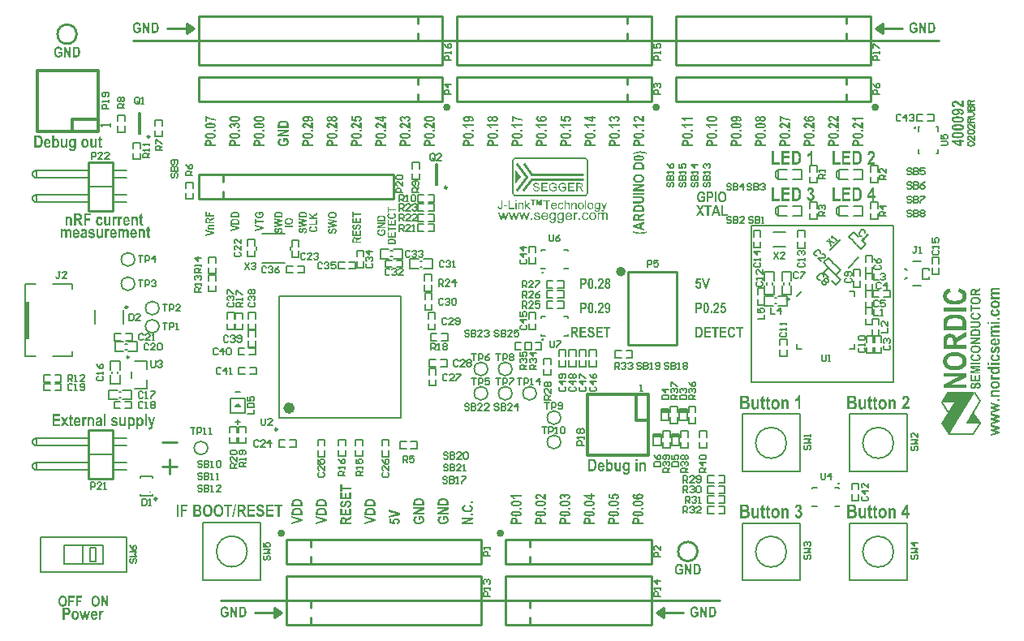
<source format=gto>
G04 Layer_Color=65535*
%FSLAX24Y24*%
%MOIN*%
G70*
G01*
G75*
%ADD10C,0.0060*%
%ADD11C,0.0150*%
%ADD14C,0.0080*%
%ADD58C,0.0200*%
%ADD59C,0.0100*%
%ADD78C,0.0059*%
%ADD79C,0.0098*%
%ADD80C,0.0236*%
%ADD81C,0.0079*%
%ADD82C,0.0050*%
%ADD83C,0.0060*%
%ADD84C,0.0118*%
%ADD85C,0.0110*%
%ADD86R,0.0197X0.1575*%
G36*
X19083Y8392D02*
X19087D01*
X19096Y8391D01*
X19107Y8389D01*
X19120Y8386D01*
X19132Y8383D01*
X19144Y8378D01*
X19145D01*
X19145Y8377D01*
X19147Y8376D01*
X19149Y8375D01*
X19155Y8371D01*
X19162Y8367D01*
X19169Y8361D01*
X19177Y8354D01*
X19184Y8345D01*
X19191Y8336D01*
X19192Y8335D01*
X19194Y8331D01*
X19197Y8326D01*
X19199Y8318D01*
X19202Y8310D01*
X19205Y8300D01*
X19207Y8289D01*
X19208Y8276D01*
Y8276D01*
Y8274D01*
Y8271D01*
X19207Y8268D01*
X19206Y8263D01*
X19206Y8258D01*
X19205Y8252D01*
X19203Y8246D01*
X19199Y8233D01*
X19196Y8226D01*
X19192Y8218D01*
X19188Y8211D01*
X19184Y8204D01*
X19178Y8197D01*
X19172Y8191D01*
X19171Y8190D01*
X19170Y8189D01*
X19169Y8188D01*
X19166Y8185D01*
X19162Y8183D01*
X19157Y8180D01*
X19152Y8177D01*
X19146Y8174D01*
X19139Y8171D01*
X19132Y8167D01*
X19124Y8164D01*
X19115Y8162D01*
X19106Y8160D01*
X19096Y8159D01*
X19086Y8157D01*
X19075Y8157D01*
X19068D01*
X19065Y8157D01*
X19061D01*
X19051Y8159D01*
X19041Y8160D01*
X19030Y8163D01*
X19018Y8167D01*
X19007Y8172D01*
X19006D01*
X19006Y8172D01*
X19002Y8175D01*
X18997Y8178D01*
X18991Y8184D01*
X18984Y8189D01*
X18977Y8197D01*
X18970Y8206D01*
X18964Y8216D01*
X18963Y8215D01*
X18962Y8212D01*
X18959Y8207D01*
X18955Y8202D01*
X18949Y8196D01*
X18943Y8189D01*
X18936Y8184D01*
X18928Y8178D01*
X18927Y8178D01*
X18924Y8177D01*
X18919Y8174D01*
X18913Y8172D01*
X18904Y8170D01*
X18895Y8167D01*
X18885Y8166D01*
X18874Y8166D01*
X18868D01*
X18865Y8166D01*
X18861Y8167D01*
X18855Y8167D01*
X18844Y8169D01*
X18830Y8172D01*
X18817Y8178D01*
X18810Y8181D01*
X18804Y8185D01*
X18797Y8189D01*
X18791Y8195D01*
X18791Y8195D01*
X18790Y8196D01*
X18788Y8198D01*
X18787Y8200D01*
X18784Y8203D01*
X18781Y8206D01*
X18779Y8210D01*
X18776Y8216D01*
X18770Y8227D01*
X18765Y8240D01*
X18762Y8256D01*
X18761Y8265D01*
X18760Y8273D01*
Y8274D01*
Y8276D01*
Y8279D01*
X18761Y8282D01*
X18762Y8286D01*
X18762Y8291D01*
X18765Y8303D01*
X18769Y8316D01*
X18774Y8329D01*
X18778Y8336D01*
X18782Y8342D01*
X18787Y8348D01*
X18793Y8353D01*
X18794Y8354D01*
X18795Y8354D01*
X18797Y8356D01*
X18799Y8358D01*
X18802Y8360D01*
X18806Y8362D01*
X18811Y8365D01*
X18815Y8367D01*
X18827Y8372D01*
X18840Y8377D01*
X18856Y8380D01*
X18864Y8381D01*
X18873Y8381D01*
X18878D01*
X18884Y8381D01*
X18892Y8379D01*
X18900Y8378D01*
X18910Y8375D01*
X18919Y8372D01*
X18928Y8368D01*
X18930Y8367D01*
X18932Y8365D01*
X18937Y8363D01*
X18942Y8358D01*
X18947Y8353D01*
X18953Y8347D01*
X18959Y8340D01*
X18964Y8332D01*
Y8332D01*
X18965Y8333D01*
X18967Y8337D01*
X18970Y8342D01*
X18974Y8349D01*
X18981Y8356D01*
X18988Y8364D01*
X18996Y8371D01*
X19006Y8377D01*
X19006D01*
X19007Y8378D01*
X19009Y8379D01*
X19011Y8379D01*
X19016Y8382D01*
X19024Y8385D01*
X19034Y8388D01*
X19045Y8391D01*
X19058Y8392D01*
X19072Y8393D01*
X19079D01*
X19083Y8392D01*
D02*
G37*
G36*
X17909Y7415D02*
X17914Y7414D01*
X17925Y7413D01*
X17937Y7411D01*
X17951Y7408D01*
X17964Y7403D01*
X17977Y7397D01*
X17977D01*
X17978Y7397D01*
X17980Y7395D01*
X17982Y7394D01*
X17988Y7390D01*
X17994Y7385D01*
X18002Y7378D01*
X18009Y7370D01*
X18016Y7362D01*
X18022Y7352D01*
Y7352D01*
X18022Y7351D01*
X18023Y7349D01*
X18023Y7347D01*
X18025Y7344D01*
X18026Y7341D01*
X18027Y7336D01*
X18028Y7331D01*
X18029Y7325D01*
X18030Y7318D01*
X18032Y7310D01*
X18033Y7302D01*
X18033Y7293D01*
X18034Y7282D01*
X18034Y7271D01*
Y7260D01*
Y7212D01*
X18200D01*
Y7140D01*
X17762D01*
Y7256D01*
Y7257D01*
Y7259D01*
Y7262D01*
Y7267D01*
Y7272D01*
X17762Y7278D01*
Y7291D01*
X17763Y7306D01*
X17765Y7320D01*
X17765Y7326D01*
X17766Y7332D01*
X17767Y7337D01*
X17768Y7341D01*
Y7342D01*
X17769Y7342D01*
X17769Y7344D01*
X17770Y7346D01*
X17773Y7352D01*
X17777Y7360D01*
X17783Y7368D01*
X17791Y7377D01*
X17800Y7386D01*
X17812Y7394D01*
X17812D01*
X17814Y7395D01*
X17815Y7396D01*
X17818Y7398D01*
X17821Y7399D01*
X17825Y7401D01*
X17829Y7403D01*
X17834Y7405D01*
X17840Y7406D01*
X17847Y7409D01*
X17861Y7412D01*
X17878Y7414D01*
X17897Y7415D01*
X17905D01*
X17909Y7415D01*
D02*
G37*
G36*
X19200Y7753D02*
X19116D01*
Y7822D01*
X19200D01*
Y7753D01*
D02*
G37*
G36*
Y7985D02*
X18883D01*
X18883Y7985D01*
X18885Y7984D01*
X18887Y7981D01*
X18890Y7978D01*
X18893Y7975D01*
X18897Y7970D01*
X18902Y7966D01*
X18907Y7960D01*
X18913Y7953D01*
X18918Y7946D01*
X18928Y7931D01*
X18938Y7914D01*
X18946Y7896D01*
X18870D01*
Y7897D01*
X18869Y7897D01*
X18869Y7899D01*
X18868Y7901D01*
X18865Y7907D01*
X18861Y7914D01*
X18855Y7923D01*
X18848Y7933D01*
X18840Y7944D01*
X18829Y7956D01*
X18829Y7956D01*
X18828Y7957D01*
X18826Y7959D01*
X18824Y7961D01*
X18818Y7966D01*
X18809Y7973D01*
X18800Y7980D01*
X18788Y7987D01*
X18774Y7993D01*
X18760Y7998D01*
Y8054D01*
X19200D01*
Y7985D01*
D02*
G37*
G36*
X18200D02*
X17883D01*
X17883Y7985D01*
X17885Y7984D01*
X17887Y7981D01*
X17890Y7978D01*
X17893Y7975D01*
X17897Y7970D01*
X17902Y7966D01*
X17907Y7960D01*
X17913Y7953D01*
X17918Y7946D01*
X17928Y7931D01*
X17938Y7914D01*
X17946Y7896D01*
X17870D01*
Y7897D01*
X17869Y7897D01*
X17869Y7899D01*
X17868Y7901D01*
X17865Y7907D01*
X17861Y7914D01*
X17855Y7923D01*
X17848Y7933D01*
X17840Y7944D01*
X17829Y7956D01*
X17829Y7956D01*
X17828Y7957D01*
X17826Y7959D01*
X17824Y7961D01*
X17818Y7966D01*
X17809Y7973D01*
X17800Y7980D01*
X17788Y7987D01*
X17774Y7993D01*
X17760Y7998D01*
Y8054D01*
X18200D01*
Y7985D01*
D02*
G37*
G36*
X18001Y8391D02*
X18011Y8391D01*
X18022Y8390D01*
X18035Y8389D01*
X18048Y8387D01*
X18062Y8385D01*
X18077Y8382D01*
X18092Y8379D01*
X18106Y8376D01*
X18120Y8372D01*
X18132Y8367D01*
X18145Y8361D01*
X18155Y8354D01*
X18156Y8354D01*
X18157Y8353D01*
X18160Y8351D01*
X18163Y8348D01*
X18167Y8344D01*
X18171Y8340D01*
X18177Y8335D01*
X18181Y8329D01*
X18186Y8322D01*
X18191Y8315D01*
X18195Y8307D01*
X18199Y8299D01*
X18203Y8290D01*
X18205Y8280D01*
X18207Y8270D01*
X18208Y8259D01*
Y8259D01*
Y8258D01*
Y8255D01*
X18207Y8252D01*
Y8249D01*
X18206Y8245D01*
X18204Y8235D01*
X18201Y8225D01*
X18197Y8214D01*
X18190Y8202D01*
X18185Y8197D01*
X18181Y8192D01*
X18180D01*
X18180Y8191D01*
X18178Y8189D01*
X18176Y8188D01*
X18173Y8185D01*
X18169Y8183D01*
X18165Y8181D01*
X18160Y8178D01*
X18155Y8175D01*
X18149Y8172D01*
X18142Y8170D01*
X18135Y8167D01*
X18127Y8164D01*
X18118Y8162D01*
X18108Y8160D01*
X18098Y8159D01*
X18089Y8225D01*
X18092D01*
X18094Y8226D01*
X18097Y8226D01*
X18105Y8228D01*
X18114Y8231D01*
X18122Y8237D01*
X18131Y8243D01*
X18134Y8247D01*
X18136Y8252D01*
X18138Y8258D01*
X18138Y8263D01*
Y8265D01*
X18138Y8268D01*
X18137Y8272D01*
X18135Y8277D01*
X18132Y8283D01*
X18128Y8289D01*
X18122Y8296D01*
X18114Y8301D01*
X18114D01*
X18113Y8302D01*
X18111Y8303D01*
X18109Y8304D01*
X18106Y8305D01*
X18103Y8307D01*
X18098Y8308D01*
X18093Y8310D01*
X18086Y8311D01*
X18079Y8313D01*
X18071Y8314D01*
X18062Y8316D01*
X18052Y8317D01*
X18041Y8319D01*
X18029Y8320D01*
X18015Y8321D01*
X18016Y8320D01*
X18018Y8318D01*
X18022Y8316D01*
X18026Y8312D01*
X18030Y8308D01*
X18035Y8303D01*
X18039Y8297D01*
X18043Y8291D01*
X18044Y8291D01*
X18044Y8289D01*
X18046Y8285D01*
X18047Y8281D01*
X18049Y8276D01*
X18051Y8269D01*
X18051Y8262D01*
X18052Y8255D01*
Y8255D01*
Y8254D01*
Y8251D01*
X18051Y8248D01*
X18051Y8245D01*
X18050Y8241D01*
X18047Y8231D01*
X18043Y8220D01*
X18039Y8214D01*
X18036Y8207D01*
X18031Y8202D01*
X18026Y8195D01*
X18020Y8189D01*
X18013Y8183D01*
X18012Y8182D01*
X18011Y8182D01*
X18009Y8180D01*
X18006Y8178D01*
X18002Y8176D01*
X17997Y8173D01*
X17991Y8170D01*
X17985Y8167D01*
X17978Y8164D01*
X17970Y8161D01*
X17962Y8159D01*
X17953Y8156D01*
X17943Y8154D01*
X17932Y8153D01*
X17921Y8152D01*
X17909Y8152D01*
X17903D01*
X17897Y8152D01*
X17892Y8153D01*
X17885Y8153D01*
X17878Y8154D01*
X17869Y8156D01*
X17853Y8160D01*
X17834Y8166D01*
X17825Y8169D01*
X17816Y8174D01*
X17808Y8178D01*
X17801Y8184D01*
X17800Y8185D01*
X17799Y8186D01*
X17797Y8188D01*
X17794Y8190D01*
X17791Y8193D01*
X17788Y8197D01*
X17784Y8202D01*
X17780Y8207D01*
X17773Y8219D01*
X17767Y8233D01*
X17764Y8241D01*
X17762Y8249D01*
X17761Y8258D01*
X17760Y8266D01*
Y8267D01*
Y8269D01*
X17761Y8272D01*
Y8276D01*
X17762Y8280D01*
X17763Y8286D01*
X17765Y8291D01*
X17767Y8298D01*
X17770Y8305D01*
X17773Y8312D01*
X17777Y8319D01*
X17782Y8327D01*
X17788Y8335D01*
X17795Y8342D01*
X17802Y8349D01*
X17812Y8356D01*
X17812Y8357D01*
X17814Y8358D01*
X17817Y8360D01*
X17822Y8362D01*
X17827Y8364D01*
X17834Y8367D01*
X17843Y8371D01*
X17852Y8374D01*
X17863Y8377D01*
X17876Y8381D01*
X17890Y8384D01*
X17905Y8386D01*
X17922Y8388D01*
X17940Y8390D01*
X17960Y8391D01*
X17981Y8392D01*
X17993D01*
X18001Y8391D01*
D02*
G37*
G36*
X18005Y7692D02*
X18015Y7691D01*
X18026Y7690D01*
X18039Y7689D01*
X18053Y7688D01*
X18081Y7684D01*
X18096Y7682D01*
X18110Y7678D01*
X18124Y7675D01*
X18136Y7671D01*
X18148Y7665D01*
X18158Y7659D01*
X18159Y7659D01*
X18160Y7658D01*
X18163Y7656D01*
X18166Y7654D01*
X18170Y7651D01*
X18174Y7647D01*
X18178Y7642D01*
X18183Y7637D01*
X18187Y7631D01*
X18192Y7625D01*
X18200Y7610D01*
X18203Y7602D01*
X18205Y7594D01*
X18207Y7585D01*
X18208Y7576D01*
Y7575D01*
Y7573D01*
X18207Y7570D01*
Y7567D01*
X18206Y7562D01*
X18205Y7557D01*
X18204Y7552D01*
X18201Y7545D01*
X18199Y7539D01*
X18195Y7532D01*
X18192Y7525D01*
X18187Y7518D01*
X18181Y7511D01*
X18175Y7504D01*
X18167Y7497D01*
X18159Y7491D01*
X18158Y7490D01*
X18156Y7490D01*
X18153Y7488D01*
X18149Y7486D01*
X18143Y7483D01*
X18136Y7481D01*
X18128Y7478D01*
X18118Y7475D01*
X18107Y7472D01*
X18094Y7469D01*
X18080Y7466D01*
X18064Y7464D01*
X18046Y7462D01*
X18027Y7460D01*
X18006Y7459D01*
X17984Y7459D01*
X17972D01*
X17964Y7459D01*
X17953Y7460D01*
X17942Y7461D01*
X17930Y7462D01*
X17916Y7463D01*
X17887Y7466D01*
X17858Y7472D01*
X17845Y7476D01*
X17832Y7480D01*
X17821Y7485D01*
X17811Y7491D01*
X17810Y7492D01*
X17808Y7493D01*
X17806Y7494D01*
X17803Y7497D01*
X17799Y7500D01*
X17795Y7504D01*
X17790Y7508D01*
X17786Y7514D01*
X17781Y7520D01*
X17776Y7525D01*
X17772Y7532D01*
X17768Y7540D01*
X17765Y7548D01*
X17763Y7556D01*
X17761Y7566D01*
X17760Y7575D01*
Y7576D01*
Y7577D01*
X17761Y7580D01*
Y7584D01*
X17762Y7588D01*
X17763Y7593D01*
X17765Y7599D01*
X17767Y7605D01*
X17769Y7612D01*
X17773Y7619D01*
X17777Y7626D01*
X17781Y7633D01*
X17787Y7640D01*
X17794Y7647D01*
X17802Y7653D01*
X17811Y7659D01*
X17811Y7660D01*
X17813Y7661D01*
X17816Y7662D01*
X17821Y7665D01*
X17826Y7667D01*
X17833Y7670D01*
X17841Y7673D01*
X17851Y7676D01*
X17862Y7679D01*
X17875Y7682D01*
X17889Y7685D01*
X17905Y7687D01*
X17922Y7689D01*
X17941Y7691D01*
X17962Y7692D01*
X17984Y7692D01*
X17996D01*
X18005Y7692D01*
D02*
G37*
G36*
X18200Y7753D02*
X18116D01*
Y7822D01*
X18200D01*
Y7753D01*
D02*
G37*
G36*
X19005Y7692D02*
X19015Y7691D01*
X19026Y7690D01*
X19039Y7689D01*
X19053Y7688D01*
X19081Y7684D01*
X19096Y7682D01*
X19110Y7678D01*
X19124Y7675D01*
X19136Y7671D01*
X19148Y7665D01*
X19158Y7659D01*
X19159Y7659D01*
X19160Y7658D01*
X19163Y7656D01*
X19166Y7654D01*
X19170Y7651D01*
X19174Y7647D01*
X19178Y7642D01*
X19183Y7637D01*
X19187Y7631D01*
X19192Y7625D01*
X19200Y7610D01*
X19203Y7602D01*
X19205Y7594D01*
X19207Y7585D01*
X19208Y7576D01*
Y7575D01*
Y7573D01*
X19207Y7570D01*
Y7567D01*
X19206Y7562D01*
X19205Y7557D01*
X19204Y7552D01*
X19201Y7545D01*
X19199Y7539D01*
X19195Y7532D01*
X19192Y7525D01*
X19187Y7518D01*
X19181Y7511D01*
X19175Y7504D01*
X19167Y7497D01*
X19159Y7491D01*
X19158Y7490D01*
X19156Y7490D01*
X19153Y7488D01*
X19149Y7486D01*
X19143Y7483D01*
X19136Y7481D01*
X19128Y7478D01*
X19118Y7475D01*
X19107Y7472D01*
X19094Y7469D01*
X19080Y7466D01*
X19064Y7464D01*
X19046Y7462D01*
X19027Y7460D01*
X19006Y7459D01*
X18984Y7459D01*
X18972D01*
X18964Y7459D01*
X18953Y7460D01*
X18942Y7461D01*
X18930Y7462D01*
X18916Y7463D01*
X18887Y7466D01*
X18858Y7472D01*
X18845Y7476D01*
X18832Y7480D01*
X18821Y7485D01*
X18811Y7491D01*
X18810Y7492D01*
X18808Y7493D01*
X18806Y7494D01*
X18803Y7497D01*
X18799Y7500D01*
X18795Y7504D01*
X18790Y7508D01*
X18786Y7514D01*
X18781Y7520D01*
X18776Y7525D01*
X18772Y7532D01*
X18768Y7540D01*
X18765Y7548D01*
X18763Y7556D01*
X18761Y7566D01*
X18760Y7575D01*
Y7576D01*
Y7577D01*
X18761Y7580D01*
Y7584D01*
X18762Y7588D01*
X18763Y7593D01*
X18765Y7599D01*
X18767Y7605D01*
X18769Y7612D01*
X18773Y7619D01*
X18777Y7626D01*
X18781Y7633D01*
X18787Y7640D01*
X18794Y7647D01*
X18802Y7653D01*
X18811Y7659D01*
X18811Y7660D01*
X18813Y7661D01*
X18816Y7662D01*
X18821Y7665D01*
X18826Y7667D01*
X18833Y7670D01*
X18841Y7673D01*
X18851Y7676D01*
X18862Y7679D01*
X18875Y7682D01*
X18889Y7685D01*
X18905Y7687D01*
X18922Y7689D01*
X18941Y7691D01*
X18962Y7692D01*
X18984Y7692D01*
X18996D01*
X19005Y7692D01*
D02*
G37*
G36*
X19909Y7415D02*
X19914Y7414D01*
X19925Y7413D01*
X19937Y7411D01*
X19950Y7408D01*
X19964Y7403D01*
X19977Y7397D01*
X19977D01*
X19978Y7397D01*
X19980Y7395D01*
X19982Y7394D01*
X19988Y7390D01*
X19994Y7385D01*
X20002Y7378D01*
X20009Y7370D01*
X20016Y7362D01*
X20022Y7352D01*
Y7352D01*
X20022Y7351D01*
X20023Y7349D01*
X20023Y7347D01*
X20025Y7344D01*
X20026Y7341D01*
X20027Y7336D01*
X20028Y7331D01*
X20029Y7325D01*
X20030Y7318D01*
X20032Y7310D01*
X20033Y7302D01*
X20033Y7293D01*
X20034Y7282D01*
X20034Y7271D01*
Y7260D01*
Y7212D01*
X20200D01*
Y7140D01*
X19762D01*
Y7256D01*
Y7257D01*
Y7259D01*
Y7262D01*
Y7267D01*
Y7272D01*
X19762Y7278D01*
Y7291D01*
X19763Y7306D01*
X19765Y7320D01*
X19765Y7326D01*
X19766Y7332D01*
X19767Y7337D01*
X19768Y7341D01*
Y7342D01*
X19769Y7342D01*
X19769Y7344D01*
X19770Y7346D01*
X19773Y7352D01*
X19777Y7360D01*
X19783Y7368D01*
X19791Y7377D01*
X19800Y7386D01*
X19812Y7394D01*
X19812D01*
X19813Y7395D01*
X19815Y7396D01*
X19818Y7398D01*
X19821Y7399D01*
X19825Y7401D01*
X19829Y7403D01*
X19834Y7405D01*
X19840Y7406D01*
X19847Y7409D01*
X19861Y7412D01*
X19878Y7414D01*
X19897Y7415D01*
X19905D01*
X19909Y7415D01*
D02*
G37*
G36*
X20005Y7692D02*
X20015Y7691D01*
X20026Y7690D01*
X20039Y7689D01*
X20053Y7688D01*
X20081Y7684D01*
X20096Y7682D01*
X20110Y7678D01*
X20124Y7675D01*
X20136Y7671D01*
X20148Y7665D01*
X20158Y7659D01*
X20159Y7659D01*
X20160Y7658D01*
X20163Y7656D01*
X20166Y7654D01*
X20170Y7651D01*
X20174Y7647D01*
X20178Y7642D01*
X20183Y7637D01*
X20187Y7631D01*
X20192Y7625D01*
X20200Y7610D01*
X20203Y7602D01*
X20205Y7594D01*
X20207Y7585D01*
X20208Y7576D01*
Y7575D01*
Y7573D01*
X20207Y7570D01*
Y7567D01*
X20206Y7562D01*
X20205Y7557D01*
X20204Y7552D01*
X20201Y7545D01*
X20199Y7539D01*
X20195Y7532D01*
X20192Y7525D01*
X20187Y7518D01*
X20181Y7511D01*
X20175Y7504D01*
X20167Y7497D01*
X20159Y7491D01*
X20158Y7490D01*
X20156Y7490D01*
X20153Y7488D01*
X20149Y7486D01*
X20143Y7483D01*
X20136Y7481D01*
X20128Y7478D01*
X20118Y7475D01*
X20107Y7472D01*
X20094Y7469D01*
X20080Y7466D01*
X20064Y7464D01*
X20046Y7462D01*
X20027Y7460D01*
X20006Y7459D01*
X19984Y7459D01*
X19972D01*
X19964Y7459D01*
X19953Y7460D01*
X19942Y7461D01*
X19930Y7462D01*
X19916Y7463D01*
X19887Y7466D01*
X19858Y7472D01*
X19845Y7476D01*
X19832Y7480D01*
X19820Y7485D01*
X19811Y7491D01*
X19810Y7492D01*
X19808Y7493D01*
X19806Y7494D01*
X19803Y7497D01*
X19799Y7500D01*
X19795Y7504D01*
X19790Y7508D01*
X19786Y7514D01*
X19781Y7520D01*
X19776Y7525D01*
X19772Y7532D01*
X19768Y7540D01*
X19765Y7548D01*
X19763Y7556D01*
X19761Y7566D01*
X19760Y7575D01*
Y7576D01*
Y7577D01*
X19761Y7580D01*
Y7584D01*
X19762Y7588D01*
X19763Y7593D01*
X19765Y7599D01*
X19767Y7605D01*
X19769Y7612D01*
X19773Y7619D01*
X19777Y7626D01*
X19781Y7633D01*
X19787Y7640D01*
X19794Y7647D01*
X19802Y7653D01*
X19811Y7659D01*
X19811Y7660D01*
X19813Y7661D01*
X19816Y7662D01*
X19820Y7665D01*
X19826Y7667D01*
X19833Y7670D01*
X19841Y7673D01*
X19851Y7676D01*
X19862Y7679D01*
X19875Y7682D01*
X19889Y7685D01*
X19905Y7687D01*
X19922Y7689D01*
X19941Y7691D01*
X19962Y7692D01*
X19984Y7692D01*
X19996D01*
X20005Y7692D01*
D02*
G37*
G36*
X21200Y7985D02*
X20883D01*
X20883Y7985D01*
X20885Y7984D01*
X20887Y7981D01*
X20890Y7978D01*
X20893Y7975D01*
X20897Y7970D01*
X20902Y7966D01*
X20907Y7960D01*
X20913Y7953D01*
X20918Y7946D01*
X20928Y7931D01*
X20938Y7914D01*
X20946Y7896D01*
X20870D01*
Y7897D01*
X20869Y7897D01*
X20869Y7899D01*
X20868Y7901D01*
X20865Y7907D01*
X20861Y7914D01*
X20855Y7923D01*
X20848Y7933D01*
X20840Y7944D01*
X20829Y7956D01*
X20829Y7956D01*
X20828Y7957D01*
X20826Y7959D01*
X20824Y7961D01*
X20818Y7966D01*
X20809Y7973D01*
X20800Y7980D01*
X20788Y7987D01*
X20774Y7993D01*
X20760Y7998D01*
Y8054D01*
X21200D01*
Y7985D01*
D02*
G37*
G36*
X21071Y8397D02*
X21077Y8396D01*
X21083Y8396D01*
X21091Y8395D01*
X21099Y8393D01*
X21117Y8389D01*
X21125Y8386D01*
X21135Y8384D01*
X21143Y8379D01*
X21152Y8375D01*
X21161Y8370D01*
X21169Y8364D01*
X21169Y8363D01*
X21170Y8362D01*
X21172Y8360D01*
X21174Y8358D01*
X21178Y8354D01*
X21181Y8351D01*
X21184Y8346D01*
X21188Y8341D01*
X21195Y8329D01*
X21201Y8315D01*
X21204Y8307D01*
X21206Y8299D01*
X21207Y8290D01*
X21208Y8282D01*
Y8281D01*
Y8279D01*
X21207Y8276D01*
Y8273D01*
X21206Y8268D01*
X21205Y8262D01*
X21204Y8256D01*
X21201Y8250D01*
X21198Y8243D01*
X21195Y8236D01*
X21191Y8228D01*
X21186Y8221D01*
X21180Y8213D01*
X21174Y8206D01*
X21166Y8199D01*
X21157Y8192D01*
X21156Y8191D01*
X21155Y8190D01*
X21152Y8188D01*
X21147Y8186D01*
X21141Y8184D01*
X21134Y8181D01*
X21126Y8178D01*
X21116Y8174D01*
X21105Y8171D01*
X21093Y8168D01*
X21079Y8165D01*
X21064Y8162D01*
X21047Y8160D01*
X21028Y8159D01*
X21008Y8157D01*
X20987Y8157D01*
X20975D01*
X20967Y8157D01*
X20957Y8158D01*
X20946Y8159D01*
X20934Y8160D01*
X20920Y8161D01*
X20906Y8163D01*
X20892Y8166D01*
X20877Y8169D01*
X20863Y8172D01*
X20849Y8177D01*
X20836Y8181D01*
X20824Y8187D01*
X20814Y8193D01*
X20813Y8194D01*
X20811Y8195D01*
X20809Y8197D01*
X20805Y8200D01*
X20801Y8204D01*
X20797Y8208D01*
X20792Y8213D01*
X20787Y8219D01*
X20782Y8226D01*
X20777Y8233D01*
X20773Y8241D01*
X20769Y8249D01*
X20765Y8258D01*
X20763Y8268D01*
X20761Y8277D01*
X20760Y8288D01*
Y8289D01*
Y8290D01*
Y8292D01*
X20761Y8295D01*
Y8298D01*
X20762Y8302D01*
X20764Y8311D01*
X20767Y8322D01*
X20772Y8333D01*
X20779Y8345D01*
X20783Y8350D01*
X20788Y8356D01*
X20788Y8356D01*
X20789Y8357D01*
X20791Y8358D01*
X20793Y8360D01*
X20796Y8362D01*
X20799Y8365D01*
X20804Y8367D01*
X20808Y8370D01*
X20814Y8373D01*
X20819Y8376D01*
X20826Y8379D01*
X20833Y8382D01*
X20841Y8385D01*
X20850Y8387D01*
X20860Y8389D01*
X20869Y8391D01*
X20878Y8324D01*
X20876D01*
X20874Y8323D01*
X20871Y8323D01*
X20862Y8321D01*
X20854Y8317D01*
X20845Y8312D01*
X20837Y8305D01*
X20834Y8301D01*
X20832Y8296D01*
X20830Y8291D01*
X20829Y8284D01*
Y8283D01*
X20830Y8281D01*
X20830Y8276D01*
X20832Y8271D01*
X20835Y8265D01*
X20840Y8259D01*
X20846Y8252D01*
X20854Y8247D01*
X20855Y8246D01*
X20857Y8245D01*
X20859Y8244D01*
X20862Y8243D01*
X20865Y8242D01*
X20870Y8240D01*
X20875Y8239D01*
X20882Y8237D01*
X20889Y8235D01*
X20897Y8234D01*
X20906Y8233D01*
X20916Y8231D01*
X20927Y8230D01*
X20939Y8229D01*
X20953Y8228D01*
X20952Y8228D01*
X20950Y8230D01*
X20946Y8233D01*
X20942Y8236D01*
X20938Y8241D01*
X20933Y8245D01*
X20929Y8251D01*
X20925Y8256D01*
X20924Y8257D01*
X20923Y8259D01*
X20922Y8263D01*
X20920Y8267D01*
X20918Y8272D01*
X20917Y8279D01*
X20916Y8285D01*
X20916Y8292D01*
Y8293D01*
Y8294D01*
Y8296D01*
X20916Y8299D01*
X20917Y8303D01*
X20918Y8307D01*
X20920Y8317D01*
X20925Y8328D01*
X20928Y8335D01*
X20932Y8341D01*
X20937Y8347D01*
X20942Y8353D01*
X20948Y8360D01*
X20955Y8365D01*
X20956Y8366D01*
X20957Y8367D01*
X20959Y8368D01*
X20962Y8371D01*
X20966Y8373D01*
X20971Y8375D01*
X20977Y8378D01*
X20983Y8382D01*
X20990Y8385D01*
X20998Y8388D01*
X21006Y8390D01*
X21016Y8392D01*
X21026Y8395D01*
X21036Y8396D01*
X21048Y8397D01*
X21060Y8398D01*
X21066D01*
X21071Y8397D01*
D02*
G37*
G36*
X19830Y8392D02*
X19831Y8392D01*
X19833Y8390D01*
X19836Y8388D01*
X19839Y8385D01*
X19844Y8382D01*
X19849Y8378D01*
X19855Y8375D01*
X19861Y8370D01*
X19869Y8365D01*
X19877Y8361D01*
X19886Y8356D01*
X19896Y8350D01*
X19906Y8344D01*
X19917Y8339D01*
X19929Y8333D01*
X19930Y8333D01*
X19932Y8332D01*
X19935Y8330D01*
X19940Y8329D01*
X19946Y8326D01*
X19953Y8323D01*
X19961Y8320D01*
X19970Y8316D01*
X19980Y8313D01*
X19991Y8309D01*
X20002Y8305D01*
X20014Y8301D01*
X20040Y8294D01*
X20067Y8287D01*
X20067D01*
X20070Y8287D01*
X20074Y8286D01*
X20079Y8285D01*
X20085Y8284D01*
X20093Y8282D01*
X20101Y8281D01*
X20111Y8280D01*
X20121Y8278D01*
X20131Y8277D01*
X20154Y8274D01*
X20177Y8272D01*
X20200Y8272D01*
Y8205D01*
X20196D01*
X20191Y8206D01*
X20184D01*
X20176Y8206D01*
X20166Y8207D01*
X20155Y8209D01*
X20142Y8210D01*
X20128Y8212D01*
X20114Y8214D01*
X20099Y8216D01*
X20083Y8219D01*
X20049Y8227D01*
X20032Y8231D01*
X20015Y8236D01*
X20013Y8237D01*
X20011Y8237D01*
X20005Y8239D01*
X19999Y8241D01*
X19991Y8244D01*
X19981Y8248D01*
X19970Y8252D01*
X19959Y8256D01*
X19946Y8262D01*
X19932Y8268D01*
X19904Y8281D01*
X19875Y8296D01*
X19846Y8314D01*
Y8157D01*
X19768D01*
Y8393D01*
X19829D01*
X19830Y8392D01*
D02*
G37*
G36*
X18909Y7415D02*
X18914Y7414D01*
X18925Y7413D01*
X18937Y7411D01*
X18951Y7408D01*
X18964Y7403D01*
X18977Y7397D01*
X18977D01*
X18978Y7397D01*
X18980Y7395D01*
X18982Y7394D01*
X18988Y7390D01*
X18994Y7385D01*
X19002Y7378D01*
X19009Y7370D01*
X19016Y7362D01*
X19022Y7352D01*
Y7352D01*
X19022Y7351D01*
X19023Y7349D01*
X19023Y7347D01*
X19025Y7344D01*
X19026Y7341D01*
X19027Y7336D01*
X19028Y7331D01*
X19029Y7325D01*
X19030Y7318D01*
X19032Y7310D01*
X19033Y7302D01*
X19033Y7293D01*
X19034Y7282D01*
X19034Y7271D01*
Y7260D01*
Y7212D01*
X19200D01*
Y7140D01*
X18762D01*
Y7256D01*
Y7257D01*
Y7259D01*
Y7262D01*
Y7267D01*
Y7272D01*
X18762Y7278D01*
Y7291D01*
X18763Y7306D01*
X18765Y7320D01*
X18765Y7326D01*
X18766Y7332D01*
X18767Y7337D01*
X18768Y7341D01*
Y7342D01*
X18769Y7342D01*
X18769Y7344D01*
X18770Y7346D01*
X18773Y7352D01*
X18777Y7360D01*
X18783Y7368D01*
X18791Y7377D01*
X18800Y7386D01*
X18812Y7394D01*
X18812D01*
X18814Y7395D01*
X18815Y7396D01*
X18818Y7398D01*
X18821Y7399D01*
X18825Y7401D01*
X18829Y7403D01*
X18834Y7405D01*
X18840Y7406D01*
X18847Y7409D01*
X18861Y7412D01*
X18878Y7414D01*
X18897Y7415D01*
X18905D01*
X18909Y7415D01*
D02*
G37*
G36*
X20200Y7753D02*
X20116D01*
Y7822D01*
X20200D01*
Y7753D01*
D02*
G37*
G36*
Y7985D02*
X19883D01*
X19883Y7985D01*
X19885Y7984D01*
X19887Y7981D01*
X19890Y7978D01*
X19893Y7975D01*
X19897Y7970D01*
X19902Y7966D01*
X19907Y7960D01*
X19913Y7953D01*
X19918Y7946D01*
X19928Y7931D01*
X19938Y7914D01*
X19946Y7896D01*
X19870D01*
Y7897D01*
X19869Y7897D01*
X19869Y7899D01*
X19868Y7901D01*
X19865Y7907D01*
X19861Y7914D01*
X19855Y7923D01*
X19848Y7933D01*
X19840Y7944D01*
X19829Y7956D01*
X19829Y7956D01*
X19828Y7957D01*
X19826Y7959D01*
X19824Y7961D01*
X19818Y7966D01*
X19809Y7973D01*
X19800Y7980D01*
X19788Y7987D01*
X19774Y7993D01*
X19760Y7998D01*
Y8054D01*
X20200D01*
Y7985D01*
D02*
G37*
G36*
X16309Y7415D02*
X16314Y7414D01*
X16325Y7413D01*
X16337Y7411D01*
X16351Y7408D01*
X16364Y7403D01*
X16377Y7397D01*
X16377D01*
X16378Y7397D01*
X16380Y7395D01*
X16382Y7394D01*
X16388Y7390D01*
X16394Y7385D01*
X16402Y7378D01*
X16409Y7370D01*
X16416Y7362D01*
X16422Y7352D01*
Y7352D01*
X16422Y7351D01*
X16423Y7349D01*
X16423Y7347D01*
X16425Y7344D01*
X16426Y7341D01*
X16427Y7336D01*
X16428Y7331D01*
X16429Y7325D01*
X16430Y7318D01*
X16432Y7310D01*
X16433Y7302D01*
X16433Y7293D01*
X16434Y7282D01*
X16434Y7271D01*
Y7260D01*
Y7212D01*
X16600D01*
Y7140D01*
X16162D01*
Y7256D01*
Y7257D01*
Y7259D01*
Y7262D01*
Y7267D01*
Y7272D01*
X16162Y7278D01*
Y7291D01*
X16163Y7306D01*
X16165Y7320D01*
X16165Y7326D01*
X16166Y7332D01*
X16167Y7337D01*
X16168Y7341D01*
Y7342D01*
X16169Y7342D01*
X16169Y7344D01*
X16170Y7346D01*
X16173Y7352D01*
X16177Y7360D01*
X16183Y7368D01*
X16191Y7377D01*
X16200Y7386D01*
X16212Y7394D01*
X16212D01*
X16214Y7395D01*
X16215Y7396D01*
X16218Y7398D01*
X16221Y7399D01*
X16225Y7401D01*
X16229Y7403D01*
X16234Y7405D01*
X16240Y7406D01*
X16247Y7409D01*
X16261Y7412D01*
X16278Y7414D01*
X16297Y7415D01*
X16305D01*
X16309Y7415D01*
D02*
G37*
G36*
X14600Y7753D02*
X14516D01*
Y7822D01*
X14600D01*
Y7753D01*
D02*
G37*
G36*
Y7869D02*
X14598D01*
X14596Y7870D01*
X14592Y7871D01*
X14588D01*
X14584Y7872D01*
X14579Y7872D01*
X14573Y7873D01*
X14560Y7876D01*
X14546Y7880D01*
X14532Y7886D01*
X14517Y7893D01*
X14516D01*
X14515Y7894D01*
X14513Y7895D01*
X14509Y7897D01*
X14506Y7899D01*
X14500Y7902D01*
X14495Y7905D01*
X14489Y7910D01*
X14481Y7915D01*
X14474Y7920D01*
X14465Y7926D01*
X14455Y7933D01*
X14446Y7942D01*
X14435Y7950D01*
X14423Y7960D01*
X14412Y7970D01*
X14411Y7971D01*
X14409Y7972D01*
X14407Y7974D01*
X14404Y7978D01*
X14399Y7981D01*
X14394Y7985D01*
X14384Y7994D01*
X14372Y8004D01*
X14360Y8013D01*
X14355Y8017D01*
X14350Y8021D01*
X14345Y8024D01*
X14342Y8026D01*
X14341D01*
X14341Y8027D01*
X14337Y8028D01*
X14332Y8031D01*
X14325Y8034D01*
X14317Y8037D01*
X14308Y8040D01*
X14298Y8041D01*
X14288Y8042D01*
X14283D01*
X14278Y8041D01*
X14272Y8040D01*
X14265Y8038D01*
X14258Y8036D01*
X14251Y8033D01*
X14245Y8028D01*
X14244Y8028D01*
X14243Y8026D01*
X14240Y8023D01*
X14237Y8020D01*
X14234Y8015D01*
X14232Y8009D01*
X14230Y8002D01*
X14230Y7995D01*
Y7994D01*
Y7993D01*
X14230Y7991D01*
X14231Y7988D01*
X14232Y7984D01*
X14233Y7980D01*
X14236Y7976D01*
X14239Y7971D01*
X14242Y7967D01*
X14247Y7963D01*
X14252Y7959D01*
X14258Y7955D01*
X14267Y7952D01*
X14275Y7949D01*
X14286Y7947D01*
X14298Y7946D01*
X14289Y7878D01*
X14289D01*
X14286Y7878D01*
X14283D01*
X14278Y7879D01*
X14273Y7880D01*
X14267Y7881D01*
X14260Y7883D01*
X14252Y7884D01*
X14236Y7889D01*
X14220Y7896D01*
X14205Y7904D01*
X14198Y7909D01*
X14192Y7914D01*
X14191Y7915D01*
X14191Y7915D01*
X14189Y7918D01*
X14187Y7920D01*
X14184Y7923D01*
X14182Y7926D01*
X14179Y7931D01*
X14176Y7936D01*
X14173Y7942D01*
X14170Y7948D01*
X14165Y7962D01*
X14162Y7978D01*
X14161Y7987D01*
X14160Y7996D01*
Y7997D01*
Y7999D01*
Y8002D01*
X14161Y8006D01*
X14162Y8010D01*
X14162Y8016D01*
X14165Y8028D01*
X14169Y8042D01*
X14172Y8049D01*
X14176Y8056D01*
X14180Y8063D01*
X14185Y8070D01*
X14191Y8076D01*
X14197Y8082D01*
X14198Y8082D01*
X14199Y8083D01*
X14201Y8084D01*
X14204Y8086D01*
X14207Y8089D01*
X14211Y8091D01*
X14216Y8093D01*
X14222Y8096D01*
X14234Y8101D01*
X14248Y8106D01*
X14264Y8110D01*
X14273Y8110D01*
X14282Y8111D01*
X14286D01*
X14292Y8110D01*
X14298Y8110D01*
X14306Y8109D01*
X14315Y8108D01*
X14324Y8105D01*
X14334Y8103D01*
X14335Y8103D01*
X14338Y8102D01*
X14343Y8100D01*
X14349Y8097D01*
X14357Y8094D01*
X14366Y8090D01*
X14375Y8086D01*
X14384Y8080D01*
X14385Y8080D01*
X14389Y8077D01*
X14394Y8074D01*
X14402Y8068D01*
X14412Y8061D01*
X14423Y8052D01*
X14436Y8042D01*
X14450Y8030D01*
X14450Y8029D01*
X14451Y8028D01*
X14453Y8027D01*
X14455Y8024D01*
X14462Y8019D01*
X14470Y8012D01*
X14478Y8005D01*
X14486Y7998D01*
X14493Y7992D01*
X14497Y7989D01*
X14499Y7988D01*
X14500Y7987D01*
X14501Y7987D01*
X14503Y7985D01*
X14506Y7982D01*
X14514Y7978D01*
X14522Y7974D01*
Y8111D01*
X14600D01*
Y7869D01*
D02*
G37*
G36*
X14309Y7415D02*
X14314Y7414D01*
X14325Y7413D01*
X14337Y7411D01*
X14351Y7408D01*
X14364Y7403D01*
X14377Y7397D01*
X14377D01*
X14378Y7397D01*
X14380Y7395D01*
X14382Y7394D01*
X14388Y7390D01*
X14394Y7385D01*
X14402Y7378D01*
X14409Y7370D01*
X14416Y7362D01*
X14422Y7352D01*
Y7352D01*
X14422Y7351D01*
X14423Y7349D01*
X14423Y7347D01*
X14425Y7344D01*
X14426Y7341D01*
X14427Y7336D01*
X14428Y7331D01*
X14429Y7325D01*
X14430Y7318D01*
X14432Y7310D01*
X14433Y7302D01*
X14433Y7293D01*
X14434Y7282D01*
X14434Y7271D01*
Y7260D01*
Y7212D01*
X14600D01*
Y7140D01*
X14162D01*
Y7256D01*
Y7257D01*
Y7259D01*
Y7262D01*
Y7267D01*
Y7272D01*
X14162Y7278D01*
Y7291D01*
X14163Y7306D01*
X14165Y7320D01*
X14165Y7326D01*
X14166Y7332D01*
X14167Y7337D01*
X14168Y7341D01*
Y7342D01*
X14169Y7342D01*
X14169Y7344D01*
X14170Y7346D01*
X14173Y7352D01*
X14177Y7360D01*
X14183Y7368D01*
X14191Y7377D01*
X14200Y7386D01*
X14212Y7394D01*
X14212D01*
X14214Y7395D01*
X14215Y7396D01*
X14218Y7398D01*
X14221Y7399D01*
X14225Y7401D01*
X14229Y7403D01*
X14234Y7405D01*
X14240Y7406D01*
X14247Y7409D01*
X14261Y7412D01*
X14278Y7414D01*
X14297Y7415D01*
X14305D01*
X14309Y7415D01*
D02*
G37*
G36*
X14405Y7692D02*
X14415Y7691D01*
X14426Y7690D01*
X14439Y7689D01*
X14453Y7688D01*
X14481Y7684D01*
X14496Y7682D01*
X14510Y7678D01*
X14524Y7675D01*
X14536Y7671D01*
X14548Y7665D01*
X14558Y7659D01*
X14559Y7659D01*
X14560Y7658D01*
X14563Y7656D01*
X14566Y7654D01*
X14570Y7651D01*
X14574Y7647D01*
X14578Y7642D01*
X14583Y7637D01*
X14587Y7631D01*
X14592Y7625D01*
X14600Y7610D01*
X14603Y7602D01*
X14605Y7594D01*
X14607Y7585D01*
X14608Y7576D01*
Y7575D01*
Y7573D01*
X14607Y7570D01*
Y7567D01*
X14606Y7562D01*
X14605Y7557D01*
X14604Y7552D01*
X14601Y7545D01*
X14599Y7539D01*
X14595Y7532D01*
X14592Y7525D01*
X14587Y7518D01*
X14581Y7511D01*
X14575Y7504D01*
X14567Y7497D01*
X14559Y7491D01*
X14558Y7490D01*
X14556Y7490D01*
X14553Y7488D01*
X14549Y7486D01*
X14543Y7483D01*
X14536Y7481D01*
X14528Y7478D01*
X14518Y7475D01*
X14507Y7472D01*
X14494Y7469D01*
X14480Y7466D01*
X14464Y7464D01*
X14446Y7462D01*
X14427Y7460D01*
X14406Y7459D01*
X14384Y7459D01*
X14372D01*
X14364Y7459D01*
X14353Y7460D01*
X14342Y7461D01*
X14330Y7462D01*
X14316Y7463D01*
X14287Y7466D01*
X14258Y7472D01*
X14245Y7476D01*
X14232Y7480D01*
X14220Y7485D01*
X14211Y7491D01*
X14210Y7492D01*
X14208Y7493D01*
X14206Y7494D01*
X14203Y7497D01*
X14199Y7500D01*
X14195Y7504D01*
X14190Y7508D01*
X14186Y7514D01*
X14181Y7520D01*
X14176Y7525D01*
X14172Y7532D01*
X14168Y7540D01*
X14165Y7548D01*
X14163Y7556D01*
X14161Y7566D01*
X14160Y7575D01*
Y7576D01*
Y7577D01*
X14161Y7580D01*
Y7584D01*
X14162Y7588D01*
X14163Y7593D01*
X14165Y7599D01*
X14167Y7605D01*
X14169Y7612D01*
X14173Y7619D01*
X14177Y7626D01*
X14181Y7633D01*
X14187Y7640D01*
X14194Y7647D01*
X14202Y7653D01*
X14211Y7659D01*
X14211Y7660D01*
X14213Y7661D01*
X14216Y7662D01*
X14220Y7665D01*
X14226Y7667D01*
X14233Y7670D01*
X14241Y7673D01*
X14251Y7676D01*
X14262Y7679D01*
X14275Y7682D01*
X14289Y7685D01*
X14305Y7687D01*
X14322Y7689D01*
X14341Y7691D01*
X14362Y7692D01*
X14384Y7692D01*
X14396D01*
X14405Y7692D01*
D02*
G37*
G36*
X13405D02*
X13415Y7691D01*
X13426Y7690D01*
X13439Y7689D01*
X13453Y7688D01*
X13481Y7684D01*
X13496Y7682D01*
X13510Y7678D01*
X13524Y7675D01*
X13536Y7671D01*
X13548Y7665D01*
X13558Y7659D01*
X13559Y7659D01*
X13560Y7658D01*
X13563Y7656D01*
X13566Y7654D01*
X13570Y7651D01*
X13574Y7647D01*
X13578Y7642D01*
X13583Y7637D01*
X13587Y7631D01*
X13592Y7625D01*
X13600Y7610D01*
X13603Y7602D01*
X13605Y7594D01*
X13607Y7585D01*
X13608Y7576D01*
Y7575D01*
Y7573D01*
X13607Y7570D01*
Y7567D01*
X13606Y7562D01*
X13605Y7557D01*
X13604Y7552D01*
X13601Y7545D01*
X13599Y7539D01*
X13595Y7532D01*
X13592Y7525D01*
X13587Y7518D01*
X13581Y7511D01*
X13575Y7504D01*
X13567Y7497D01*
X13559Y7491D01*
X13558Y7490D01*
X13556Y7490D01*
X13553Y7488D01*
X13549Y7486D01*
X13543Y7483D01*
X13536Y7481D01*
X13528Y7478D01*
X13518Y7475D01*
X13507Y7472D01*
X13494Y7469D01*
X13480Y7466D01*
X13464Y7464D01*
X13446Y7462D01*
X13427Y7460D01*
X13406Y7459D01*
X13384Y7459D01*
X13372D01*
X13364Y7459D01*
X13353Y7460D01*
X13342Y7461D01*
X13330Y7462D01*
X13316Y7463D01*
X13287Y7466D01*
X13258Y7472D01*
X13245Y7476D01*
X13232Y7480D01*
X13220Y7485D01*
X13211Y7491D01*
X13210Y7492D01*
X13208Y7493D01*
X13206Y7494D01*
X13203Y7497D01*
X13199Y7500D01*
X13195Y7504D01*
X13190Y7508D01*
X13186Y7514D01*
X13181Y7520D01*
X13176Y7525D01*
X13172Y7532D01*
X13168Y7540D01*
X13165Y7548D01*
X13163Y7556D01*
X13161Y7566D01*
X13160Y7575D01*
Y7576D01*
Y7577D01*
X13161Y7580D01*
Y7584D01*
X13162Y7588D01*
X13163Y7593D01*
X13165Y7599D01*
X13167Y7605D01*
X13169Y7612D01*
X13173Y7619D01*
X13177Y7626D01*
X13181Y7633D01*
X13187Y7640D01*
X13194Y7647D01*
X13202Y7653D01*
X13211Y7659D01*
X13211Y7660D01*
X13213Y7661D01*
X13216Y7662D01*
X13220Y7665D01*
X13226Y7667D01*
X13233Y7670D01*
X13241Y7673D01*
X13251Y7676D01*
X13262Y7679D01*
X13275Y7682D01*
X13289Y7685D01*
X13305Y7687D01*
X13322Y7689D01*
X13341Y7691D01*
X13362Y7692D01*
X13384Y7692D01*
X13396D01*
X13405Y7692D01*
D02*
G37*
G36*
X13600Y7753D02*
X13516D01*
Y7822D01*
X13600D01*
Y7753D01*
D02*
G37*
G36*
X14512Y8359D02*
X14600D01*
Y8293D01*
X14512D01*
Y8145D01*
X14439D01*
X14160Y8301D01*
Y8359D01*
X14438D01*
Y8403D01*
X14512D01*
Y8359D01*
D02*
G37*
G36*
X13309Y7415D02*
X13314Y7414D01*
X13325Y7413D01*
X13337Y7411D01*
X13350Y7408D01*
X13364Y7403D01*
X13377Y7397D01*
X13377D01*
X13378Y7397D01*
X13380Y7395D01*
X13382Y7394D01*
X13388Y7390D01*
X13394Y7385D01*
X13402Y7378D01*
X13409Y7370D01*
X13416Y7362D01*
X13422Y7352D01*
Y7352D01*
X13422Y7351D01*
X13423Y7349D01*
X13423Y7347D01*
X13425Y7344D01*
X13426Y7341D01*
X13427Y7336D01*
X13428Y7331D01*
X13429Y7325D01*
X13430Y7318D01*
X13432Y7310D01*
X13433Y7302D01*
X13433Y7293D01*
X13434Y7282D01*
X13434Y7271D01*
Y7260D01*
Y7212D01*
X13600D01*
Y7140D01*
X13162D01*
Y7256D01*
Y7257D01*
Y7259D01*
Y7262D01*
Y7267D01*
Y7272D01*
X13162Y7278D01*
Y7291D01*
X13163Y7306D01*
X13165Y7320D01*
X13165Y7326D01*
X13166Y7332D01*
X13167Y7337D01*
X13168Y7341D01*
Y7342D01*
X13169Y7342D01*
X13169Y7344D01*
X13170Y7346D01*
X13173Y7352D01*
X13177Y7360D01*
X13183Y7368D01*
X13191Y7377D01*
X13200Y7386D01*
X13212Y7394D01*
X13212D01*
X13213Y7395D01*
X13215Y7396D01*
X13218Y7398D01*
X13221Y7399D01*
X13225Y7401D01*
X13229Y7403D01*
X13234Y7405D01*
X13240Y7406D01*
X13247Y7409D01*
X13261Y7412D01*
X13278Y7414D01*
X13297Y7415D01*
X13305D01*
X13309Y7415D01*
D02*
G37*
G36*
X15479Y8393D02*
X15485Y8393D01*
X15490Y8392D01*
X15497Y8391D01*
X15504Y8389D01*
X15520Y8385D01*
X15528Y8382D01*
X15536Y8379D01*
X15545Y8375D01*
X15553Y8370D01*
X15561Y8364D01*
X15569Y8358D01*
X15569Y8357D01*
X15570Y8356D01*
X15572Y8354D01*
X15574Y8351D01*
X15578Y8348D01*
X15581Y8344D01*
X15584Y8339D01*
X15588Y8334D01*
X15595Y8322D01*
X15601Y8307D01*
X15604Y8299D01*
X15606Y8291D01*
X15607Y8282D01*
X15608Y8273D01*
Y8272D01*
Y8270D01*
Y8268D01*
X15607Y8265D01*
X15606Y8261D01*
X15606Y8256D01*
X15604Y8245D01*
X15599Y8232D01*
X15594Y8219D01*
X15590Y8212D01*
X15585Y8205D01*
X15581Y8199D01*
X15575Y8192D01*
X15574Y8192D01*
X15573Y8191D01*
X15571Y8189D01*
X15569Y8187D01*
X15566Y8185D01*
X15562Y8182D01*
X15557Y8179D01*
X15551Y8175D01*
X15545Y8172D01*
X15538Y8169D01*
X15531Y8166D01*
X15523Y8163D01*
X15514Y8160D01*
X15505Y8157D01*
X15495Y8156D01*
X15485Y8154D01*
X15475Y8221D01*
X15476D01*
X15478Y8221D01*
X15480D01*
X15485Y8223D01*
X15492Y8224D01*
X15500Y8226D01*
X15507Y8229D01*
X15515Y8233D01*
X15522Y8238D01*
X15522Y8238D01*
X15524Y8240D01*
X15527Y8244D01*
X15530Y8248D01*
X15533Y8252D01*
X15536Y8258D01*
X15538Y8265D01*
X15538Y8272D01*
Y8273D01*
X15538Y8275D01*
X15537Y8279D01*
X15536Y8284D01*
X15534Y8290D01*
X15530Y8296D01*
X15525Y8302D01*
X15519Y8308D01*
X15518Y8308D01*
X15515Y8310D01*
X15511Y8312D01*
X15505Y8315D01*
X15497Y8318D01*
X15488Y8321D01*
X15478Y8322D01*
X15465Y8323D01*
X15460D01*
X15454Y8322D01*
X15447Y8321D01*
X15439Y8319D01*
X15430Y8316D01*
X15423Y8313D01*
X15415Y8308D01*
X15415Y8308D01*
X15412Y8306D01*
X15409Y8303D01*
X15406Y8299D01*
X15402Y8294D01*
X15399Y8288D01*
X15397Y8282D01*
X15397Y8275D01*
Y8274D01*
Y8272D01*
X15397Y8269D01*
Y8266D01*
X15398Y8261D01*
X15399Y8256D01*
X15401Y8249D01*
X15403Y8243D01*
X15334Y8250D01*
Y8251D01*
Y8251D01*
Y8255D01*
X15334Y8259D01*
X15333Y8266D01*
X15331Y8273D01*
X15329Y8280D01*
X15325Y8287D01*
X15320Y8293D01*
X15320Y8294D01*
X15317Y8296D01*
X15314Y8298D01*
X15309Y8301D01*
X15303Y8304D01*
X15296Y8307D01*
X15288Y8308D01*
X15278Y8309D01*
X15275D01*
X15270Y8308D01*
X15265Y8308D01*
X15260Y8306D01*
X15254Y8304D01*
X15248Y8301D01*
X15243Y8297D01*
X15242Y8297D01*
X15240Y8296D01*
X15239Y8293D01*
X15236Y8290D01*
X15233Y8285D01*
X15232Y8280D01*
X15230Y8275D01*
X15229Y8268D01*
Y8268D01*
Y8265D01*
X15230Y8262D01*
X15231Y8258D01*
X15233Y8253D01*
X15236Y8248D01*
X15239Y8243D01*
X15244Y8238D01*
X15245Y8237D01*
X15247Y8236D01*
X15250Y8234D01*
X15255Y8231D01*
X15261Y8228D01*
X15269Y8226D01*
X15278Y8224D01*
X15288Y8223D01*
X15274Y8159D01*
X15274D01*
X15271Y8160D01*
X15268Y8160D01*
X15264Y8161D01*
X15260Y8162D01*
X15254Y8164D01*
X15248Y8166D01*
X15241Y8168D01*
X15227Y8173D01*
X15212Y8179D01*
X15200Y8188D01*
X15193Y8192D01*
X15188Y8198D01*
X15187Y8198D01*
X15187Y8199D01*
X15186Y8200D01*
X15184Y8203D01*
X15181Y8206D01*
X15179Y8209D01*
X15174Y8217D01*
X15169Y8228D01*
X15165Y8241D01*
X15162Y8255D01*
X15160Y8262D01*
Y8270D01*
Y8271D01*
Y8273D01*
Y8275D01*
X15161Y8279D01*
X15162Y8283D01*
X15162Y8288D01*
X15165Y8299D01*
X15169Y8311D01*
X15172Y8318D01*
X15175Y8325D01*
X15179Y8331D01*
X15184Y8337D01*
X15189Y8343D01*
X15195Y8349D01*
X15196Y8350D01*
X15197Y8350D01*
X15199Y8352D01*
X15201Y8354D01*
X15205Y8356D01*
X15209Y8358D01*
X15218Y8364D01*
X15230Y8369D01*
X15243Y8374D01*
X15257Y8377D01*
X15265Y8378D01*
X15273Y8378D01*
X15278D01*
X15283Y8378D01*
X15290Y8377D01*
X15298Y8375D01*
X15307Y8372D01*
X15316Y8370D01*
X15325Y8365D01*
X15326Y8364D01*
X15329Y8363D01*
X15333Y8360D01*
X15338Y8355D01*
X15345Y8350D01*
X15352Y8343D01*
X15358Y8335D01*
X15365Y8326D01*
Y8326D01*
X15366Y8327D01*
X15366Y8329D01*
X15367Y8331D01*
X15369Y8336D01*
X15373Y8343D01*
X15377Y8351D01*
X15384Y8359D01*
X15391Y8367D01*
X15401Y8375D01*
X15401D01*
X15402Y8375D01*
X15404Y8377D01*
X15405Y8378D01*
X15412Y8381D01*
X15419Y8385D01*
X15429Y8388D01*
X15441Y8391D01*
X15455Y8393D01*
X15469Y8394D01*
X15475D01*
X15479Y8393D01*
D02*
G37*
G36*
X16600Y7869D02*
X16598D01*
X16596Y7870D01*
X16592Y7871D01*
X16588D01*
X16584Y7872D01*
X16579Y7872D01*
X16573Y7873D01*
X16560Y7876D01*
X16546Y7880D01*
X16532Y7886D01*
X16517Y7893D01*
X16516D01*
X16515Y7894D01*
X16513Y7895D01*
X16509Y7897D01*
X16506Y7899D01*
X16500Y7902D01*
X16495Y7905D01*
X16489Y7910D01*
X16481Y7915D01*
X16474Y7920D01*
X16465Y7926D01*
X16455Y7933D01*
X16446Y7942D01*
X16435Y7950D01*
X16423Y7960D01*
X16412Y7970D01*
X16411Y7971D01*
X16409Y7972D01*
X16407Y7974D01*
X16404Y7978D01*
X16399Y7981D01*
X16394Y7985D01*
X16384Y7994D01*
X16372Y8004D01*
X16360Y8013D01*
X16355Y8017D01*
X16350Y8021D01*
X16345Y8024D01*
X16342Y8026D01*
X16341D01*
X16341Y8027D01*
X16337Y8028D01*
X16332Y8031D01*
X16325Y8034D01*
X16317Y8037D01*
X16308Y8040D01*
X16298Y8041D01*
X16288Y8042D01*
X16283D01*
X16278Y8041D01*
X16272Y8040D01*
X16265Y8038D01*
X16258Y8036D01*
X16251Y8033D01*
X16245Y8028D01*
X16244Y8028D01*
X16243Y8026D01*
X16240Y8023D01*
X16237Y8020D01*
X16234Y8015D01*
X16232Y8009D01*
X16230Y8002D01*
X16230Y7995D01*
Y7994D01*
Y7993D01*
X16230Y7991D01*
X16231Y7988D01*
X16232Y7984D01*
X16233Y7980D01*
X16236Y7976D01*
X16239Y7971D01*
X16242Y7967D01*
X16247Y7963D01*
X16252Y7959D01*
X16258Y7955D01*
X16267Y7952D01*
X16275Y7949D01*
X16286Y7947D01*
X16298Y7946D01*
X16289Y7878D01*
X16289D01*
X16286Y7878D01*
X16283D01*
X16278Y7879D01*
X16273Y7880D01*
X16267Y7881D01*
X16260Y7883D01*
X16252Y7884D01*
X16236Y7889D01*
X16220Y7896D01*
X16205Y7904D01*
X16198Y7909D01*
X16192Y7914D01*
X16191Y7915D01*
X16191Y7915D01*
X16189Y7918D01*
X16187Y7920D01*
X16184Y7923D01*
X16182Y7926D01*
X16179Y7931D01*
X16176Y7936D01*
X16173Y7942D01*
X16170Y7948D01*
X16165Y7962D01*
X16162Y7978D01*
X16161Y7987D01*
X16160Y7996D01*
Y7997D01*
Y7999D01*
Y8002D01*
X16161Y8006D01*
X16162Y8010D01*
X16162Y8016D01*
X16165Y8028D01*
X16169Y8042D01*
X16172Y8049D01*
X16176Y8056D01*
X16180Y8063D01*
X16185Y8070D01*
X16191Y8076D01*
X16197Y8082D01*
X16198Y8082D01*
X16199Y8083D01*
X16201Y8084D01*
X16204Y8086D01*
X16207Y8089D01*
X16211Y8091D01*
X16216Y8093D01*
X16222Y8096D01*
X16234Y8101D01*
X16248Y8106D01*
X16264Y8110D01*
X16273Y8110D01*
X16282Y8111D01*
X16286D01*
X16292Y8110D01*
X16298Y8110D01*
X16306Y8109D01*
X16315Y8108D01*
X16324Y8105D01*
X16334Y8103D01*
X16335Y8103D01*
X16338Y8102D01*
X16343Y8100D01*
X16349Y8097D01*
X16357Y8094D01*
X16366Y8090D01*
X16375Y8086D01*
X16384Y8080D01*
X16385Y8080D01*
X16389Y8077D01*
X16394Y8074D01*
X16402Y8068D01*
X16412Y8061D01*
X16423Y8052D01*
X16436Y8042D01*
X16450Y8030D01*
X16450Y8029D01*
X16451Y8028D01*
X16453Y8027D01*
X16455Y8024D01*
X16462Y8019D01*
X16470Y8012D01*
X16478Y8005D01*
X16486Y7998D01*
X16493Y7992D01*
X16497Y7989D01*
X16499Y7988D01*
X16500Y7987D01*
X16501Y7987D01*
X16503Y7985D01*
X16506Y7982D01*
X16514Y7978D01*
X16522Y7974D01*
Y8111D01*
X16600D01*
Y7869D01*
D02*
G37*
G36*
X16405Y8389D02*
X16415Y8389D01*
X16426Y8388D01*
X16439Y8387D01*
X16453Y8386D01*
X16481Y8382D01*
X16496Y8379D01*
X16510Y8376D01*
X16524Y8372D01*
X16536Y8368D01*
X16548Y8363D01*
X16558Y8357D01*
X16559Y8357D01*
X16560Y8356D01*
X16563Y8354D01*
X16566Y8351D01*
X16570Y8349D01*
X16574Y8344D01*
X16578Y8340D01*
X16583Y8335D01*
X16587Y8329D01*
X16592Y8323D01*
X16600Y8308D01*
X16603Y8300D01*
X16605Y8292D01*
X16607Y8283D01*
X16608Y8273D01*
Y8273D01*
Y8271D01*
X16607Y8268D01*
Y8265D01*
X16606Y8260D01*
X16605Y8255D01*
X16604Y8249D01*
X16601Y8243D01*
X16599Y8237D01*
X16595Y8230D01*
X16592Y8223D01*
X16587Y8216D01*
X16581Y8209D01*
X16575Y8202D01*
X16567Y8195D01*
X16559Y8189D01*
X16558Y8188D01*
X16556Y8188D01*
X16553Y8186D01*
X16549Y8184D01*
X16543Y8181D01*
X16536Y8179D01*
X16528Y8176D01*
X16518Y8173D01*
X16507Y8170D01*
X16494Y8167D01*
X16480Y8164D01*
X16464Y8162D01*
X16446Y8160D01*
X16427Y8158D01*
X16406Y8157D01*
X16384Y8157D01*
X16372D01*
X16364Y8157D01*
X16353Y8158D01*
X16342Y8159D01*
X16330Y8160D01*
X16316Y8161D01*
X16287Y8164D01*
X16258Y8170D01*
X16245Y8174D01*
X16232Y8178D01*
X16221Y8183D01*
X16211Y8189D01*
X16210Y8189D01*
X16208Y8191D01*
X16206Y8192D01*
X16203Y8195D01*
X16199Y8198D01*
X16195Y8202D01*
X16190Y8206D01*
X16186Y8212D01*
X16181Y8217D01*
X16176Y8223D01*
X16172Y8230D01*
X16168Y8238D01*
X16165Y8246D01*
X16163Y8254D01*
X16161Y8263D01*
X16160Y8273D01*
Y8273D01*
Y8275D01*
X16161Y8278D01*
Y8282D01*
X16162Y8286D01*
X16163Y8291D01*
X16165Y8297D01*
X16167Y8303D01*
X16169Y8310D01*
X16173Y8316D01*
X16177Y8323D01*
X16181Y8330D01*
X16187Y8337D01*
X16194Y8344D01*
X16202Y8351D01*
X16211Y8357D01*
X16211Y8358D01*
X16213Y8358D01*
X16216Y8360D01*
X16221Y8363D01*
X16226Y8365D01*
X16233Y8368D01*
X16241Y8371D01*
X16251Y8374D01*
X16262Y8377D01*
X16275Y8379D01*
X16289Y8382D01*
X16305Y8385D01*
X16322Y8387D01*
X16341Y8389D01*
X16362Y8389D01*
X16384Y8390D01*
X16396D01*
X16405Y8389D01*
D02*
G37*
G36*
Y7692D02*
X16415Y7691D01*
X16426Y7690D01*
X16439Y7689D01*
X16453Y7688D01*
X16481Y7684D01*
X16496Y7682D01*
X16510Y7678D01*
X16524Y7675D01*
X16536Y7671D01*
X16548Y7665D01*
X16558Y7659D01*
X16559Y7659D01*
X16560Y7658D01*
X16563Y7656D01*
X16566Y7654D01*
X16570Y7651D01*
X16574Y7647D01*
X16578Y7642D01*
X16583Y7637D01*
X16587Y7631D01*
X16592Y7625D01*
X16600Y7610D01*
X16603Y7602D01*
X16605Y7594D01*
X16607Y7585D01*
X16608Y7576D01*
Y7575D01*
Y7573D01*
X16607Y7570D01*
Y7567D01*
X16606Y7562D01*
X16605Y7557D01*
X16604Y7552D01*
X16601Y7545D01*
X16599Y7539D01*
X16595Y7532D01*
X16592Y7525D01*
X16587Y7518D01*
X16581Y7511D01*
X16575Y7504D01*
X16567Y7497D01*
X16559Y7491D01*
X16558Y7490D01*
X16556Y7490D01*
X16553Y7488D01*
X16549Y7486D01*
X16543Y7483D01*
X16536Y7481D01*
X16528Y7478D01*
X16518Y7475D01*
X16507Y7472D01*
X16494Y7469D01*
X16480Y7466D01*
X16464Y7464D01*
X16446Y7462D01*
X16427Y7460D01*
X16406Y7459D01*
X16384Y7459D01*
X16372D01*
X16364Y7459D01*
X16353Y7460D01*
X16342Y7461D01*
X16330Y7462D01*
X16316Y7463D01*
X16287Y7466D01*
X16258Y7472D01*
X16245Y7476D01*
X16232Y7480D01*
X16221Y7485D01*
X16211Y7491D01*
X16210Y7492D01*
X16208Y7493D01*
X16206Y7494D01*
X16203Y7497D01*
X16199Y7500D01*
X16195Y7504D01*
X16190Y7508D01*
X16186Y7514D01*
X16181Y7520D01*
X16176Y7525D01*
X16172Y7532D01*
X16168Y7540D01*
X16165Y7548D01*
X16163Y7556D01*
X16161Y7566D01*
X16160Y7575D01*
Y7576D01*
Y7577D01*
X16161Y7580D01*
Y7584D01*
X16162Y7588D01*
X16163Y7593D01*
X16165Y7599D01*
X16167Y7605D01*
X16169Y7612D01*
X16173Y7619D01*
X16177Y7626D01*
X16181Y7633D01*
X16187Y7640D01*
X16194Y7647D01*
X16202Y7653D01*
X16211Y7659D01*
X16211Y7660D01*
X16213Y7661D01*
X16216Y7662D01*
X16221Y7665D01*
X16226Y7667D01*
X16233Y7670D01*
X16241Y7673D01*
X16251Y7676D01*
X16262Y7679D01*
X16275Y7682D01*
X16289Y7685D01*
X16305Y7687D01*
X16322Y7689D01*
X16341Y7691D01*
X16362Y7692D01*
X16384Y7692D01*
X16396D01*
X16405Y7692D01*
D02*
G37*
G36*
X16600Y7753D02*
X16516D01*
Y7822D01*
X16600D01*
Y7753D01*
D02*
G37*
G36*
X15600D02*
X15516D01*
Y7822D01*
X15600D01*
Y7753D01*
D02*
G37*
G36*
Y7869D02*
X15598D01*
X15596Y7870D01*
X15592Y7871D01*
X15588D01*
X15584Y7872D01*
X15579Y7872D01*
X15573Y7873D01*
X15560Y7876D01*
X15546Y7880D01*
X15532Y7886D01*
X15517Y7893D01*
X15516D01*
X15515Y7894D01*
X15513Y7895D01*
X15509Y7897D01*
X15506Y7899D01*
X15500Y7902D01*
X15495Y7905D01*
X15489Y7910D01*
X15481Y7915D01*
X15474Y7920D01*
X15465Y7926D01*
X15455Y7933D01*
X15446Y7942D01*
X15435Y7950D01*
X15423Y7960D01*
X15412Y7970D01*
X15411Y7971D01*
X15409Y7972D01*
X15407Y7974D01*
X15404Y7978D01*
X15399Y7981D01*
X15394Y7985D01*
X15384Y7994D01*
X15372Y8004D01*
X15360Y8013D01*
X15355Y8017D01*
X15350Y8021D01*
X15345Y8024D01*
X15342Y8026D01*
X15341D01*
X15341Y8027D01*
X15337Y8028D01*
X15332Y8031D01*
X15325Y8034D01*
X15317Y8037D01*
X15308Y8040D01*
X15298Y8041D01*
X15288Y8042D01*
X15283D01*
X15278Y8041D01*
X15272Y8040D01*
X15265Y8038D01*
X15258Y8036D01*
X15251Y8033D01*
X15245Y8028D01*
X15244Y8028D01*
X15243Y8026D01*
X15240Y8023D01*
X15237Y8020D01*
X15234Y8015D01*
X15232Y8009D01*
X15230Y8002D01*
X15230Y7995D01*
Y7994D01*
Y7993D01*
X15230Y7991D01*
X15231Y7988D01*
X15232Y7984D01*
X15233Y7980D01*
X15236Y7976D01*
X15239Y7971D01*
X15242Y7967D01*
X15247Y7963D01*
X15252Y7959D01*
X15258Y7955D01*
X15267Y7952D01*
X15275Y7949D01*
X15286Y7947D01*
X15298Y7946D01*
X15289Y7878D01*
X15289D01*
X15286Y7878D01*
X15283D01*
X15278Y7879D01*
X15273Y7880D01*
X15267Y7881D01*
X15260Y7883D01*
X15252Y7884D01*
X15236Y7889D01*
X15220Y7896D01*
X15205Y7904D01*
X15198Y7909D01*
X15192Y7914D01*
X15191Y7915D01*
X15191Y7915D01*
X15189Y7918D01*
X15187Y7920D01*
X15184Y7923D01*
X15182Y7926D01*
X15179Y7931D01*
X15176Y7936D01*
X15173Y7942D01*
X15170Y7948D01*
X15165Y7962D01*
X15162Y7978D01*
X15161Y7987D01*
X15160Y7996D01*
Y7997D01*
Y7999D01*
Y8002D01*
X15161Y8006D01*
X15162Y8010D01*
X15162Y8016D01*
X15165Y8028D01*
X15169Y8042D01*
X15172Y8049D01*
X15176Y8056D01*
X15180Y8063D01*
X15185Y8070D01*
X15191Y8076D01*
X15197Y8082D01*
X15198Y8082D01*
X15199Y8083D01*
X15201Y8084D01*
X15204Y8086D01*
X15207Y8089D01*
X15211Y8091D01*
X15216Y8093D01*
X15222Y8096D01*
X15234Y8101D01*
X15248Y8106D01*
X15264Y8110D01*
X15273Y8110D01*
X15282Y8111D01*
X15286D01*
X15292Y8110D01*
X15298Y8110D01*
X15306Y8109D01*
X15315Y8108D01*
X15324Y8105D01*
X15334Y8103D01*
X15335Y8103D01*
X15338Y8102D01*
X15343Y8100D01*
X15349Y8097D01*
X15357Y8094D01*
X15366Y8090D01*
X15375Y8086D01*
X15384Y8080D01*
X15385Y8080D01*
X15389Y8077D01*
X15394Y8074D01*
X15402Y8068D01*
X15412Y8061D01*
X15423Y8052D01*
X15436Y8042D01*
X15450Y8030D01*
X15450Y8029D01*
X15451Y8028D01*
X15453Y8027D01*
X15455Y8024D01*
X15462Y8019D01*
X15470Y8012D01*
X15478Y8005D01*
X15486Y7998D01*
X15493Y7992D01*
X15497Y7989D01*
X15499Y7988D01*
X15500Y7987D01*
X15501Y7987D01*
X15503Y7985D01*
X15506Y7982D01*
X15514Y7978D01*
X15522Y7974D01*
Y8111D01*
X15600D01*
Y7869D01*
D02*
G37*
G36*
X15309Y7415D02*
X15314Y7414D01*
X15325Y7413D01*
X15337Y7411D01*
X15351Y7408D01*
X15364Y7403D01*
X15377Y7397D01*
X15377D01*
X15378Y7397D01*
X15380Y7395D01*
X15382Y7394D01*
X15388Y7390D01*
X15394Y7385D01*
X15402Y7378D01*
X15409Y7370D01*
X15416Y7362D01*
X15422Y7352D01*
Y7352D01*
X15422Y7351D01*
X15423Y7349D01*
X15423Y7347D01*
X15425Y7344D01*
X15426Y7341D01*
X15427Y7336D01*
X15428Y7331D01*
X15429Y7325D01*
X15430Y7318D01*
X15432Y7310D01*
X15433Y7302D01*
X15433Y7293D01*
X15434Y7282D01*
X15434Y7271D01*
Y7260D01*
Y7212D01*
X15600D01*
Y7140D01*
X15162D01*
Y7256D01*
Y7257D01*
Y7259D01*
Y7262D01*
Y7267D01*
Y7272D01*
X15162Y7278D01*
Y7291D01*
X15163Y7306D01*
X15165Y7320D01*
X15165Y7326D01*
X15166Y7332D01*
X15167Y7337D01*
X15168Y7341D01*
Y7342D01*
X15169Y7342D01*
X15169Y7344D01*
X15170Y7346D01*
X15173Y7352D01*
X15177Y7360D01*
X15183Y7368D01*
X15191Y7377D01*
X15200Y7386D01*
X15212Y7394D01*
X15212D01*
X15214Y7395D01*
X15215Y7396D01*
X15218Y7398D01*
X15221Y7399D01*
X15225Y7401D01*
X15229Y7403D01*
X15234Y7405D01*
X15240Y7406D01*
X15247Y7409D01*
X15261Y7412D01*
X15278Y7414D01*
X15297Y7415D01*
X15305D01*
X15309Y7415D01*
D02*
G37*
G36*
X15405Y7692D02*
X15415Y7691D01*
X15426Y7690D01*
X15439Y7689D01*
X15453Y7688D01*
X15481Y7684D01*
X15496Y7682D01*
X15510Y7678D01*
X15524Y7675D01*
X15536Y7671D01*
X15548Y7665D01*
X15558Y7659D01*
X15559Y7659D01*
X15560Y7658D01*
X15563Y7656D01*
X15566Y7654D01*
X15570Y7651D01*
X15574Y7647D01*
X15578Y7642D01*
X15583Y7637D01*
X15587Y7631D01*
X15592Y7625D01*
X15600Y7610D01*
X15603Y7602D01*
X15605Y7594D01*
X15607Y7585D01*
X15608Y7576D01*
Y7575D01*
Y7573D01*
X15607Y7570D01*
Y7567D01*
X15606Y7562D01*
X15605Y7557D01*
X15604Y7552D01*
X15601Y7545D01*
X15599Y7539D01*
X15595Y7532D01*
X15592Y7525D01*
X15587Y7518D01*
X15581Y7511D01*
X15575Y7504D01*
X15567Y7497D01*
X15559Y7491D01*
X15558Y7490D01*
X15556Y7490D01*
X15553Y7488D01*
X15549Y7486D01*
X15543Y7483D01*
X15536Y7481D01*
X15528Y7478D01*
X15518Y7475D01*
X15507Y7472D01*
X15494Y7469D01*
X15480Y7466D01*
X15464Y7464D01*
X15446Y7462D01*
X15427Y7460D01*
X15406Y7459D01*
X15384Y7459D01*
X15372D01*
X15364Y7459D01*
X15353Y7460D01*
X15342Y7461D01*
X15330Y7462D01*
X15316Y7463D01*
X15287Y7466D01*
X15258Y7472D01*
X15245Y7476D01*
X15232Y7480D01*
X15221Y7485D01*
X15211Y7491D01*
X15210Y7492D01*
X15208Y7493D01*
X15206Y7494D01*
X15203Y7497D01*
X15199Y7500D01*
X15195Y7504D01*
X15190Y7508D01*
X15186Y7514D01*
X15181Y7520D01*
X15176Y7525D01*
X15172Y7532D01*
X15168Y7540D01*
X15165Y7548D01*
X15163Y7556D01*
X15161Y7566D01*
X15160Y7575D01*
Y7576D01*
Y7577D01*
X15161Y7580D01*
Y7584D01*
X15162Y7588D01*
X15163Y7593D01*
X15165Y7599D01*
X15167Y7605D01*
X15169Y7612D01*
X15173Y7619D01*
X15177Y7626D01*
X15181Y7633D01*
X15187Y7640D01*
X15194Y7647D01*
X15202Y7653D01*
X15211Y7659D01*
X15211Y7660D01*
X15213Y7661D01*
X15216Y7662D01*
X15221Y7665D01*
X15226Y7667D01*
X15233Y7670D01*
X15241Y7673D01*
X15251Y7676D01*
X15262Y7679D01*
X15275Y7682D01*
X15289Y7685D01*
X15305Y7687D01*
X15322Y7689D01*
X15341Y7691D01*
X15362Y7692D01*
X15384Y7692D01*
X15396D01*
X15405Y7692D01*
D02*
G37*
G36*
X25056Y6941D02*
X25064Y6940D01*
X25073Y6939D01*
X25083Y6939D01*
X25093Y6938D01*
X25105Y6937D01*
X25117Y6935D01*
X25130Y6933D01*
X25157Y6928D01*
X25185Y6921D01*
X25185D01*
X25188Y6920D01*
X25192Y6920D01*
X25198Y6918D01*
X25204Y6916D01*
X25212Y6913D01*
X25221Y6910D01*
X25231Y6907D01*
X25242Y6903D01*
X25253Y6899D01*
X25278Y6889D01*
X25303Y6878D01*
X25329Y6865D01*
Y6818D01*
X25328Y6818D01*
X25325Y6819D01*
X25321Y6821D01*
X25316Y6822D01*
X25310Y6825D01*
X25302Y6828D01*
X25293Y6830D01*
X25284Y6833D01*
X25274Y6837D01*
X25264Y6840D01*
X25242Y6847D01*
X25220Y6853D01*
X25198Y6858D01*
X25197D01*
X25195Y6858D01*
X25190Y6860D01*
X25184Y6861D01*
X25177Y6862D01*
X25169Y6864D01*
X25159Y6865D01*
X25148Y6867D01*
X25137Y6868D01*
X25125Y6870D01*
X25112Y6871D01*
X25099Y6872D01*
X25071Y6875D01*
X25044Y6875D01*
X25032D01*
X25026Y6875D01*
X25018D01*
X25010Y6874D01*
X25001Y6874D01*
X24991Y6873D01*
X24981Y6872D01*
X24958Y6870D01*
X24935Y6867D01*
X24911Y6863D01*
X24910D01*
X24908Y6862D01*
X24904Y6862D01*
X24900Y6861D01*
X24893Y6859D01*
X24886Y6857D01*
X24878Y6855D01*
X24868Y6853D01*
X24857Y6850D01*
X24845Y6847D01*
X24832Y6843D01*
X24818Y6839D01*
X24804Y6834D01*
X24788Y6829D01*
X24772Y6823D01*
X24755Y6817D01*
Y6864D01*
X24755Y6865D01*
X24758Y6866D01*
X24761Y6868D01*
X24766Y6871D01*
X24773Y6874D01*
X24780Y6877D01*
X24788Y6881D01*
X24797Y6886D01*
X24808Y6890D01*
X24818Y6895D01*
X24830Y6900D01*
X24842Y6904D01*
X24867Y6913D01*
X24894Y6921D01*
X24895D01*
X24897Y6922D01*
X24901Y6923D01*
X24906Y6924D01*
X24913Y6926D01*
X24920Y6928D01*
X24929Y6930D01*
X24939Y6931D01*
X24949Y6933D01*
X24960Y6935D01*
X24972Y6937D01*
X24985Y6938D01*
X25011Y6941D01*
X25037Y6941D01*
X25050D01*
X25056Y6941D01*
D02*
G37*
G36*
X24909Y7419D02*
X24914Y7418D01*
X24925Y7417D01*
X24937Y7415D01*
X24950Y7412D01*
X24964Y7407D01*
X24977Y7401D01*
X24977D01*
X24978Y7401D01*
X24980Y7399D01*
X24982Y7398D01*
X24988Y7394D01*
X24994Y7389D01*
X25002Y7383D01*
X25009Y7374D01*
X25016Y7366D01*
X25022Y7356D01*
Y7356D01*
X25022Y7355D01*
X25023Y7353D01*
X25023Y7351D01*
X25025Y7348D01*
X25026Y7345D01*
X25027Y7340D01*
X25028Y7335D01*
X25029Y7329D01*
X25030Y7322D01*
X25032Y7314D01*
X25033Y7306D01*
X25033Y7297D01*
X25034Y7286D01*
X25034Y7275D01*
Y7264D01*
Y7216D01*
X25200D01*
Y7144D01*
X24762D01*
Y7260D01*
Y7261D01*
Y7263D01*
Y7267D01*
Y7271D01*
Y7276D01*
X24762Y7282D01*
Y7295D01*
X24763Y7310D01*
X24765Y7324D01*
X24765Y7330D01*
X24766Y7336D01*
X24767Y7341D01*
X24768Y7345D01*
Y7346D01*
X24769Y7346D01*
X24769Y7348D01*
X24770Y7350D01*
X24773Y7356D01*
X24777Y7364D01*
X24783Y7372D01*
X24791Y7381D01*
X24800Y7390D01*
X24812Y7398D01*
X24812D01*
X24813Y7399D01*
X24815Y7400D01*
X24818Y7402D01*
X24821Y7403D01*
X24825Y7405D01*
X24829Y7407D01*
X24834Y7409D01*
X24840Y7411D01*
X24847Y7413D01*
X24861Y7416D01*
X24878Y7418D01*
X24897Y7419D01*
X24905D01*
X24909Y7419D01*
D02*
G37*
G36*
X25000Y6496D02*
X25006D01*
X25012Y6495D01*
X25019Y6495D01*
X25035Y6493D01*
X25051Y6491D01*
X25068Y6488D01*
X25085Y6483D01*
X25085D01*
X25086Y6482D01*
X25089Y6482D01*
X25092Y6481D01*
X25095Y6479D01*
X25099Y6478D01*
X25108Y6474D01*
X25119Y6470D01*
X25130Y6464D01*
X25141Y6457D01*
X25151Y6450D01*
X25152Y6450D01*
X25155Y6447D01*
X25159Y6443D01*
X25165Y6437D01*
X25171Y6430D01*
X25177Y6422D01*
X25183Y6413D01*
X25188Y6403D01*
Y6403D01*
X25188Y6402D01*
X25189Y6400D01*
X25190Y6398D01*
X25191Y6396D01*
X25192Y6392D01*
X25194Y6384D01*
X25196Y6373D01*
X25198Y6361D01*
X25199Y6347D01*
X25200Y6331D01*
Y6196D01*
X24762D01*
Y6327D01*
Y6328D01*
Y6330D01*
Y6332D01*
Y6335D01*
X24762Y6340D01*
Y6345D01*
X24763Y6356D01*
X24765Y6368D01*
X24766Y6380D01*
X24769Y6393D01*
X24773Y6403D01*
Y6404D01*
X24774Y6404D01*
X24776Y6407D01*
X24778Y6412D01*
X24782Y6419D01*
X24787Y6426D01*
X24794Y6434D01*
X24802Y6442D01*
X24811Y6450D01*
X24812Y6451D01*
X24814Y6453D01*
X24816Y6454D01*
X24822Y6458D01*
X24830Y6463D01*
X24840Y6468D01*
X24851Y6474D01*
X24865Y6479D01*
X24880Y6484D01*
X24881D01*
X24882Y6485D01*
X24884Y6485D01*
X24888Y6486D01*
X24892Y6487D01*
X24897Y6488D01*
X24903Y6489D01*
X24909Y6491D01*
X24916Y6491D01*
X24924Y6492D01*
X24933Y6493D01*
X24942Y6495D01*
X24952Y6495D01*
X24963Y6496D01*
X24985Y6496D01*
X24995D01*
X25000Y6496D01*
D02*
G37*
G36*
X25005Y6775D02*
X25015Y6774D01*
X25026Y6774D01*
X25039Y6773D01*
X25053Y6772D01*
X25081Y6767D01*
X25096Y6765D01*
X25110Y6762D01*
X25124Y6758D01*
X25136Y6754D01*
X25148Y6749D01*
X25158Y6743D01*
X25159Y6742D01*
X25160Y6741D01*
X25163Y6739D01*
X25166Y6737D01*
X25170Y6734D01*
X25174Y6730D01*
X25178Y6725D01*
X25183Y6720D01*
X25187Y6715D01*
X25192Y6709D01*
X25200Y6694D01*
X25203Y6686D01*
X25205Y6678D01*
X25207Y6668D01*
X25208Y6659D01*
Y6658D01*
Y6657D01*
X25207Y6654D01*
Y6650D01*
X25206Y6646D01*
X25205Y6641D01*
X25204Y6635D01*
X25201Y6629D01*
X25199Y6622D01*
X25195Y6615D01*
X25192Y6608D01*
X25187Y6601D01*
X25181Y6594D01*
X25175Y6587D01*
X25167Y6581D01*
X25159Y6574D01*
X25158Y6574D01*
X25156Y6573D01*
X25153Y6572D01*
X25149Y6569D01*
X25143Y6567D01*
X25136Y6565D01*
X25128Y6562D01*
X25118Y6559D01*
X25107Y6555D01*
X25094Y6552D01*
X25080Y6550D01*
X25064Y6548D01*
X25046Y6545D01*
X25027Y6544D01*
X25006Y6543D01*
X24984Y6542D01*
X24972D01*
X24964Y6543D01*
X24953Y6544D01*
X24942Y6544D01*
X24930Y6545D01*
X24916Y6546D01*
X24887Y6550D01*
X24858Y6556D01*
X24845Y6560D01*
X24832Y6564D01*
X24820Y6569D01*
X24811Y6574D01*
X24810Y6575D01*
X24808Y6576D01*
X24806Y6578D01*
X24803Y6580D01*
X24799Y6584D01*
X24795Y6587D01*
X24790Y6592D01*
X24786Y6597D01*
X24781Y6603D01*
X24776Y6609D01*
X24772Y6616D01*
X24768Y6623D01*
X24765Y6632D01*
X24763Y6640D01*
X24761Y6649D01*
X24760Y6658D01*
Y6659D01*
Y6661D01*
X24761Y6664D01*
Y6667D01*
X24762Y6672D01*
X24763Y6677D01*
X24765Y6682D01*
X24767Y6689D01*
X24769Y6695D01*
X24773Y6702D01*
X24777Y6709D01*
X24781Y6716D01*
X24787Y6723D01*
X24794Y6730D01*
X24802Y6737D01*
X24811Y6743D01*
X24811Y6744D01*
X24813Y6744D01*
X24816Y6746D01*
X24820Y6748D01*
X24826Y6751D01*
X24833Y6753D01*
X24841Y6756D01*
X24851Y6759D01*
X24862Y6762D01*
X24875Y6765D01*
X24889Y6768D01*
X24905Y6770D01*
X24922Y6773D01*
X24941Y6774D01*
X24962Y6775D01*
X24984Y6776D01*
X24996D01*
X25005Y6775D01*
D02*
G37*
G36*
X25200Y7989D02*
X24883D01*
X24883Y7989D01*
X24885Y7988D01*
X24887Y7985D01*
X24890Y7982D01*
X24893Y7979D01*
X24897Y7974D01*
X24902Y7970D01*
X24907Y7964D01*
X24913Y7957D01*
X24918Y7950D01*
X24928Y7935D01*
X24938Y7918D01*
X24946Y7900D01*
X24870D01*
Y7901D01*
X24869Y7901D01*
X24869Y7903D01*
X24868Y7905D01*
X24865Y7911D01*
X24861Y7918D01*
X24855Y7927D01*
X24848Y7938D01*
X24840Y7948D01*
X24829Y7960D01*
X24829Y7960D01*
X24828Y7961D01*
X24826Y7963D01*
X24824Y7965D01*
X24818Y7970D01*
X24809Y7977D01*
X24800Y7984D01*
X24788Y7991D01*
X24774Y7997D01*
X24760Y8002D01*
Y8058D01*
X25200D01*
Y7989D01*
D02*
G37*
G36*
Y8153D02*
X25198D01*
X25196Y8153D01*
X25192Y8154D01*
X25188D01*
X25184Y8155D01*
X25179Y8156D01*
X25173Y8157D01*
X25160Y8160D01*
X25146Y8164D01*
X25132Y8170D01*
X25117Y8176D01*
X25116D01*
X25115Y8177D01*
X25113Y8178D01*
X25109Y8180D01*
X25106Y8182D01*
X25100Y8185D01*
X25095Y8189D01*
X25089Y8193D01*
X25081Y8198D01*
X25074Y8203D01*
X25065Y8210D01*
X25055Y8217D01*
X25046Y8225D01*
X25035Y8234D01*
X25023Y8243D01*
X25012Y8254D01*
X25011Y8254D01*
X25009Y8255D01*
X25007Y8258D01*
X25004Y8261D01*
X24999Y8265D01*
X24994Y8269D01*
X24984Y8277D01*
X24972Y8287D01*
X24960Y8296D01*
X24955Y8300D01*
X24950Y8304D01*
X24945Y8307D01*
X24942Y8310D01*
X24941D01*
X24941Y8310D01*
X24937Y8312D01*
X24932Y8315D01*
X24925Y8318D01*
X24917Y8320D01*
X24908Y8323D01*
X24898Y8325D01*
X24888Y8325D01*
X24883D01*
X24878Y8325D01*
X24872Y8323D01*
X24865Y8322D01*
X24858Y8319D01*
X24851Y8316D01*
X24845Y8312D01*
X24844Y8311D01*
X24843Y8310D01*
X24840Y8307D01*
X24837Y8303D01*
X24834Y8298D01*
X24832Y8292D01*
X24830Y8286D01*
X24830Y8278D01*
Y8277D01*
Y8276D01*
X24830Y8274D01*
X24831Y8271D01*
X24832Y8268D01*
X24833Y8263D01*
X24836Y8259D01*
X24839Y8255D01*
X24842Y8251D01*
X24847Y8246D01*
X24852Y8242D01*
X24858Y8238D01*
X24867Y8235D01*
X24875Y8232D01*
X24886Y8230D01*
X24898Y8229D01*
X24889Y8161D01*
X24889D01*
X24886Y8161D01*
X24883D01*
X24878Y8162D01*
X24873Y8163D01*
X24867Y8164D01*
X24860Y8166D01*
X24852Y8168D01*
X24836Y8172D01*
X24820Y8179D01*
X24805Y8187D01*
X24798Y8192D01*
X24792Y8198D01*
X24791Y8198D01*
X24791Y8199D01*
X24789Y8201D01*
X24787Y8203D01*
X24784Y8206D01*
X24782Y8210D01*
X24779Y8214D01*
X24776Y8220D01*
X24773Y8225D01*
X24770Y8231D01*
X24765Y8245D01*
X24762Y8262D01*
X24761Y8270D01*
X24760Y8280D01*
Y8280D01*
Y8282D01*
Y8285D01*
X24761Y8289D01*
X24762Y8294D01*
X24762Y8299D01*
X24765Y8312D01*
X24769Y8325D01*
X24772Y8332D01*
X24776Y8340D01*
X24780Y8346D01*
X24785Y8353D01*
X24791Y8359D01*
X24797Y8365D01*
X24798Y8365D01*
X24799Y8366D01*
X24801Y8368D01*
X24804Y8370D01*
X24807Y8372D01*
X24811Y8374D01*
X24816Y8377D01*
X24822Y8379D01*
X24834Y8385D01*
X24848Y8389D01*
X24864Y8393D01*
X24873Y8393D01*
X24882Y8394D01*
X24886D01*
X24892Y8393D01*
X24898Y8393D01*
X24906Y8392D01*
X24915Y8391D01*
X24924Y8389D01*
X24934Y8386D01*
X24935Y8386D01*
X24938Y8385D01*
X24943Y8384D01*
X24949Y8381D01*
X24957Y8378D01*
X24966Y8374D01*
X24975Y8369D01*
X24984Y8364D01*
X24985Y8363D01*
X24989Y8361D01*
X24994Y8357D01*
X25002Y8351D01*
X25012Y8344D01*
X25023Y8336D01*
X25036Y8325D01*
X25050Y8313D01*
X25050Y8312D01*
X25051Y8312D01*
X25053Y8310D01*
X25055Y8308D01*
X25062Y8302D01*
X25070Y8296D01*
X25078Y8288D01*
X25086Y8282D01*
X25093Y8275D01*
X25097Y8273D01*
X25099Y8271D01*
X25100Y8270D01*
X25101Y8270D01*
X25103Y8268D01*
X25106Y8266D01*
X25114Y8262D01*
X25122Y8257D01*
Y8394D01*
X25200D01*
Y8153D01*
D02*
G37*
G36*
X25005Y7696D02*
X25015Y7695D01*
X25026Y7694D01*
X25039Y7693D01*
X25053Y7692D01*
X25081Y7688D01*
X25096Y7686D01*
X25110Y7682D01*
X25124Y7679D01*
X25136Y7675D01*
X25148Y7669D01*
X25158Y7664D01*
X25159Y7663D01*
X25160Y7662D01*
X25163Y7660D01*
X25166Y7658D01*
X25170Y7655D01*
X25174Y7651D01*
X25178Y7646D01*
X25183Y7641D01*
X25187Y7636D01*
X25192Y7629D01*
X25200Y7615D01*
X25203Y7606D01*
X25205Y7598D01*
X25207Y7589D01*
X25208Y7580D01*
Y7579D01*
Y7577D01*
X25207Y7574D01*
Y7571D01*
X25206Y7566D01*
X25205Y7562D01*
X25204Y7556D01*
X25201Y7549D01*
X25199Y7543D01*
X25195Y7536D01*
X25192Y7529D01*
X25187Y7522D01*
X25181Y7515D01*
X25175Y7508D01*
X25167Y7501D01*
X25159Y7495D01*
X25158Y7494D01*
X25156Y7494D01*
X25153Y7492D01*
X25149Y7490D01*
X25143Y7487D01*
X25136Y7485D01*
X25128Y7482D01*
X25118Y7479D01*
X25107Y7476D01*
X25094Y7473D01*
X25080Y7471D01*
X25064Y7468D01*
X25046Y7466D01*
X25027Y7464D01*
X25006Y7464D01*
X24984Y7463D01*
X24972D01*
X24964Y7464D01*
X24953Y7464D01*
X24942Y7465D01*
X24930Y7466D01*
X24916Y7467D01*
X24887Y7471D01*
X24858Y7476D01*
X24845Y7480D01*
X24832Y7485D01*
X24820Y7489D01*
X24811Y7495D01*
X24810Y7496D01*
X24808Y7497D01*
X24806Y7499D01*
X24803Y7501D01*
X24799Y7504D01*
X24795Y7508D01*
X24790Y7513D01*
X24786Y7518D01*
X24781Y7524D01*
X24776Y7529D01*
X24772Y7536D01*
X24768Y7544D01*
X24765Y7552D01*
X24763Y7560D01*
X24761Y7570D01*
X24760Y7579D01*
Y7580D01*
Y7581D01*
X24761Y7584D01*
Y7588D01*
X24762Y7592D01*
X24763Y7597D01*
X24765Y7603D01*
X24767Y7609D01*
X24769Y7616D01*
X24773Y7623D01*
X24777Y7630D01*
X24781Y7637D01*
X24787Y7644D01*
X24794Y7651D01*
X24802Y7657D01*
X24811Y7664D01*
X24811Y7664D01*
X24813Y7665D01*
X24816Y7666D01*
X24820Y7669D01*
X24826Y7671D01*
X24833Y7674D01*
X24841Y7677D01*
X24851Y7680D01*
X24862Y7683D01*
X24875Y7686D01*
X24889Y7689D01*
X24905Y7691D01*
X24922Y7693D01*
X24941Y7695D01*
X24962Y7696D01*
X24984Y7696D01*
X24996D01*
X25005Y7696D01*
D02*
G37*
G36*
X25200Y7757D02*
X25116D01*
Y7826D01*
X25200D01*
Y7757D01*
D02*
G37*
G36*
X24991Y5999D02*
X24999D01*
X25008Y5998D01*
X25019Y5997D01*
X25031Y5996D01*
X25044Y5993D01*
X25057Y5990D01*
X25071Y5987D01*
X25086Y5983D01*
X25100Y5978D01*
X25114Y5972D01*
X25128Y5965D01*
X25141Y5957D01*
X25153Y5948D01*
X25154Y5947D01*
X25156Y5945D01*
X25159Y5943D01*
X25162Y5940D01*
X25166Y5935D01*
X25170Y5930D01*
X25176Y5923D01*
X25180Y5916D01*
X25185Y5908D01*
X25191Y5898D01*
X25195Y5888D01*
X25199Y5877D01*
X25202Y5866D01*
X25205Y5853D01*
X25207Y5839D01*
X25208Y5825D01*
Y5825D01*
Y5822D01*
X25207Y5818D01*
Y5813D01*
X25206Y5806D01*
X25205Y5799D01*
X25203Y5790D01*
X25201Y5780D01*
X25198Y5771D01*
X25195Y5761D01*
X25190Y5751D01*
X25185Y5740D01*
X25179Y5730D01*
X25171Y5720D01*
X25163Y5711D01*
X25154Y5702D01*
X25153Y5702D01*
X25151Y5700D01*
X25148Y5698D01*
X25142Y5694D01*
X25136Y5691D01*
X25128Y5686D01*
X25120Y5681D01*
X25109Y5677D01*
X25098Y5672D01*
X25085Y5667D01*
X25071Y5663D01*
X25056Y5659D01*
X25040Y5656D01*
X25022Y5653D01*
X25004Y5652D01*
X24984Y5651D01*
X24976D01*
X24971Y5652D01*
X24964D01*
X24956Y5652D01*
X24948Y5653D01*
X24938Y5654D01*
X24928Y5655D01*
X24918Y5657D01*
X24896Y5660D01*
X24875Y5666D01*
X24865Y5670D01*
X24855Y5674D01*
X24854D01*
X24853Y5675D01*
X24850Y5676D01*
X24847Y5678D01*
X24842Y5680D01*
X24837Y5683D01*
X24826Y5690D01*
X24814Y5699D01*
X24801Y5709D01*
X24790Y5721D01*
X24784Y5727D01*
X24779Y5734D01*
X24779Y5735D01*
X24778Y5736D01*
X24777Y5738D01*
X24775Y5741D01*
X24773Y5745D01*
X24771Y5749D01*
X24769Y5754D01*
X24766Y5760D01*
X24764Y5766D01*
X24762Y5773D01*
X24758Y5789D01*
X24755Y5806D01*
X24754Y5815D01*
Y5825D01*
Y5827D01*
Y5829D01*
X24755Y5833D01*
X24755Y5838D01*
X24756Y5845D01*
X24757Y5852D01*
X24759Y5861D01*
X24762Y5870D01*
X24765Y5880D01*
X24769Y5890D01*
X24773Y5900D01*
X24779Y5910D01*
X24786Y5921D01*
X24794Y5931D01*
X24803Y5941D01*
X24813Y5951D01*
X24814Y5951D01*
X24816Y5953D01*
X24820Y5955D01*
X24825Y5958D01*
X24830Y5962D01*
X24838Y5966D01*
X24847Y5971D01*
X24857Y5975D01*
X24868Y5980D01*
X24880Y5984D01*
X24894Y5989D01*
X24909Y5992D01*
X24925Y5995D01*
X24942Y5997D01*
X24961Y5999D01*
X24981Y6000D01*
X24985D01*
X24991Y5999D01*
D02*
G37*
G36*
X25200Y3961D02*
X25100Y3930D01*
Y3787D01*
X25200Y3757D01*
Y3680D01*
X24762Y3819D01*
Y3897D01*
X25200Y4040D01*
Y3961D01*
D02*
G37*
G36*
Y4314D02*
X25105Y4262D01*
X25104Y4261D01*
X25103Y4261D01*
X25100Y4259D01*
X25097Y4257D01*
X25093Y4255D01*
X25088Y4252D01*
X25078Y4247D01*
X25067Y4240D01*
X25056Y4234D01*
X25051Y4231D01*
X25047Y4228D01*
X25043Y4226D01*
X25040Y4223D01*
X25040Y4223D01*
X25038Y4221D01*
X25036Y4220D01*
X25033Y4217D01*
X25027Y4210D01*
X25025Y4206D01*
X25022Y4202D01*
Y4201D01*
X25022Y4199D01*
X25020Y4197D01*
X25019Y4193D01*
X25019Y4188D01*
X25018Y4182D01*
X25017Y4174D01*
Y4166D01*
Y4151D01*
X25200D01*
Y4079D01*
X24762D01*
Y4231D01*
Y4232D01*
Y4234D01*
Y4237D01*
Y4241D01*
X24762Y4246D01*
Y4251D01*
X24763Y4263D01*
X24765Y4277D01*
X24767Y4291D01*
X24770Y4304D01*
X24772Y4310D01*
X24774Y4315D01*
Y4315D01*
X24774Y4316D01*
X24776Y4319D01*
X24779Y4324D01*
X24783Y4329D01*
X24789Y4336D01*
X24796Y4343D01*
X24805Y4350D01*
X24815Y4356D01*
X24815D01*
X24816Y4357D01*
X24818Y4358D01*
X24820Y4359D01*
X24826Y4361D01*
X24834Y4364D01*
X24844Y4367D01*
X24857Y4370D01*
X24870Y4372D01*
X24885Y4372D01*
X24889D01*
X24893Y4372D01*
X24897D01*
X24903Y4371D01*
X24914Y4370D01*
X24927Y4367D01*
X24941Y4362D01*
X24955Y4356D01*
X24961Y4352D01*
X24967Y4347D01*
X24968D01*
X24969Y4346D01*
X24973Y4343D01*
X24978Y4338D01*
X24984Y4329D01*
X24991Y4319D01*
X24997Y4308D01*
X25003Y4294D01*
X25007Y4277D01*
X25008Y4279D01*
X25010Y4282D01*
X25013Y4286D01*
X25018Y4291D01*
X25023Y4297D01*
X25029Y4304D01*
X25036Y4310D01*
X25044Y4316D01*
X25045Y4317D01*
X25048Y4319D01*
X25053Y4322D01*
X25056Y4324D01*
X25060Y4327D01*
X25065Y4329D01*
X25070Y4333D01*
X25076Y4336D01*
X25082Y4340D01*
X25089Y4344D01*
X25097Y4348D01*
X25106Y4353D01*
X25115Y4357D01*
X25200Y4401D01*
Y4314D01*
D02*
G37*
G36*
X7230Y8392D02*
X7231Y8392D01*
X7233Y8390D01*
X7236Y8388D01*
X7239Y8385D01*
X7244Y8382D01*
X7249Y8378D01*
X7255Y8375D01*
X7261Y8370D01*
X7269Y8365D01*
X7277Y8361D01*
X7286Y8356D01*
X7296Y8350D01*
X7306Y8344D01*
X7317Y8339D01*
X7329Y8333D01*
X7330Y8333D01*
X7332Y8332D01*
X7335Y8330D01*
X7340Y8329D01*
X7346Y8326D01*
X7353Y8323D01*
X7361Y8320D01*
X7370Y8316D01*
X7380Y8313D01*
X7391Y8309D01*
X7402Y8305D01*
X7414Y8301D01*
X7440Y8294D01*
X7467Y8287D01*
X7467D01*
X7470Y8287D01*
X7474Y8286D01*
X7479Y8285D01*
X7485Y8284D01*
X7493Y8282D01*
X7502Y8281D01*
X7511Y8280D01*
X7521Y8278D01*
X7531Y8277D01*
X7554Y8274D01*
X7577Y8272D01*
X7600Y8272D01*
Y8205D01*
X7596D01*
X7591Y8206D01*
X7584D01*
X7576Y8206D01*
X7566Y8207D01*
X7555Y8209D01*
X7542Y8210D01*
X7528Y8212D01*
X7514Y8214D01*
X7499Y8216D01*
X7483Y8219D01*
X7449Y8227D01*
X7432Y8231D01*
X7415Y8236D01*
X7413Y8237D01*
X7411Y8237D01*
X7405Y8239D01*
X7399Y8241D01*
X7391Y8244D01*
X7381Y8248D01*
X7370Y8252D01*
X7359Y8256D01*
X7346Y8262D01*
X7332Y8268D01*
X7304Y8281D01*
X7275Y8296D01*
X7246Y8314D01*
Y8157D01*
X7168D01*
Y8393D01*
X7229D01*
X7230Y8392D01*
D02*
G37*
G36*
X24756Y3663D02*
X24759Y3662D01*
X24763Y3660D01*
X24770Y3658D01*
X24778Y3655D01*
X24787Y3652D01*
X24798Y3648D01*
X24809Y3644D01*
X24821Y3641D01*
X24834Y3637D01*
X24860Y3629D01*
X24886Y3622D01*
X24899Y3619D01*
X24911Y3616D01*
X24911D01*
X24914Y3616D01*
X24917Y3615D01*
X24922Y3615D01*
X24928Y3613D01*
X24934Y3613D01*
X24942Y3612D01*
X24951Y3611D01*
X24960Y3609D01*
X24971Y3608D01*
X24982Y3608D01*
X24994Y3606D01*
X25018Y3605D01*
X25044Y3605D01*
X25056D01*
X25063Y3605D01*
X25071Y3606D01*
X25080D01*
X25090Y3607D01*
X25101Y3608D01*
X25113Y3609D01*
X25125Y3610D01*
X25139Y3612D01*
X25167Y3616D01*
X25197Y3622D01*
X25197D01*
X25199Y3622D01*
X25202Y3623D01*
X25206Y3624D01*
X25212Y3625D01*
X25218Y3627D01*
X25226Y3629D01*
X25234Y3632D01*
X25243Y3634D01*
X25254Y3637D01*
X25264Y3640D01*
X25276Y3644D01*
X25288Y3648D01*
X25301Y3653D01*
X25329Y3663D01*
Y3616D01*
X25328Y3615D01*
X25326Y3614D01*
X25322Y3612D01*
X25317Y3610D01*
X25311Y3606D01*
X25304Y3603D01*
X25295Y3599D01*
X25286Y3595D01*
X25275Y3590D01*
X25264Y3585D01*
X25252Y3581D01*
X25240Y3576D01*
X25214Y3567D01*
X25187Y3559D01*
X25185D01*
X25183Y3558D01*
X25179Y3557D01*
X25174Y3556D01*
X25167Y3554D01*
X25159Y3552D01*
X25150Y3550D01*
X25140Y3549D01*
X25129Y3547D01*
X25118Y3545D01*
X25106Y3543D01*
X25093Y3542D01*
X25067Y3539D01*
X25041Y3539D01*
X25033D01*
X25028Y3539D01*
X25021D01*
X25013Y3540D01*
X25004Y3541D01*
X24994Y3541D01*
X24983Y3542D01*
X24971Y3543D01*
X24959Y3545D01*
X24946Y3547D01*
X24920Y3552D01*
X24893Y3559D01*
X24892D01*
X24889Y3560D01*
X24886Y3561D01*
X24881Y3562D01*
X24874Y3564D01*
X24867Y3567D01*
X24858Y3570D01*
X24848Y3573D01*
X24838Y3577D01*
X24827Y3581D01*
X24804Y3591D01*
X24779Y3603D01*
X24755Y3616D01*
Y3664D01*
X24756Y3663D01*
D02*
G37*
G36*
X25200Y5162D02*
X24762D01*
Y5235D01*
X25200D01*
Y5162D01*
D02*
G37*
G36*
Y5517D02*
X24914Y5373D01*
X25200D01*
Y5305D01*
X24762D01*
Y5376D01*
X25055Y5523D01*
X24762D01*
Y5590D01*
X25200D01*
Y5517D01*
D02*
G37*
G36*
X25000Y4740D02*
X25006D01*
X25012Y4740D01*
X25019Y4739D01*
X25035Y4737D01*
X25051Y4735D01*
X25068Y4732D01*
X25085Y4728D01*
X25085D01*
X25086Y4727D01*
X25089Y4726D01*
X25092Y4725D01*
X25095Y4724D01*
X25099Y4722D01*
X25108Y4719D01*
X25119Y4714D01*
X25130Y4708D01*
X25141Y4702D01*
X25151Y4695D01*
X25152Y4694D01*
X25155Y4691D01*
X25159Y4687D01*
X25165Y4682D01*
X25171Y4675D01*
X25177Y4667D01*
X25183Y4658D01*
X25188Y4648D01*
Y4647D01*
X25188Y4647D01*
X25189Y4645D01*
X25190Y4642D01*
X25191Y4640D01*
X25192Y4637D01*
X25194Y4628D01*
X25196Y4618D01*
X25198Y4606D01*
X25199Y4592D01*
X25200Y4576D01*
Y4440D01*
X24762D01*
Y4572D01*
Y4572D01*
Y4574D01*
Y4577D01*
Y4580D01*
X24762Y4584D01*
Y4589D01*
X24763Y4600D01*
X24765Y4613D01*
X24766Y4625D01*
X24769Y4637D01*
X24773Y4648D01*
Y4648D01*
X24774Y4649D01*
X24776Y4652D01*
X24778Y4657D01*
X24782Y4663D01*
X24787Y4670D01*
X24794Y4679D01*
X24802Y4687D01*
X24811Y4695D01*
X24812Y4696D01*
X24814Y4697D01*
X24816Y4698D01*
X24822Y4702D01*
X24830Y4707D01*
X24840Y4712D01*
X24851Y4718D01*
X24865Y4724D01*
X24880Y4729D01*
X24881D01*
X24882Y4729D01*
X24884Y4730D01*
X24888Y4730D01*
X24892Y4732D01*
X24897Y4733D01*
X24903Y4734D01*
X24909Y4735D01*
X24916Y4736D01*
X24924Y4737D01*
X24933Y4738D01*
X24942Y4739D01*
X24952Y4740D01*
X24963Y4740D01*
X24985Y4741D01*
X24995D01*
X25000Y4740D01*
D02*
G37*
G36*
X25022Y5089D02*
X25032D01*
X25041Y5088D01*
X25062Y5087D01*
X25083Y5086D01*
X25094Y5084D01*
X25103Y5083D01*
X25112Y5081D01*
X25120Y5080D01*
X25121D01*
X25122Y5079D01*
X25124Y5079D01*
X25127Y5078D01*
X25130Y5077D01*
X25134Y5075D01*
X25143Y5071D01*
X25153Y5065D01*
X25163Y5058D01*
X25174Y5049D01*
X25184Y5037D01*
Y5037D01*
X25185Y5035D01*
X25186Y5034D01*
X25187Y5031D01*
X25189Y5028D01*
X25191Y5024D01*
X25194Y5019D01*
X25195Y5014D01*
X25198Y5008D01*
X25200Y5002D01*
X25202Y4994D01*
X25204Y4986D01*
X25206Y4969D01*
X25208Y4950D01*
Y4949D01*
Y4947D01*
Y4944D01*
X25207Y4940D01*
Y4936D01*
X25206Y4930D01*
X25206Y4924D01*
X25205Y4918D01*
X25203Y4904D01*
X25199Y4889D01*
X25194Y4874D01*
X25188Y4862D01*
Y4861D01*
X25187Y4860D01*
X25185Y4859D01*
X25184Y4856D01*
X25180Y4851D01*
X25173Y4844D01*
X25165Y4837D01*
X25155Y4829D01*
X25144Y4822D01*
X25131Y4816D01*
X25131D01*
X25129Y4816D01*
X25127Y4815D01*
X25124Y4814D01*
X25120Y4813D01*
X25114Y4812D01*
X25108Y4810D01*
X25100Y4809D01*
X25092Y4808D01*
X25082Y4807D01*
X25071Y4806D01*
X25059Y4805D01*
X25045Y4803D01*
X25030Y4803D01*
X25013Y4802D01*
X24762D01*
Y4874D01*
X25018D01*
X25029Y4875D01*
X25041D01*
X25053Y4876D01*
X25058D01*
X25064Y4876D01*
X25068D01*
X25071Y4877D01*
X25072D01*
X25076Y4878D01*
X25081Y4879D01*
X25088Y4881D01*
X25095Y4884D01*
X25103Y4888D01*
X25110Y4893D01*
X25116Y4900D01*
X25117Y4901D01*
X25118Y4903D01*
X25121Y4907D01*
X25124Y4912D01*
X25127Y4919D01*
X25129Y4928D01*
X25131Y4937D01*
X25132Y4948D01*
Y4949D01*
Y4949D01*
Y4952D01*
X25131Y4957D01*
X25131Y4962D01*
X25129Y4969D01*
X25127Y4976D01*
X25124Y4983D01*
X25121Y4989D01*
X25120Y4990D01*
X25118Y4992D01*
X25116Y4995D01*
X25113Y4998D01*
X25108Y5002D01*
X25103Y5005D01*
X25097Y5009D01*
X25090Y5011D01*
X25089Y5011D01*
X25088D01*
X25086Y5012D01*
X25083Y5013D01*
X25080Y5013D01*
X25076Y5014D01*
X25072Y5014D01*
X25067Y5015D01*
X25060Y5016D01*
X25053D01*
X25046Y5016D01*
X25036Y5017D01*
X25027Y5017D01*
X24762D01*
Y5090D01*
X25014D01*
X25022Y5089D01*
D02*
G37*
G36*
X23909Y7415D02*
X23914Y7414D01*
X23925Y7413D01*
X23937Y7411D01*
X23951Y7408D01*
X23964Y7403D01*
X23977Y7397D01*
X23977D01*
X23978Y7397D01*
X23980Y7395D01*
X23982Y7394D01*
X23988Y7390D01*
X23994Y7385D01*
X24002Y7378D01*
X24009Y7370D01*
X24016Y7362D01*
X24022Y7352D01*
Y7352D01*
X24022Y7351D01*
X24023Y7349D01*
X24023Y7347D01*
X24025Y7344D01*
X24026Y7341D01*
X24027Y7336D01*
X24028Y7331D01*
X24029Y7325D01*
X24030Y7318D01*
X24032Y7310D01*
X24033Y7302D01*
X24033Y7293D01*
X24034Y7282D01*
X24034Y7271D01*
Y7260D01*
Y7212D01*
X24200D01*
Y7140D01*
X23762D01*
Y7256D01*
Y7257D01*
Y7259D01*
Y7262D01*
Y7267D01*
Y7272D01*
X23762Y7278D01*
Y7291D01*
X23763Y7306D01*
X23765Y7320D01*
X23765Y7326D01*
X23766Y7332D01*
X23767Y7337D01*
X23768Y7341D01*
Y7342D01*
X23769Y7342D01*
X23769Y7344D01*
X23770Y7346D01*
X23773Y7352D01*
X23777Y7360D01*
X23783Y7368D01*
X23791Y7377D01*
X23800Y7386D01*
X23812Y7394D01*
X23812D01*
X23814Y7395D01*
X23815Y7396D01*
X23818Y7398D01*
X23821Y7399D01*
X23825Y7401D01*
X23829Y7403D01*
X23834Y7405D01*
X23840Y7406D01*
X23847Y7409D01*
X23861Y7412D01*
X23878Y7414D01*
X23897Y7415D01*
X23905D01*
X23909Y7415D01*
D02*
G37*
G36*
X22200Y7753D02*
X22116D01*
Y7822D01*
X22200D01*
Y7753D01*
D02*
G37*
G36*
Y7985D02*
X21883D01*
X21883Y7985D01*
X21885Y7984D01*
X21887Y7981D01*
X21890Y7978D01*
X21893Y7975D01*
X21897Y7970D01*
X21902Y7966D01*
X21907Y7960D01*
X21913Y7953D01*
X21918Y7946D01*
X21928Y7931D01*
X21938Y7914D01*
X21946Y7896D01*
X21870D01*
Y7897D01*
X21869Y7897D01*
X21869Y7899D01*
X21868Y7901D01*
X21865Y7907D01*
X21861Y7914D01*
X21855Y7923D01*
X21848Y7933D01*
X21840Y7944D01*
X21829Y7956D01*
X21829Y7956D01*
X21828Y7957D01*
X21826Y7959D01*
X21824Y7961D01*
X21818Y7966D01*
X21809Y7973D01*
X21800Y7980D01*
X21788Y7987D01*
X21774Y7993D01*
X21760Y7998D01*
Y8054D01*
X22200D01*
Y7985D01*
D02*
G37*
G36*
X21909Y7415D02*
X21914Y7414D01*
X21925Y7413D01*
X21937Y7411D01*
X21951Y7408D01*
X21964Y7403D01*
X21977Y7397D01*
X21977D01*
X21978Y7397D01*
X21980Y7395D01*
X21982Y7394D01*
X21988Y7390D01*
X21994Y7385D01*
X22002Y7378D01*
X22009Y7370D01*
X22016Y7362D01*
X22022Y7352D01*
Y7352D01*
X22022Y7351D01*
X22023Y7349D01*
X22023Y7347D01*
X22025Y7344D01*
X22026Y7341D01*
X22027Y7336D01*
X22028Y7331D01*
X22029Y7325D01*
X22030Y7318D01*
X22032Y7310D01*
X22033Y7302D01*
X22033Y7293D01*
X22034Y7282D01*
X22034Y7271D01*
Y7260D01*
Y7212D01*
X22200D01*
Y7140D01*
X21762D01*
Y7256D01*
Y7257D01*
Y7259D01*
Y7262D01*
Y7267D01*
Y7272D01*
X21762Y7278D01*
Y7291D01*
X21763Y7306D01*
X21765Y7320D01*
X21765Y7326D01*
X21766Y7332D01*
X21767Y7337D01*
X21768Y7341D01*
Y7342D01*
X21769Y7342D01*
X21769Y7344D01*
X21770Y7346D01*
X21773Y7352D01*
X21777Y7360D01*
X21783Y7368D01*
X21791Y7377D01*
X21800Y7386D01*
X21812Y7394D01*
X21812D01*
X21813Y7395D01*
X21815Y7396D01*
X21818Y7398D01*
X21821Y7399D01*
X21825Y7401D01*
X21829Y7403D01*
X21834Y7405D01*
X21840Y7406D01*
X21847Y7409D01*
X21861Y7412D01*
X21878Y7414D01*
X21897Y7415D01*
X21905D01*
X21909Y7415D01*
D02*
G37*
G36*
X22005Y7692D02*
X22015Y7691D01*
X22026Y7690D01*
X22039Y7689D01*
X22053Y7688D01*
X22081Y7684D01*
X22096Y7682D01*
X22110Y7678D01*
X22124Y7675D01*
X22136Y7671D01*
X22148Y7665D01*
X22158Y7659D01*
X22159Y7659D01*
X22160Y7658D01*
X22163Y7656D01*
X22166Y7654D01*
X22170Y7651D01*
X22174Y7647D01*
X22178Y7642D01*
X22183Y7637D01*
X22187Y7631D01*
X22192Y7625D01*
X22200Y7610D01*
X22203Y7602D01*
X22205Y7594D01*
X22207Y7585D01*
X22208Y7576D01*
Y7575D01*
Y7573D01*
X22207Y7570D01*
Y7567D01*
X22206Y7562D01*
X22205Y7557D01*
X22204Y7552D01*
X22201Y7545D01*
X22199Y7539D01*
X22195Y7532D01*
X22192Y7525D01*
X22187Y7518D01*
X22181Y7511D01*
X22175Y7504D01*
X22167Y7497D01*
X22159Y7491D01*
X22158Y7490D01*
X22156Y7490D01*
X22153Y7488D01*
X22149Y7486D01*
X22143Y7483D01*
X22136Y7481D01*
X22128Y7478D01*
X22118Y7475D01*
X22107Y7472D01*
X22094Y7469D01*
X22080Y7466D01*
X22064Y7464D01*
X22046Y7462D01*
X22027Y7460D01*
X22006Y7459D01*
X21984Y7459D01*
X21972D01*
X21964Y7459D01*
X21953Y7460D01*
X21942Y7461D01*
X21930Y7462D01*
X21916Y7463D01*
X21887Y7466D01*
X21858Y7472D01*
X21845Y7476D01*
X21832Y7480D01*
X21820Y7485D01*
X21811Y7491D01*
X21810Y7492D01*
X21808Y7493D01*
X21806Y7494D01*
X21803Y7497D01*
X21799Y7500D01*
X21795Y7504D01*
X21790Y7508D01*
X21786Y7514D01*
X21781Y7520D01*
X21776Y7525D01*
X21772Y7532D01*
X21768Y7540D01*
X21765Y7548D01*
X21763Y7556D01*
X21761Y7566D01*
X21760Y7575D01*
Y7576D01*
Y7577D01*
X21761Y7580D01*
Y7584D01*
X21762Y7588D01*
X21763Y7593D01*
X21765Y7599D01*
X21767Y7605D01*
X21769Y7612D01*
X21773Y7619D01*
X21777Y7626D01*
X21781Y7633D01*
X21787Y7640D01*
X21794Y7647D01*
X21802Y7653D01*
X21811Y7659D01*
X21811Y7660D01*
X21813Y7661D01*
X21816Y7662D01*
X21820Y7665D01*
X21826Y7667D01*
X21833Y7670D01*
X21841Y7673D01*
X21851Y7676D01*
X21862Y7679D01*
X21875Y7682D01*
X21889Y7685D01*
X21905Y7687D01*
X21922Y7689D01*
X21941Y7691D01*
X21962Y7692D01*
X21984Y7692D01*
X21996D01*
X22005Y7692D01*
D02*
G37*
G36*
X21005D02*
X21015Y7691D01*
X21026Y7690D01*
X21039Y7689D01*
X21053Y7688D01*
X21081Y7684D01*
X21096Y7682D01*
X21110Y7678D01*
X21124Y7675D01*
X21136Y7671D01*
X21148Y7665D01*
X21158Y7659D01*
X21159Y7659D01*
X21160Y7658D01*
X21163Y7656D01*
X21166Y7654D01*
X21170Y7651D01*
X21174Y7647D01*
X21178Y7642D01*
X21183Y7637D01*
X21187Y7631D01*
X21192Y7625D01*
X21200Y7610D01*
X21203Y7602D01*
X21205Y7594D01*
X21207Y7585D01*
X21208Y7576D01*
Y7575D01*
Y7573D01*
X21207Y7570D01*
Y7567D01*
X21206Y7562D01*
X21205Y7557D01*
X21204Y7552D01*
X21201Y7545D01*
X21199Y7539D01*
X21195Y7532D01*
X21192Y7525D01*
X21187Y7518D01*
X21181Y7511D01*
X21175Y7504D01*
X21167Y7497D01*
X21159Y7491D01*
X21158Y7490D01*
X21156Y7490D01*
X21153Y7488D01*
X21149Y7486D01*
X21143Y7483D01*
X21136Y7481D01*
X21128Y7478D01*
X21118Y7475D01*
X21107Y7472D01*
X21094Y7469D01*
X21080Y7466D01*
X21064Y7464D01*
X21046Y7462D01*
X21027Y7460D01*
X21006Y7459D01*
X20984Y7459D01*
X20972D01*
X20964Y7459D01*
X20953Y7460D01*
X20942Y7461D01*
X20930Y7462D01*
X20916Y7463D01*
X20887Y7466D01*
X20858Y7472D01*
X20845Y7476D01*
X20832Y7480D01*
X20821Y7485D01*
X20811Y7491D01*
X20810Y7492D01*
X20808Y7493D01*
X20806Y7494D01*
X20803Y7497D01*
X20799Y7500D01*
X20795Y7504D01*
X20790Y7508D01*
X20786Y7514D01*
X20781Y7520D01*
X20776Y7525D01*
X20772Y7532D01*
X20768Y7540D01*
X20765Y7548D01*
X20763Y7556D01*
X20761Y7566D01*
X20760Y7575D01*
Y7576D01*
Y7577D01*
X20761Y7580D01*
Y7584D01*
X20762Y7588D01*
X20763Y7593D01*
X20765Y7599D01*
X20767Y7605D01*
X20769Y7612D01*
X20773Y7619D01*
X20777Y7626D01*
X20781Y7633D01*
X20787Y7640D01*
X20794Y7647D01*
X20802Y7653D01*
X20811Y7659D01*
X20811Y7660D01*
X20813Y7661D01*
X20816Y7662D01*
X20821Y7665D01*
X20826Y7667D01*
X20833Y7670D01*
X20841Y7673D01*
X20851Y7676D01*
X20862Y7679D01*
X20875Y7682D01*
X20889Y7685D01*
X20905Y7687D01*
X20922Y7689D01*
X20941Y7691D01*
X20962Y7692D01*
X20984Y7692D01*
X20996D01*
X21005Y7692D01*
D02*
G37*
G36*
X21200Y7753D02*
X21116D01*
Y7822D01*
X21200D01*
Y7753D01*
D02*
G37*
G36*
X22064Y8399D02*
X22068Y8399D01*
X22075Y8398D01*
X22081Y8397D01*
X22089Y8396D01*
X22105Y8392D01*
X22123Y8386D01*
X22132Y8383D01*
X22141Y8378D01*
X22150Y8374D01*
X22160Y8368D01*
X22160Y8367D01*
X22162Y8366D01*
X22164Y8364D01*
X22167Y8362D01*
X22171Y8358D01*
X22175Y8354D01*
X22179Y8350D01*
X22184Y8344D01*
X22188Y8338D01*
X22192Y8332D01*
X22197Y8324D01*
X22200Y8316D01*
X22203Y8307D01*
X22205Y8297D01*
X22207Y8287D01*
X22208Y8276D01*
Y8276D01*
Y8274D01*
Y8272D01*
X22207Y8268D01*
X22206Y8264D01*
X22206Y8259D01*
X22204Y8248D01*
X22200Y8236D01*
X22195Y8223D01*
X22191Y8216D01*
X22187Y8209D01*
X22182Y8203D01*
X22177Y8196D01*
X22176Y8196D01*
X22175Y8195D01*
X22173Y8193D01*
X22171Y8191D01*
X22167Y8189D01*
X22164Y8186D01*
X22159Y8183D01*
X22153Y8179D01*
X22148Y8176D01*
X22141Y8173D01*
X22134Y8170D01*
X22125Y8167D01*
X22117Y8164D01*
X22107Y8161D01*
X22097Y8160D01*
X22087Y8158D01*
X22078Y8227D01*
X22079D01*
X22083Y8227D01*
X22088Y8228D01*
X22095Y8230D01*
X22102Y8232D01*
X22110Y8235D01*
X22117Y8239D01*
X22124Y8244D01*
X22124Y8245D01*
X22126Y8247D01*
X22129Y8250D01*
X22132Y8254D01*
X22135Y8259D01*
X22138Y8265D01*
X22139Y8270D01*
X22140Y8277D01*
Y8278D01*
X22139Y8280D01*
X22139Y8284D01*
X22138Y8290D01*
X22135Y8296D01*
X22131Y8301D01*
X22127Y8308D01*
X22120Y8314D01*
X22118Y8314D01*
X22115Y8316D01*
X22111Y8319D01*
X22104Y8322D01*
X22095Y8324D01*
X22083Y8327D01*
X22071Y8329D01*
X22055Y8329D01*
X22048D01*
X22046Y8329D01*
X22041D01*
X22033Y8328D01*
X22023Y8326D01*
X22013Y8323D01*
X22003Y8319D01*
X21995Y8314D01*
X21994Y8314D01*
X21992Y8311D01*
X21988Y8308D01*
X21985Y8304D01*
X21981Y8298D01*
X21978Y8291D01*
X21976Y8284D01*
X21975Y8275D01*
Y8275D01*
Y8274D01*
Y8272D01*
X21976Y8270D01*
X21977Y8265D01*
X21979Y8258D01*
X21983Y8249D01*
X21988Y8240D01*
X21992Y8235D01*
X21997Y8231D01*
X22001Y8227D01*
X22007Y8222D01*
X21997Y8166D01*
X21768Y8202D01*
Y8384D01*
X21847D01*
Y8254D01*
X21921Y8242D01*
X21921Y8244D01*
X21919Y8247D01*
X21917Y8251D01*
X21914Y8257D01*
X21912Y8264D01*
X21910Y8272D01*
X21908Y8281D01*
X21907Y8290D01*
Y8290D01*
Y8291D01*
Y8294D01*
X21908Y8297D01*
X21909Y8301D01*
X21909Y8305D01*
X21911Y8315D01*
X21916Y8326D01*
X21918Y8332D01*
X21921Y8338D01*
X21925Y8344D01*
X21930Y8350D01*
X21935Y8356D01*
X21941Y8362D01*
X21942Y8363D01*
X21943Y8364D01*
X21945Y8365D01*
X21949Y8368D01*
X21953Y8371D01*
X21958Y8374D01*
X21964Y8377D01*
X21971Y8381D01*
X21979Y8385D01*
X21987Y8388D01*
X21997Y8391D01*
X22006Y8394D01*
X22018Y8396D01*
X22029Y8398D01*
X22041Y8399D01*
X22054Y8400D01*
X22060D01*
X22064Y8399D01*
D02*
G37*
G36*
X20909Y7415D02*
X20914Y7414D01*
X20925Y7413D01*
X20937Y7411D01*
X20951Y7408D01*
X20964Y7403D01*
X20977Y7397D01*
X20977D01*
X20978Y7397D01*
X20980Y7395D01*
X20982Y7394D01*
X20988Y7390D01*
X20994Y7385D01*
X21002Y7378D01*
X21009Y7370D01*
X21016Y7362D01*
X21022Y7352D01*
Y7352D01*
X21022Y7351D01*
X21023Y7349D01*
X21023Y7347D01*
X21025Y7344D01*
X21026Y7341D01*
X21027Y7336D01*
X21028Y7331D01*
X21029Y7325D01*
X21030Y7318D01*
X21032Y7310D01*
X21033Y7302D01*
X21033Y7293D01*
X21034Y7282D01*
X21034Y7271D01*
Y7260D01*
Y7212D01*
X21200D01*
Y7140D01*
X20762D01*
Y7256D01*
Y7257D01*
Y7259D01*
Y7262D01*
Y7267D01*
Y7272D01*
X20762Y7278D01*
Y7291D01*
X20763Y7306D01*
X20765Y7320D01*
X20765Y7326D01*
X20766Y7332D01*
X20767Y7337D01*
X20768Y7341D01*
Y7342D01*
X20769Y7342D01*
X20769Y7344D01*
X20770Y7346D01*
X20773Y7352D01*
X20777Y7360D01*
X20783Y7368D01*
X20791Y7377D01*
X20800Y7386D01*
X20812Y7394D01*
X20812D01*
X20814Y7395D01*
X20815Y7396D01*
X20818Y7398D01*
X20821Y7399D01*
X20825Y7401D01*
X20829Y7403D01*
X20834Y7405D01*
X20840Y7406D01*
X20847Y7409D01*
X20861Y7412D01*
X20878Y7414D01*
X20897Y7415D01*
X20905D01*
X20909Y7415D01*
D02*
G37*
G36*
X23112Y8359D02*
X23200D01*
Y8293D01*
X23112D01*
Y8145D01*
X23039D01*
X22760Y8301D01*
Y8359D01*
X23038D01*
Y8403D01*
X23112D01*
Y8359D01*
D02*
G37*
G36*
X24200Y7985D02*
X23883D01*
X23883Y7985D01*
X23885Y7984D01*
X23887Y7981D01*
X23890Y7978D01*
X23893Y7975D01*
X23897Y7970D01*
X23902Y7966D01*
X23907Y7960D01*
X23913Y7953D01*
X23918Y7946D01*
X23928Y7931D01*
X23938Y7914D01*
X23946Y7896D01*
X23870D01*
Y7897D01*
X23869Y7897D01*
X23869Y7899D01*
X23868Y7901D01*
X23865Y7907D01*
X23861Y7914D01*
X23855Y7923D01*
X23848Y7933D01*
X23840Y7944D01*
X23829Y7956D01*
X23829Y7956D01*
X23828Y7957D01*
X23826Y7959D01*
X23824Y7961D01*
X23818Y7966D01*
X23809Y7973D01*
X23800Y7980D01*
X23788Y7987D01*
X23774Y7993D01*
X23760Y7998D01*
Y8054D01*
X24200D01*
Y7985D01*
D02*
G37*
G36*
X24079Y8393D02*
X24085Y8393D01*
X24090Y8392D01*
X24097Y8391D01*
X24104Y8389D01*
X24120Y8385D01*
X24128Y8382D01*
X24136Y8379D01*
X24145Y8375D01*
X24153Y8370D01*
X24161Y8364D01*
X24169Y8358D01*
X24169Y8357D01*
X24170Y8356D01*
X24172Y8354D01*
X24174Y8351D01*
X24178Y8348D01*
X24181Y8344D01*
X24184Y8339D01*
X24188Y8334D01*
X24195Y8322D01*
X24201Y8307D01*
X24204Y8299D01*
X24206Y8291D01*
X24207Y8282D01*
X24208Y8273D01*
Y8272D01*
Y8270D01*
Y8268D01*
X24207Y8265D01*
X24206Y8261D01*
X24206Y8256D01*
X24204Y8245D01*
X24199Y8232D01*
X24194Y8219D01*
X24190Y8212D01*
X24185Y8205D01*
X24181Y8199D01*
X24175Y8192D01*
X24174Y8192D01*
X24173Y8191D01*
X24171Y8189D01*
X24169Y8187D01*
X24166Y8185D01*
X24162Y8182D01*
X24157Y8179D01*
X24151Y8175D01*
X24145Y8172D01*
X24138Y8169D01*
X24131Y8166D01*
X24123Y8163D01*
X24114Y8160D01*
X24105Y8157D01*
X24095Y8156D01*
X24085Y8154D01*
X24075Y8221D01*
X24076D01*
X24078Y8221D01*
X24080D01*
X24085Y8223D01*
X24092Y8224D01*
X24100Y8226D01*
X24107Y8229D01*
X24115Y8233D01*
X24122Y8238D01*
X24122Y8238D01*
X24124Y8240D01*
X24127Y8244D01*
X24130Y8248D01*
X24133Y8252D01*
X24136Y8258D01*
X24138Y8265D01*
X24138Y8272D01*
Y8273D01*
X24138Y8275D01*
X24137Y8279D01*
X24136Y8284D01*
X24134Y8290D01*
X24130Y8296D01*
X24125Y8302D01*
X24119Y8308D01*
X24118Y8308D01*
X24115Y8310D01*
X24111Y8312D01*
X24105Y8315D01*
X24097Y8318D01*
X24088Y8321D01*
X24078Y8322D01*
X24065Y8323D01*
X24060D01*
X24054Y8322D01*
X24047Y8321D01*
X24039Y8319D01*
X24030Y8316D01*
X24023Y8313D01*
X24015Y8308D01*
X24015Y8308D01*
X24012Y8306D01*
X24009Y8303D01*
X24006Y8299D01*
X24002Y8294D01*
X23999Y8288D01*
X23997Y8282D01*
X23997Y8275D01*
Y8274D01*
Y8272D01*
X23997Y8269D01*
Y8266D01*
X23998Y8261D01*
X23999Y8256D01*
X24001Y8249D01*
X24003Y8243D01*
X23934Y8250D01*
Y8251D01*
Y8251D01*
Y8255D01*
X23934Y8259D01*
X23933Y8266D01*
X23931Y8273D01*
X23929Y8280D01*
X23925Y8287D01*
X23920Y8293D01*
X23920Y8294D01*
X23917Y8296D01*
X23914Y8298D01*
X23909Y8301D01*
X23903Y8304D01*
X23896Y8307D01*
X23888Y8308D01*
X23878Y8309D01*
X23875D01*
X23870Y8308D01*
X23865Y8308D01*
X23860Y8306D01*
X23854Y8304D01*
X23848Y8301D01*
X23843Y8297D01*
X23842Y8297D01*
X23840Y8296D01*
X23839Y8293D01*
X23836Y8290D01*
X23833Y8285D01*
X23832Y8280D01*
X23830Y8275D01*
X23829Y8268D01*
Y8268D01*
Y8265D01*
X23830Y8262D01*
X23831Y8258D01*
X23833Y8253D01*
X23836Y8248D01*
X23839Y8243D01*
X23844Y8238D01*
X23845Y8237D01*
X23847Y8236D01*
X23850Y8234D01*
X23855Y8231D01*
X23861Y8228D01*
X23869Y8226D01*
X23878Y8224D01*
X23888Y8223D01*
X23874Y8159D01*
X23874D01*
X23871Y8160D01*
X23868Y8160D01*
X23864Y8161D01*
X23860Y8162D01*
X23854Y8164D01*
X23848Y8166D01*
X23841Y8168D01*
X23827Y8173D01*
X23812Y8179D01*
X23800Y8188D01*
X23793Y8192D01*
X23788Y8198D01*
X23787Y8198D01*
X23787Y8199D01*
X23786Y8200D01*
X23784Y8203D01*
X23781Y8206D01*
X23779Y8209D01*
X23774Y8217D01*
X23769Y8228D01*
X23765Y8241D01*
X23762Y8255D01*
X23760Y8262D01*
Y8270D01*
Y8271D01*
Y8273D01*
Y8275D01*
X23761Y8279D01*
X23762Y8283D01*
X23762Y8288D01*
X23765Y8299D01*
X23769Y8311D01*
X23772Y8318D01*
X23775Y8325D01*
X23779Y8331D01*
X23784Y8337D01*
X23789Y8343D01*
X23795Y8349D01*
X23796Y8350D01*
X23797Y8350D01*
X23799Y8352D01*
X23801Y8354D01*
X23805Y8356D01*
X23809Y8358D01*
X23818Y8364D01*
X23830Y8369D01*
X23843Y8374D01*
X23857Y8377D01*
X23865Y8378D01*
X23873Y8378D01*
X23878D01*
X23883Y8378D01*
X23890Y8377D01*
X23898Y8375D01*
X23907Y8372D01*
X23916Y8370D01*
X23925Y8365D01*
X23926Y8364D01*
X23929Y8363D01*
X23933Y8360D01*
X23938Y8355D01*
X23945Y8350D01*
X23952Y8343D01*
X23958Y8335D01*
X23965Y8326D01*
Y8326D01*
X23966Y8327D01*
X23966Y8329D01*
X23967Y8331D01*
X23969Y8336D01*
X23973Y8343D01*
X23977Y8351D01*
X23984Y8359D01*
X23991Y8367D01*
X24001Y8375D01*
X24001D01*
X24002Y8375D01*
X24004Y8377D01*
X24005Y8378D01*
X24012Y8381D01*
X24019Y8385D01*
X24029Y8388D01*
X24041Y8391D01*
X24055Y8393D01*
X24069Y8394D01*
X24075D01*
X24079Y8393D01*
D02*
G37*
G36*
X24005Y7692D02*
X24015Y7691D01*
X24026Y7690D01*
X24039Y7689D01*
X24053Y7688D01*
X24081Y7684D01*
X24096Y7682D01*
X24110Y7678D01*
X24124Y7675D01*
X24136Y7671D01*
X24148Y7665D01*
X24158Y7659D01*
X24159Y7659D01*
X24160Y7658D01*
X24163Y7656D01*
X24166Y7654D01*
X24170Y7651D01*
X24174Y7647D01*
X24178Y7642D01*
X24183Y7637D01*
X24187Y7631D01*
X24192Y7625D01*
X24200Y7610D01*
X24203Y7602D01*
X24205Y7594D01*
X24207Y7585D01*
X24208Y7576D01*
Y7575D01*
Y7573D01*
X24207Y7570D01*
Y7567D01*
X24206Y7562D01*
X24205Y7557D01*
X24204Y7552D01*
X24201Y7545D01*
X24199Y7539D01*
X24195Y7532D01*
X24192Y7525D01*
X24187Y7518D01*
X24181Y7511D01*
X24175Y7504D01*
X24167Y7497D01*
X24159Y7491D01*
X24158Y7490D01*
X24156Y7490D01*
X24153Y7488D01*
X24149Y7486D01*
X24143Y7483D01*
X24136Y7481D01*
X24128Y7478D01*
X24118Y7475D01*
X24107Y7472D01*
X24094Y7469D01*
X24080Y7466D01*
X24064Y7464D01*
X24046Y7462D01*
X24027Y7460D01*
X24006Y7459D01*
X23984Y7459D01*
X23972D01*
X23964Y7459D01*
X23953Y7460D01*
X23942Y7461D01*
X23930Y7462D01*
X23916Y7463D01*
X23887Y7466D01*
X23858Y7472D01*
X23845Y7476D01*
X23832Y7480D01*
X23821Y7485D01*
X23811Y7491D01*
X23810Y7492D01*
X23808Y7493D01*
X23806Y7494D01*
X23803Y7497D01*
X23799Y7500D01*
X23795Y7504D01*
X23790Y7508D01*
X23786Y7514D01*
X23781Y7520D01*
X23776Y7525D01*
X23772Y7532D01*
X23768Y7540D01*
X23765Y7548D01*
X23763Y7556D01*
X23761Y7566D01*
X23760Y7575D01*
Y7576D01*
Y7577D01*
X23761Y7580D01*
Y7584D01*
X23762Y7588D01*
X23763Y7593D01*
X23765Y7599D01*
X23767Y7605D01*
X23769Y7612D01*
X23773Y7619D01*
X23777Y7626D01*
X23781Y7633D01*
X23787Y7640D01*
X23794Y7647D01*
X23802Y7653D01*
X23811Y7659D01*
X23811Y7660D01*
X23813Y7661D01*
X23816Y7662D01*
X23821Y7665D01*
X23826Y7667D01*
X23833Y7670D01*
X23841Y7673D01*
X23851Y7676D01*
X23862Y7679D01*
X23875Y7682D01*
X23889Y7685D01*
X23905Y7687D01*
X23922Y7689D01*
X23941Y7691D01*
X23962Y7692D01*
X23984Y7692D01*
X23996D01*
X24005Y7692D01*
D02*
G37*
G36*
X24200Y7753D02*
X24116D01*
Y7822D01*
X24200D01*
Y7753D01*
D02*
G37*
G36*
X23200D02*
X23116D01*
Y7822D01*
X23200D01*
Y7753D01*
D02*
G37*
G36*
Y7985D02*
X22883D01*
X22883Y7985D01*
X22885Y7984D01*
X22887Y7981D01*
X22890Y7978D01*
X22893Y7975D01*
X22897Y7970D01*
X22902Y7966D01*
X22907Y7960D01*
X22913Y7953D01*
X22918Y7946D01*
X22928Y7931D01*
X22938Y7914D01*
X22946Y7896D01*
X22870D01*
Y7897D01*
X22869Y7897D01*
X22869Y7899D01*
X22868Y7901D01*
X22865Y7907D01*
X22861Y7914D01*
X22855Y7923D01*
X22848Y7933D01*
X22840Y7944D01*
X22829Y7956D01*
X22829Y7956D01*
X22828Y7957D01*
X22826Y7959D01*
X22824Y7961D01*
X22818Y7966D01*
X22809Y7973D01*
X22800Y7980D01*
X22788Y7987D01*
X22774Y7993D01*
X22760Y7998D01*
Y8054D01*
X23200D01*
Y7985D01*
D02*
G37*
G36*
X22909Y7415D02*
X22914Y7414D01*
X22925Y7413D01*
X22937Y7411D01*
X22950Y7408D01*
X22964Y7403D01*
X22977Y7397D01*
X22977D01*
X22978Y7397D01*
X22980Y7395D01*
X22982Y7394D01*
X22988Y7390D01*
X22994Y7385D01*
X23002Y7378D01*
X23009Y7370D01*
X23016Y7362D01*
X23022Y7352D01*
Y7352D01*
X23022Y7351D01*
X23023Y7349D01*
X23023Y7347D01*
X23025Y7344D01*
X23026Y7341D01*
X23027Y7336D01*
X23028Y7331D01*
X23029Y7325D01*
X23030Y7318D01*
X23032Y7310D01*
X23033Y7302D01*
X23033Y7293D01*
X23034Y7282D01*
X23034Y7271D01*
Y7260D01*
Y7212D01*
X23200D01*
Y7140D01*
X22762D01*
Y7256D01*
Y7257D01*
Y7259D01*
Y7262D01*
Y7267D01*
Y7272D01*
X22762Y7278D01*
Y7291D01*
X22763Y7306D01*
X22765Y7320D01*
X22765Y7326D01*
X22766Y7332D01*
X22767Y7337D01*
X22768Y7341D01*
Y7342D01*
X22769Y7342D01*
X22769Y7344D01*
X22770Y7346D01*
X22773Y7352D01*
X22777Y7360D01*
X22783Y7368D01*
X22791Y7377D01*
X22800Y7386D01*
X22812Y7394D01*
X22812D01*
X22813Y7395D01*
X22815Y7396D01*
X22818Y7398D01*
X22821Y7399D01*
X22825Y7401D01*
X22829Y7403D01*
X22834Y7405D01*
X22840Y7406D01*
X22847Y7409D01*
X22861Y7412D01*
X22878Y7414D01*
X22897Y7415D01*
X22905D01*
X22909Y7415D01*
D02*
G37*
G36*
X23005Y7692D02*
X23015Y7691D01*
X23026Y7690D01*
X23039Y7689D01*
X23053Y7688D01*
X23081Y7684D01*
X23096Y7682D01*
X23110Y7678D01*
X23124Y7675D01*
X23136Y7671D01*
X23148Y7665D01*
X23158Y7659D01*
X23159Y7659D01*
X23160Y7658D01*
X23163Y7656D01*
X23166Y7654D01*
X23170Y7651D01*
X23174Y7647D01*
X23178Y7642D01*
X23183Y7637D01*
X23187Y7631D01*
X23192Y7625D01*
X23200Y7610D01*
X23203Y7602D01*
X23205Y7594D01*
X23207Y7585D01*
X23208Y7576D01*
Y7575D01*
Y7573D01*
X23207Y7570D01*
Y7567D01*
X23206Y7562D01*
X23205Y7557D01*
X23204Y7552D01*
X23201Y7545D01*
X23199Y7539D01*
X23195Y7532D01*
X23192Y7525D01*
X23187Y7518D01*
X23181Y7511D01*
X23175Y7504D01*
X23167Y7497D01*
X23159Y7491D01*
X23158Y7490D01*
X23156Y7490D01*
X23153Y7488D01*
X23149Y7486D01*
X23143Y7483D01*
X23136Y7481D01*
X23128Y7478D01*
X23118Y7475D01*
X23107Y7472D01*
X23094Y7469D01*
X23080Y7466D01*
X23064Y7464D01*
X23046Y7462D01*
X23027Y7460D01*
X23006Y7459D01*
X22984Y7459D01*
X22972D01*
X22964Y7459D01*
X22953Y7460D01*
X22942Y7461D01*
X22930Y7462D01*
X22916Y7463D01*
X22887Y7466D01*
X22858Y7472D01*
X22845Y7476D01*
X22832Y7480D01*
X22820Y7485D01*
X22811Y7491D01*
X22810Y7492D01*
X22808Y7493D01*
X22806Y7494D01*
X22803Y7497D01*
X22799Y7500D01*
X22795Y7504D01*
X22790Y7508D01*
X22786Y7514D01*
X22781Y7520D01*
X22776Y7525D01*
X22772Y7532D01*
X22768Y7540D01*
X22765Y7548D01*
X22763Y7556D01*
X22761Y7566D01*
X22760Y7575D01*
Y7576D01*
Y7577D01*
X22761Y7580D01*
Y7584D01*
X22762Y7588D01*
X22763Y7593D01*
X22765Y7599D01*
X22767Y7605D01*
X22769Y7612D01*
X22773Y7619D01*
X22777Y7626D01*
X22781Y7633D01*
X22787Y7640D01*
X22794Y7647D01*
X22802Y7653D01*
X22811Y7659D01*
X22811Y7660D01*
X22813Y7661D01*
X22816Y7662D01*
X22820Y7665D01*
X22826Y7667D01*
X22833Y7670D01*
X22841Y7673D01*
X22851Y7676D01*
X22862Y7679D01*
X22875Y7682D01*
X22889Y7685D01*
X22905Y7687D01*
X22922Y7689D01*
X22941Y7691D01*
X22962Y7692D01*
X22984Y7692D01*
X22996D01*
X23005Y7692D01*
D02*
G37*
G36*
X38117Y8057D02*
X38128Y8056D01*
X38142Y8056D01*
X38156Y8054D01*
X38172Y8053D01*
X38204Y8048D01*
X38221Y8046D01*
X38237Y8042D01*
X38253Y8038D01*
X38267Y8033D01*
X38281Y8027D01*
X38292Y8020D01*
X38293Y8020D01*
X38295Y8018D01*
X38297Y8016D01*
X38301Y8014D01*
X38305Y8010D01*
X38310Y8006D01*
X38315Y8000D01*
X38320Y7994D01*
X38325Y7988D01*
X38331Y7981D01*
X38340Y7965D01*
X38343Y7955D01*
X38346Y7946D01*
X38348Y7935D01*
X38349Y7925D01*
Y7924D01*
Y7922D01*
X38348Y7919D01*
Y7915D01*
X38347Y7909D01*
X38346Y7904D01*
X38344Y7897D01*
X38341Y7890D01*
X38339Y7883D01*
X38335Y7875D01*
X38331Y7867D01*
X38325Y7859D01*
X38319Y7851D01*
X38311Y7843D01*
X38303Y7835D01*
X38293Y7828D01*
X38292Y7827D01*
X38290Y7827D01*
X38287Y7825D01*
X38281Y7822D01*
X38275Y7819D01*
X38267Y7817D01*
X38257Y7813D01*
X38247Y7810D01*
X38233Y7806D01*
X38219Y7803D01*
X38203Y7800D01*
X38185Y7797D01*
X38164Y7795D01*
X38143Y7793D01*
X38119Y7792D01*
X38093Y7791D01*
X38080D01*
X38070Y7792D01*
X38058Y7793D01*
X38045Y7793D01*
X38031Y7795D01*
X38015Y7796D01*
X37982Y7800D01*
X37950Y7807D01*
X37934Y7811D01*
X37920Y7816D01*
X37906Y7821D01*
X37895Y7828D01*
X37894Y7829D01*
X37892Y7830D01*
X37890Y7832D01*
X37886Y7835D01*
X37882Y7839D01*
X37877Y7843D01*
X37872Y7848D01*
X37866Y7854D01*
X37861Y7861D01*
X37856Y7867D01*
X37851Y7875D01*
X37846Y7884D01*
X37843Y7893D01*
X37840Y7903D01*
X37838Y7913D01*
X37838Y7924D01*
Y7925D01*
Y7927D01*
X37838Y7930D01*
Y7934D01*
X37840Y7939D01*
X37841Y7945D01*
X37843Y7951D01*
X37845Y7959D01*
X37848Y7966D01*
X37852Y7974D01*
X37856Y7982D01*
X37862Y7990D01*
X37868Y7998D01*
X37876Y8006D01*
X37885Y8013D01*
X37895Y8020D01*
X37896Y8021D01*
X37898Y8022D01*
X37901Y8024D01*
X37906Y8026D01*
X37912Y8029D01*
X37920Y8032D01*
X37930Y8036D01*
X37941Y8039D01*
X37954Y8042D01*
X37968Y8046D01*
X37984Y8049D01*
X38003Y8052D01*
X38022Y8054D01*
X38044Y8056D01*
X38068Y8057D01*
X38094Y8058D01*
X38107D01*
X38117Y8057D01*
D02*
G37*
G36*
Y8376D02*
X38128Y8375D01*
X38142Y8375D01*
X38156Y8373D01*
X38172Y8372D01*
X38204Y8367D01*
X38221Y8365D01*
X38237Y8361D01*
X38253Y8357D01*
X38267Y8352D01*
X38281Y8346D01*
X38292Y8339D01*
X38293Y8339D01*
X38295Y8337D01*
X38297Y8335D01*
X38301Y8333D01*
X38305Y8329D01*
X38310Y8325D01*
X38315Y8319D01*
X38320Y8313D01*
X38325Y8307D01*
X38331Y8300D01*
X38340Y8284D01*
X38343Y8274D01*
X38346Y8265D01*
X38348Y8254D01*
X38349Y8244D01*
Y8243D01*
Y8241D01*
X38348Y8238D01*
Y8234D01*
X38347Y8228D01*
X38346Y8223D01*
X38344Y8216D01*
X38341Y8209D01*
X38339Y8202D01*
X38335Y8194D01*
X38331Y8186D01*
X38325Y8178D01*
X38319Y8170D01*
X38311Y8162D01*
X38303Y8154D01*
X38293Y8147D01*
X38292Y8146D01*
X38290Y8146D01*
X38287Y8144D01*
X38281Y8141D01*
X38275Y8138D01*
X38267Y8136D01*
X38257Y8132D01*
X38247Y8129D01*
X38233Y8125D01*
X38219Y8122D01*
X38203Y8119D01*
X38185Y8116D01*
X38164Y8114D01*
X38143Y8112D01*
X38119Y8111D01*
X38093Y8110D01*
X38080D01*
X38070Y8111D01*
X38058Y8112D01*
X38045Y8112D01*
X38031Y8114D01*
X38015Y8115D01*
X37982Y8119D01*
X37950Y8126D01*
X37934Y8130D01*
X37920Y8135D01*
X37906Y8140D01*
X37895Y8147D01*
X37894Y8148D01*
X37892Y8149D01*
X37890Y8151D01*
X37886Y8154D01*
X37882Y8158D01*
X37877Y8162D01*
X37872Y8167D01*
X37866Y8173D01*
X37861Y8180D01*
X37856Y8186D01*
X37851Y8194D01*
X37846Y8203D01*
X37843Y8212D01*
X37840Y8222D01*
X37838Y8232D01*
X37838Y8243D01*
Y8244D01*
Y8246D01*
X37838Y8249D01*
Y8253D01*
X37840Y8258D01*
X37841Y8264D01*
X37843Y8270D01*
X37845Y8278D01*
X37848Y8285D01*
X37852Y8293D01*
X37856Y8301D01*
X37862Y8309D01*
X37868Y8317D01*
X37876Y8325D01*
X37885Y8332D01*
X37895Y8339D01*
X37896Y8340D01*
X37898Y8341D01*
X37901Y8343D01*
X37906Y8345D01*
X37912Y8348D01*
X37920Y8351D01*
X37930Y8355D01*
X37941Y8358D01*
X37954Y8361D01*
X37968Y8365D01*
X37984Y8368D01*
X38003Y8371D01*
X38022Y8373D01*
X38044Y8375D01*
X38068Y8376D01*
X38094Y8377D01*
X38107D01*
X38117Y8376D01*
D02*
G37*
G36*
X38239Y7384D02*
X38340D01*
Y7308D01*
X38239D01*
Y7140D01*
X38156D01*
X37838Y7318D01*
Y7384D01*
X38155D01*
Y7435D01*
X38239D01*
Y7384D01*
D02*
G37*
G36*
X38117Y7738D02*
X38128Y7737D01*
X38142Y7737D01*
X38156Y7735D01*
X38172Y7734D01*
X38204Y7729D01*
X38221Y7727D01*
X38237Y7723D01*
X38253Y7719D01*
X38267Y7714D01*
X38281Y7708D01*
X38292Y7701D01*
X38293Y7701D01*
X38295Y7699D01*
X38297Y7697D01*
X38301Y7695D01*
X38305Y7691D01*
X38310Y7687D01*
X38315Y7681D01*
X38320Y7675D01*
X38325Y7669D01*
X38331Y7662D01*
X38340Y7645D01*
X38343Y7636D01*
X38346Y7627D01*
X38348Y7616D01*
X38349Y7606D01*
Y7605D01*
Y7603D01*
X38348Y7600D01*
Y7596D01*
X38347Y7590D01*
X38346Y7585D01*
X38344Y7578D01*
X38341Y7571D01*
X38339Y7564D01*
X38335Y7556D01*
X38331Y7548D01*
X38325Y7540D01*
X38319Y7532D01*
X38311Y7524D01*
X38303Y7516D01*
X38293Y7509D01*
X38292Y7508D01*
X38290Y7508D01*
X38287Y7506D01*
X38281Y7503D01*
X38275Y7500D01*
X38267Y7498D01*
X38257Y7494D01*
X38247Y7491D01*
X38233Y7487D01*
X38219Y7484D01*
X38203Y7481D01*
X38185Y7478D01*
X38164Y7476D01*
X38143Y7474D01*
X38119Y7473D01*
X38093Y7472D01*
X38080D01*
X38070Y7473D01*
X38058Y7474D01*
X38045Y7474D01*
X38031Y7476D01*
X38015Y7477D01*
X37982Y7481D01*
X37950Y7488D01*
X37934Y7492D01*
X37920Y7497D01*
X37906Y7502D01*
X37895Y7509D01*
X37894Y7510D01*
X37892Y7511D01*
X37890Y7513D01*
X37886Y7516D01*
X37882Y7520D01*
X37877Y7524D01*
X37872Y7529D01*
X37866Y7535D01*
X37861Y7542D01*
X37856Y7548D01*
X37851Y7556D01*
X37846Y7565D01*
X37843Y7574D01*
X37840Y7584D01*
X37838Y7594D01*
X37838Y7605D01*
Y7606D01*
Y7608D01*
X37838Y7611D01*
Y7615D01*
X37840Y7620D01*
X37841Y7626D01*
X37843Y7632D01*
X37845Y7639D01*
X37848Y7647D01*
X37852Y7655D01*
X37856Y7663D01*
X37862Y7671D01*
X37868Y7679D01*
X37876Y7687D01*
X37885Y7694D01*
X37895Y7701D01*
X37896Y7702D01*
X37898Y7703D01*
X37901Y7705D01*
X37906Y7707D01*
X37912Y7710D01*
X37920Y7713D01*
X37930Y7717D01*
X37941Y7720D01*
X37954Y7723D01*
X37968Y7727D01*
X37984Y7730D01*
X38003Y7733D01*
X38022Y7735D01*
X38044Y7737D01*
X38068Y7738D01*
X38094Y7739D01*
X38107D01*
X38117Y7738D01*
D02*
G37*
G36*
X3944Y4260D02*
X3949Y4260D01*
X3955Y4258D01*
X3963Y4257D01*
X3970Y4255D01*
X3978Y4252D01*
X3986Y4250D01*
X3994Y4246D01*
X4003Y4241D01*
X4011Y4236D01*
X4019Y4229D01*
X4026Y4222D01*
X4033Y4214D01*
X4034Y4213D01*
X4035Y4211D01*
X4037Y4208D01*
X4040Y4204D01*
X4043Y4198D01*
X4047Y4191D01*
X4051Y4183D01*
X4055Y4174D01*
X4058Y4163D01*
X4062Y4151D01*
X4065Y4138D01*
X4069Y4124D01*
X4071Y4108D01*
X4073Y4092D01*
X4075Y4074D01*
X4075Y4054D01*
Y4044D01*
X3878D01*
Y4043D01*
Y4042D01*
Y4040D01*
X3879Y4037D01*
X3880Y4029D01*
X3881Y4019D01*
X3884Y4009D01*
X3887Y3997D01*
X3892Y3987D01*
X3898Y3977D01*
X3898Y3976D01*
X3901Y3973D01*
X3905Y3969D01*
X3910Y3965D01*
X3917Y3961D01*
X3924Y3957D01*
X3933Y3955D01*
X3942Y3953D01*
X3944D01*
X3945Y3954D01*
X3948D01*
X3955Y3956D01*
X3963Y3960D01*
X3967Y3963D01*
X3971Y3966D01*
X3975Y3970D01*
X3980Y3975D01*
X3983Y3981D01*
X3987Y3988D01*
X3991Y3996D01*
X3993Y4005D01*
X4071Y3989D01*
Y3989D01*
X4071Y3987D01*
X4069Y3984D01*
X4069Y3980D01*
X4067Y3976D01*
X4065Y3971D01*
X4059Y3959D01*
X4052Y3945D01*
X4044Y3931D01*
X4034Y3919D01*
X4028Y3913D01*
X4022Y3907D01*
X4021D01*
X4021Y3906D01*
X4019Y3905D01*
X4016Y3903D01*
X4013Y3901D01*
X4009Y3899D01*
X3999Y3895D01*
X3988Y3889D01*
X3974Y3885D01*
X3959Y3883D01*
X3941Y3881D01*
X3935D01*
X3931Y3882D01*
X3925Y3883D01*
X3919Y3884D01*
X3912Y3885D01*
X3904Y3887D01*
X3888Y3892D01*
X3879Y3895D01*
X3871Y3900D01*
X3862Y3905D01*
X3854Y3911D01*
X3847Y3917D01*
X3840Y3925D01*
X3839Y3926D01*
X3838Y3928D01*
X3836Y3931D01*
X3833Y3935D01*
X3830Y3940D01*
X3826Y3947D01*
X3822Y3954D01*
X3819Y3963D01*
X3815Y3972D01*
X3811Y3983D01*
X3808Y3995D01*
X3804Y4007D01*
X3802Y4021D01*
X3800Y4036D01*
X3798Y4052D01*
X3798Y4068D01*
Y4070D01*
Y4072D01*
Y4077D01*
X3798Y4084D01*
X3799Y4091D01*
X3800Y4100D01*
X3801Y4110D01*
X3803Y4121D01*
X3808Y4144D01*
X3812Y4156D01*
X3816Y4168D01*
X3820Y4180D01*
X3826Y4192D01*
X3833Y4204D01*
X3840Y4214D01*
X3841Y4215D01*
X3842Y4216D01*
X3844Y4218D01*
X3847Y4222D01*
X3850Y4225D01*
X3855Y4229D01*
X3860Y4234D01*
X3866Y4238D01*
X3872Y4242D01*
X3879Y4246D01*
X3895Y4254D01*
X3904Y4257D01*
X3913Y4259D01*
X3923Y4260D01*
X3933Y4261D01*
X3939D01*
X3944Y4260D01*
D02*
G37*
G36*
X4572Y4252D02*
X4625D01*
Y4176D01*
X4572D01*
Y4029D01*
Y4029D01*
Y4027D01*
Y4025D01*
Y4022D01*
Y4014D01*
Y4005D01*
X4572Y3995D01*
Y3986D01*
X4573Y3982D01*
Y3979D01*
X4574Y3976D01*
Y3974D01*
Y3973D01*
X4574Y3972D01*
X4576Y3970D01*
X4578Y3967D01*
X4580Y3965D01*
X4584Y3963D01*
X4588Y3961D01*
X4593Y3961D01*
X4595D01*
X4598Y3961D01*
X4601Y3962D01*
X4606Y3963D01*
X4611Y3965D01*
X4617Y3967D01*
X4625Y3969D01*
X4632Y3895D01*
X4631Y3895D01*
X4627Y3893D01*
X4621Y3891D01*
X4614Y3889D01*
X4605Y3886D01*
X4594Y3883D01*
X4583Y3882D01*
X4570Y3881D01*
X4565D01*
X4560Y3882D01*
X4553Y3883D01*
X4545Y3885D01*
X4537Y3887D01*
X4529Y3891D01*
X4522Y3895D01*
X4521Y3896D01*
X4519Y3898D01*
X4516Y3901D01*
X4512Y3906D01*
X4508Y3912D01*
X4504Y3919D01*
X4500Y3927D01*
X4498Y3937D01*
Y3937D01*
X4497Y3941D01*
X4496Y3946D01*
X4496Y3950D01*
Y3954D01*
X4495Y3959D01*
X4494Y3965D01*
Y3972D01*
X4494Y3979D01*
Y3987D01*
X4493Y3997D01*
Y4007D01*
Y4017D01*
Y4176D01*
X4457D01*
Y4252D01*
X4493D01*
Y4324D01*
X4572Y4380D01*
Y4252D01*
D02*
G37*
G36*
X38113Y8697D02*
X38124Y8696D01*
X38137Y8696D01*
X38152Y8694D01*
X38167Y8692D01*
X38183Y8690D01*
X38199Y8687D01*
X38216Y8684D01*
X38232Y8680D01*
X38248Y8675D01*
X38263Y8669D01*
X38277Y8662D01*
X38289Y8655D01*
X38289Y8654D01*
X38291Y8653D01*
X38294Y8651D01*
X38298Y8648D01*
X38303Y8643D01*
X38307Y8638D01*
X38313Y8633D01*
X38319Y8626D01*
X38324Y8619D01*
X38329Y8611D01*
X38335Y8601D01*
X38339Y8592D01*
X38343Y8581D01*
X38346Y8571D01*
X38348Y8559D01*
X38349Y8547D01*
Y8546D01*
Y8545D01*
Y8542D01*
X38348Y8539D01*
Y8535D01*
X38347Y8530D01*
X38345Y8519D01*
X38341Y8507D01*
X38336Y8495D01*
X38328Y8481D01*
X38323Y8475D01*
X38318Y8469D01*
X38317D01*
X38317Y8468D01*
X38315Y8467D01*
X38312Y8465D01*
X38309Y8462D01*
X38305Y8459D01*
X38300Y8457D01*
X38295Y8453D01*
X38289Y8450D01*
X38281Y8447D01*
X38273Y8444D01*
X38265Y8441D01*
X38256Y8438D01*
X38246Y8435D01*
X38235Y8433D01*
X38223Y8431D01*
X38213Y8507D01*
X38216D01*
X38219Y8508D01*
X38222Y8509D01*
X38231Y8511D01*
X38241Y8515D01*
X38251Y8521D01*
X38261Y8528D01*
X38264Y8533D01*
X38267Y8539D01*
X38269Y8545D01*
X38269Y8551D01*
Y8553D01*
X38269Y8556D01*
X38268Y8561D01*
X38266Y8567D01*
X38263Y8573D01*
X38258Y8581D01*
X38251Y8588D01*
X38242Y8595D01*
X38241D01*
X38241Y8595D01*
X38239Y8596D01*
X38236Y8597D01*
X38233Y8599D01*
X38229Y8601D01*
X38223Y8602D01*
X38217Y8604D01*
X38210Y8606D01*
X38202Y8608D01*
X38193Y8609D01*
X38183Y8611D01*
X38171Y8613D01*
X38158Y8615D01*
X38144Y8616D01*
X38129Y8617D01*
X38130Y8616D01*
X38132Y8614D01*
X38136Y8611D01*
X38141Y8607D01*
X38146Y8602D01*
X38152Y8597D01*
X38156Y8590D01*
X38161Y8583D01*
X38162Y8583D01*
X38162Y8580D01*
X38164Y8576D01*
X38166Y8571D01*
X38168Y8565D01*
X38170Y8558D01*
X38170Y8550D01*
X38171Y8542D01*
Y8541D01*
Y8540D01*
Y8537D01*
X38170Y8534D01*
X38170Y8530D01*
X38168Y8525D01*
X38166Y8514D01*
X38160Y8501D01*
X38156Y8495D01*
X38152Y8487D01*
X38147Y8481D01*
X38141Y8473D01*
X38134Y8466D01*
X38126Y8459D01*
X38126Y8459D01*
X38124Y8458D01*
X38122Y8456D01*
X38118Y8454D01*
X38114Y8451D01*
X38108Y8448D01*
X38102Y8445D01*
X38095Y8441D01*
X38086Y8438D01*
X38078Y8435D01*
X38068Y8432D01*
X38058Y8429D01*
X38046Y8427D01*
X38034Y8425D01*
X38021Y8424D01*
X38008Y8423D01*
X38000D01*
X37994Y8424D01*
X37988Y8425D01*
X37980Y8425D01*
X37972Y8427D01*
X37962Y8428D01*
X37943Y8433D01*
X37922Y8439D01*
X37912Y8443D01*
X37902Y8449D01*
X37892Y8454D01*
X37884Y8461D01*
X37883Y8461D01*
X37882Y8463D01*
X37880Y8465D01*
X37876Y8467D01*
X37873Y8471D01*
X37869Y8475D01*
X37865Y8481D01*
X37860Y8487D01*
X37852Y8501D01*
X37845Y8517D01*
X37842Y8525D01*
X37840Y8535D01*
X37838Y8545D01*
X37838Y8555D01*
Y8555D01*
Y8557D01*
X37838Y8561D01*
Y8565D01*
X37840Y8570D01*
X37841Y8577D01*
X37843Y8583D01*
X37845Y8591D01*
X37848Y8599D01*
X37852Y8607D01*
X37857Y8615D01*
X37862Y8624D01*
X37869Y8633D01*
X37877Y8641D01*
X37886Y8649D01*
X37896Y8657D01*
X37897Y8658D01*
X37899Y8659D01*
X37902Y8661D01*
X37908Y8664D01*
X37914Y8666D01*
X37922Y8670D01*
X37932Y8674D01*
X37942Y8678D01*
X37955Y8681D01*
X37970Y8685D01*
X37986Y8688D01*
X38003Y8692D01*
X38022Y8694D01*
X38043Y8696D01*
X38066Y8697D01*
X38090Y8698D01*
X38104D01*
X38113Y8697D01*
D02*
G37*
G36*
X38340Y8739D02*
X38338D01*
X38335Y8740D01*
X38331Y8740D01*
X38327D01*
X38322Y8742D01*
X38316Y8742D01*
X38309Y8744D01*
X38295Y8747D01*
X38279Y8752D01*
X38262Y8758D01*
X38245Y8766D01*
X38244D01*
X38243Y8767D01*
X38240Y8768D01*
X38236Y8770D01*
X38232Y8773D01*
X38226Y8776D01*
X38220Y8780D01*
X38213Y8785D01*
X38204Y8791D01*
X38195Y8797D01*
X38185Y8804D01*
X38175Y8812D01*
X38164Y8822D01*
X38152Y8832D01*
X38138Y8842D01*
X38125Y8854D01*
X38124Y8855D01*
X38122Y8856D01*
X38120Y8859D01*
X38116Y8863D01*
X38110Y8867D01*
X38105Y8872D01*
X38093Y8882D01*
X38080Y8893D01*
X38066Y8903D01*
X38060Y8908D01*
X38054Y8912D01*
X38049Y8916D01*
X38045Y8918D01*
X38044D01*
X38044Y8919D01*
X38040Y8921D01*
X38034Y8924D01*
X38026Y8928D01*
X38016Y8930D01*
X38006Y8934D01*
X37995Y8936D01*
X37984Y8936D01*
X37978D01*
X37972Y8936D01*
X37965Y8934D01*
X37957Y8932D01*
X37949Y8930D01*
X37941Y8926D01*
X37934Y8921D01*
X37934Y8920D01*
X37932Y8918D01*
X37929Y8915D01*
X37926Y8911D01*
X37922Y8905D01*
X37920Y8898D01*
X37918Y8891D01*
X37917Y8882D01*
Y8882D01*
Y8880D01*
X37918Y8878D01*
X37918Y8874D01*
X37920Y8870D01*
X37921Y8866D01*
X37924Y8861D01*
X37927Y8856D01*
X37931Y8851D01*
X37936Y8846D01*
X37942Y8841D01*
X37950Y8837D01*
X37959Y8833D01*
X37969Y8830D01*
X37981Y8828D01*
X37995Y8826D01*
X37985Y8748D01*
X37984D01*
X37982Y8749D01*
X37978D01*
X37972Y8750D01*
X37966Y8751D01*
X37959Y8752D01*
X37951Y8754D01*
X37942Y8756D01*
X37924Y8762D01*
X37906Y8769D01*
X37888Y8778D01*
X37881Y8784D01*
X37874Y8790D01*
X37873Y8791D01*
X37872Y8792D01*
X37870Y8794D01*
X37868Y8797D01*
X37865Y8800D01*
X37862Y8804D01*
X37859Y8810D01*
X37856Y8816D01*
X37852Y8822D01*
X37849Y8829D01*
X37843Y8845D01*
X37839Y8864D01*
X37838Y8874D01*
X37838Y8884D01*
Y8885D01*
Y8887D01*
Y8890D01*
X37838Y8895D01*
X37839Y8900D01*
X37840Y8906D01*
X37843Y8921D01*
X37848Y8936D01*
X37851Y8944D01*
X37856Y8953D01*
X37860Y8960D01*
X37866Y8968D01*
X37872Y8975D01*
X37880Y8981D01*
X37880Y8982D01*
X37882Y8983D01*
X37884Y8985D01*
X37887Y8987D01*
X37891Y8989D01*
X37896Y8992D01*
X37901Y8995D01*
X37908Y8998D01*
X37922Y9004D01*
X37938Y9009D01*
X37956Y9013D01*
X37966Y9014D01*
X37976Y9015D01*
X37982D01*
X37988Y9014D01*
X37995Y9013D01*
X38004Y9013D01*
X38014Y9011D01*
X38025Y9009D01*
X38036Y9006D01*
X38037Y9005D01*
X38040Y9005D01*
X38046Y9003D01*
X38054Y8999D01*
X38062Y8996D01*
X38072Y8991D01*
X38083Y8986D01*
X38094Y8980D01*
X38095Y8979D01*
X38099Y8977D01*
X38105Y8973D01*
X38114Y8966D01*
X38125Y8958D01*
X38138Y8948D01*
X38152Y8936D01*
X38168Y8922D01*
X38169Y8922D01*
X38170Y8921D01*
X38172Y8919D01*
X38175Y8916D01*
X38182Y8910D01*
X38191Y8902D01*
X38201Y8894D01*
X38210Y8886D01*
X38218Y8879D01*
X38222Y8876D01*
X38225Y8874D01*
X38225Y8874D01*
X38227Y8873D01*
X38229Y8871D01*
X38233Y8868D01*
X38241Y8864D01*
X38251Y8858D01*
Y9015D01*
X38340D01*
Y8739D01*
D02*
G37*
G36*
X38161Y1312D02*
X38170Y1309D01*
X38181Y1305D01*
X38193Y1302D01*
X38208Y1297D01*
X38225Y1292D01*
X38242Y1284D01*
X38280Y1268D01*
X38318Y1248D01*
X38336Y1235D01*
X38353Y1223D01*
X38370Y1209D01*
X38385Y1194D01*
X38386Y1193D01*
X38387Y1190D01*
X38391Y1185D01*
X38396Y1179D01*
X38401Y1172D01*
X38407Y1162D01*
X38415Y1152D01*
X38421Y1139D01*
X38427Y1124D01*
X38435Y1109D01*
X38441Y1093D01*
X38446Y1075D01*
X38451Y1057D01*
X38453Y1037D01*
X38456Y1015D01*
X38457Y993D01*
Y992D01*
Y987D01*
X38456Y978D01*
Y968D01*
X38453Y955D01*
X38451Y940D01*
X38447Y924D01*
X38442Y907D01*
X38437Y887D01*
X38430Y868D01*
X38420Y847D01*
X38408Y827D01*
X38396Y807D01*
X38380Y787D01*
X38362Y768D01*
X38342Y749D01*
X38341Y748D01*
X38336Y744D01*
X38328Y739D01*
X38317Y733D01*
X38303Y724D01*
X38287Y715D01*
X38268Y705D01*
X38246Y695D01*
X38222Y685D01*
X38195Y675D01*
X38165Y667D01*
X38132Y658D01*
X38097Y652D01*
X38061Y647D01*
X38021Y643D01*
X37980Y642D01*
X37970D01*
X37957Y643D01*
X37940D01*
X37920Y645D01*
X37896Y648D01*
X37871Y650D01*
X37842Y655D01*
X37813Y660D01*
X37782Y668D01*
X37751Y677D01*
X37720Y687D01*
X37688Y699D01*
X37658Y714D01*
X37630Y730D01*
X37603Y749D01*
X37602Y750D01*
X37598Y754D01*
X37592Y759D01*
X37585Y767D01*
X37576Y777D01*
X37566Y788D01*
X37555Y802D01*
X37543Y817D01*
X37533Y834D01*
X37522Y853D01*
X37512Y874D01*
X37503Y897D01*
X37496Y920D01*
X37490Y947D01*
X37486Y974D01*
X37485Y1003D01*
Y1004D01*
Y1009D01*
Y1015D01*
X37486Y1024D01*
X37487Y1035D01*
X37490Y1049D01*
X37492Y1063D01*
X37496Y1079D01*
X37501Y1095D01*
X37506Y1113D01*
X37513Y1132D01*
X37522Y1149D01*
X37532Y1168D01*
X37545Y1185D01*
X37557Y1204D01*
X37573Y1220D01*
X37575Y1222D01*
X37576Y1223D01*
X37580Y1227D01*
X37585Y1230D01*
X37592Y1235D01*
X37600Y1242D01*
X37610Y1248D01*
X37621Y1255D01*
X37633Y1262D01*
X37647Y1269D01*
X37662Y1277D01*
X37678Y1285D01*
X37697Y1292D01*
X37716Y1299D01*
X37737Y1305D01*
X37760Y1312D01*
X37805Y1158D01*
X37803D01*
X37801Y1157D01*
X37797D01*
X37792Y1155D01*
X37778Y1150D01*
X37762Y1145D01*
X37743Y1137D01*
X37723Y1127D01*
X37705Y1113D01*
X37688Y1098D01*
X37687Y1095D01*
X37682Y1090D01*
X37676Y1080D01*
X37667Y1069D01*
X37660Y1053D01*
X37653Y1035D01*
X37648Y1015D01*
X37647Y994D01*
Y993D01*
Y990D01*
Y985D01*
X37648Y980D01*
X37650Y973D01*
X37651Y964D01*
X37656Y945D01*
X37666Y923D01*
X37671Y912D01*
X37678Y900D01*
X37687Y888D01*
X37697Y877D01*
X37708Y865D01*
X37722Y855D01*
X37723D01*
X37726Y853D01*
X37730Y850D01*
X37736Y847D01*
X37745Y843D01*
X37755Y838D01*
X37766Y834D01*
X37781Y829D01*
X37796Y824D01*
X37815Y819D01*
X37835Y814D01*
X37857Y810D01*
X37881Y807D01*
X37907Y804D01*
X37936Y803D01*
X37967Y802D01*
X37983D01*
X37996Y803D01*
X38011D01*
X38027Y804D01*
X38046Y807D01*
X38065Y808D01*
X38107Y814D01*
X38148Y824D01*
X38168Y830D01*
X38187Y837D01*
X38205Y845D01*
X38220Y854D01*
X38221Y855D01*
X38223Y857D01*
X38227Y859D01*
X38231Y864D01*
X38243Y875D01*
X38257Y890D01*
X38271Y910D01*
X38283Y934D01*
X38287Y947D01*
X38291Y960D01*
X38293Y975D01*
X38295Y990D01*
Y992D01*
Y993D01*
X38293Y1000D01*
X38292Y1012D01*
X38288Y1027D01*
X38283Y1043D01*
X38275Y1062D01*
X38263Y1079D01*
X38247Y1097D01*
X38245Y1099D01*
X38238Y1104D01*
X38227Y1112D01*
X38211Y1122D01*
X38190Y1133D01*
X38177Y1138D01*
X38163Y1143D01*
X38148Y1148D01*
X38132Y1153D01*
X38115Y1158D01*
X38096Y1162D01*
X38155Y1313D01*
X38156D01*
X38161Y1312D01*
D02*
G37*
G36*
X39028Y1235D02*
X38940Y1187D01*
X38939Y1187D01*
X38937Y1186D01*
X38935Y1184D01*
X38932Y1183D01*
X38928Y1181D01*
X38924Y1178D01*
X38914Y1173D01*
X38904Y1167D01*
X38894Y1161D01*
X38889Y1158D01*
X38885Y1156D01*
X38882Y1154D01*
X38879Y1151D01*
X38879Y1151D01*
X38877Y1150D01*
X38875Y1148D01*
X38872Y1145D01*
X38867Y1139D01*
X38865Y1135D01*
X38863Y1131D01*
Y1131D01*
X38862Y1129D01*
X38861Y1127D01*
X38860Y1123D01*
X38859Y1119D01*
X38858Y1113D01*
X38858Y1106D01*
Y1098D01*
Y1084D01*
X39028D01*
Y1017D01*
X38621D01*
Y1159D01*
Y1159D01*
Y1161D01*
Y1164D01*
Y1168D01*
X38621Y1172D01*
Y1177D01*
X38623Y1189D01*
X38624Y1202D01*
X38626Y1215D01*
X38628Y1227D01*
X38630Y1231D01*
X38632Y1236D01*
Y1237D01*
X38633Y1237D01*
X38634Y1240D01*
X38637Y1244D01*
X38641Y1250D01*
X38646Y1256D01*
X38653Y1262D01*
X38661Y1269D01*
X38670Y1275D01*
X38671D01*
X38671Y1275D01*
X38673Y1276D01*
X38675Y1277D01*
X38680Y1280D01*
X38689Y1282D01*
X38698Y1285D01*
X38709Y1288D01*
X38722Y1289D01*
X38735Y1290D01*
X38739D01*
X38743Y1289D01*
X38747D01*
X38752Y1289D01*
X38763Y1287D01*
X38775Y1284D01*
X38788Y1280D01*
X38800Y1274D01*
X38806Y1271D01*
X38812Y1267D01*
X38812D01*
X38813Y1266D01*
X38817Y1262D01*
X38822Y1257D01*
X38828Y1250D01*
X38834Y1241D01*
X38839Y1230D01*
X38845Y1217D01*
X38849Y1202D01*
X38849Y1203D01*
X38851Y1205D01*
X38855Y1209D01*
X38858Y1214D01*
X38864Y1220D01*
X38869Y1226D01*
X38876Y1232D01*
X38883Y1237D01*
X38884Y1238D01*
X38887Y1240D01*
X38891Y1243D01*
X38894Y1245D01*
X38898Y1248D01*
X38902Y1250D01*
X38907Y1253D01*
X38912Y1256D01*
X38918Y1260D01*
X38925Y1263D01*
X38932Y1267D01*
X38940Y1271D01*
X38949Y1276D01*
X39028Y1316D01*
Y1235D01*
D02*
G37*
G36*
X38441Y-2340D02*
X37828Y-2648D01*
X38441D01*
Y-2793D01*
X37501D01*
Y-2642D01*
X38130Y-2327D01*
X37501D01*
Y-2182D01*
X38441D01*
Y-2340D01*
D02*
G37*
G36*
X38690Y512D02*
X39028D01*
Y445D01*
X38690D01*
Y346D01*
X38621D01*
Y611D01*
X38690D01*
Y512D01*
D02*
G37*
G36*
X38834Y964D02*
X38841D01*
X38850Y963D01*
X38859Y961D01*
X38871Y960D01*
X38883Y958D01*
X38895Y956D01*
X38908Y952D01*
X38922Y948D01*
X38935Y944D01*
X38948Y938D01*
X38961Y932D01*
X38973Y925D01*
X38984Y916D01*
X38985Y915D01*
X38987Y914D01*
X38989Y912D01*
X38992Y908D01*
X38996Y904D01*
X39000Y899D01*
X39005Y893D01*
X39009Y886D01*
X39014Y879D01*
X39019Y870D01*
X39023Y861D01*
X39027Y851D01*
X39030Y840D01*
X39033Y828D01*
X39034Y815D01*
X39035Y802D01*
Y802D01*
Y799D01*
X39034Y795D01*
Y791D01*
X39033Y785D01*
X39032Y778D01*
X39030Y769D01*
X39028Y761D01*
X39026Y752D01*
X39023Y743D01*
X39019Y733D01*
X39014Y723D01*
X39008Y714D01*
X39001Y705D01*
X38994Y696D01*
X38985Y688D01*
X38984Y688D01*
X38982Y686D01*
X38979Y684D01*
X38974Y681D01*
X38969Y677D01*
X38961Y673D01*
X38953Y669D01*
X38943Y664D01*
X38933Y660D01*
X38921Y656D01*
X38908Y651D01*
X38894Y648D01*
X38879Y645D01*
X38863Y643D01*
X38845Y641D01*
X38827Y641D01*
X38820D01*
X38815Y641D01*
X38809D01*
X38802Y642D01*
X38793Y642D01*
X38785Y643D01*
X38776Y644D01*
X38766Y646D01*
X38746Y649D01*
X38726Y655D01*
X38717Y658D01*
X38707Y662D01*
X38707D01*
X38705Y663D01*
X38703Y664D01*
X38700Y666D01*
X38696Y668D01*
X38691Y670D01*
X38681Y677D01*
X38670Y685D01*
X38658Y695D01*
X38647Y706D01*
X38642Y712D01*
X38637Y718D01*
X38637Y719D01*
X38636Y720D01*
X38635Y722D01*
X38633Y724D01*
X38632Y728D01*
X38630Y732D01*
X38627Y736D01*
X38625Y742D01*
X38623Y747D01*
X38621Y754D01*
X38618Y768D01*
X38615Y785D01*
X38614Y793D01*
Y802D01*
Y803D01*
Y806D01*
X38614Y809D01*
X38615Y814D01*
X38615Y820D01*
X38617Y827D01*
X38619Y835D01*
X38621Y844D01*
X38624Y853D01*
X38627Y862D01*
X38632Y872D01*
X38637Y881D01*
X38644Y891D01*
X38651Y901D01*
X38659Y910D01*
X38669Y919D01*
X38670Y919D01*
X38672Y921D01*
X38675Y923D01*
X38679Y926D01*
X38685Y930D01*
X38692Y933D01*
X38700Y937D01*
X38709Y941D01*
X38719Y946D01*
X38731Y950D01*
X38744Y954D01*
X38758Y957D01*
X38772Y960D01*
X38789Y962D01*
X38806Y964D01*
X38824Y964D01*
X38829D01*
X38834Y964D01*
D02*
G37*
G36*
X38012Y237D02*
X38025D01*
X38038Y235D01*
X38053Y234D01*
X38087Y230D01*
X38122Y225D01*
X38158Y219D01*
X38193Y209D01*
X38195D01*
X38197Y208D01*
X38202Y207D01*
X38208Y204D01*
X38216Y202D01*
X38225Y198D01*
X38245Y190D01*
X38267Y180D01*
X38291Y168D01*
X38315Y154D01*
X38336Y139D01*
X38338Y138D01*
X38345Y132D01*
X38353Y123D01*
X38366Y112D01*
X38378Y97D01*
X38391Y79D01*
X38403Y59D01*
X38415Y38D01*
Y37D01*
X38416Y35D01*
X38417Y32D01*
X38418Y27D01*
X38421Y22D01*
X38423Y14D01*
X38427Y-3D01*
X38432Y-26D01*
X38437Y-52D01*
X38440Y-82D01*
X38441Y-116D01*
Y-407D01*
X37501D01*
Y-125D01*
Y-123D01*
Y-120D01*
Y-115D01*
Y-107D01*
X37502Y-98D01*
Y-87D01*
X37503Y-63D01*
X37507Y-37D01*
X37511Y-11D01*
X37517Y15D01*
X37526Y38D01*
Y39D01*
X37527Y40D01*
X37531Y47D01*
X37536Y58D01*
X37545Y72D01*
X37556Y87D01*
X37570Y104D01*
X37587Y122D01*
X37607Y139D01*
X37610Y142D01*
X37613Y144D01*
X37617Y147D01*
X37630Y155D01*
X37647Y165D01*
X37668Y177D01*
X37693Y189D01*
X37722Y202D01*
X37755Y212D01*
X37756D01*
X37758Y213D01*
X37763Y214D01*
X37771Y215D01*
X37780Y218D01*
X37791Y220D01*
X37803Y223D01*
X37817Y225D01*
X37832Y227D01*
X37850Y229D01*
X37868Y232D01*
X37888Y234D01*
X37910Y235D01*
X37932Y237D01*
X37981Y238D01*
X38001D01*
X38012Y237D01*
D02*
G37*
G36*
X38441Y365D02*
X37501D01*
Y520D01*
X38441D01*
Y365D01*
D02*
G37*
G36*
X37993Y-1306D02*
X38010D01*
X38030Y-1308D01*
X38052Y-1311D01*
X38078Y-1313D01*
X38106Y-1318D01*
X38135Y-1325D01*
X38165Y-1332D01*
X38196Y-1341D01*
X38227Y-1352D01*
X38257Y-1365D01*
X38287Y-1380D01*
X38315Y-1396D01*
X38341Y-1416D01*
X38342Y-1417D01*
X38346Y-1421D01*
X38352Y-1426D01*
X38358Y-1433D01*
X38368Y-1443D01*
X38377Y-1455D01*
X38388Y-1468D01*
X38398Y-1485D01*
X38410Y-1502D01*
X38421Y-1522D01*
X38430Y-1543D01*
X38438Y-1567D01*
X38446Y-1592D01*
X38452Y-1620D01*
X38456Y-1648D01*
X38457Y-1678D01*
Y-1680D01*
Y-1686D01*
X38456Y-1695D01*
Y-1706D01*
X38453Y-1720D01*
X38451Y-1736D01*
X38447Y-1755D01*
X38442Y-1775D01*
X38437Y-1795D01*
X38430Y-1816D01*
X38420Y-1838D01*
X38408Y-1861D01*
X38396Y-1882D01*
X38380Y-1903D01*
X38362Y-1923D01*
X38342Y-1942D01*
X38341Y-1943D01*
X38336Y-1947D01*
X38328Y-1952D01*
X38317Y-1960D01*
X38305Y-1967D01*
X38287Y-1977D01*
X38268Y-1987D01*
X38246Y-1997D01*
X38222Y-2007D01*
X38195Y-2017D01*
X38165Y-2027D01*
X38132Y-2035D01*
X38097Y-2042D01*
X38060Y-2047D01*
X38020Y-2051D01*
X37977Y-2052D01*
X37961D01*
X37950Y-2051D01*
X37935D01*
X37918Y-2050D01*
X37900Y-2048D01*
X37880Y-2046D01*
X37858Y-2043D01*
X37836Y-2040D01*
X37790Y-2032D01*
X37743Y-2020D01*
X37722Y-2012D01*
X37701Y-2003D01*
X37700D01*
X37696Y-2001D01*
X37691Y-1998D01*
X37683Y-1995D01*
X37673Y-1990D01*
X37663Y-1983D01*
X37640Y-1968D01*
X37613Y-1950D01*
X37586Y-1927D01*
X37561Y-1902D01*
X37550Y-1888D01*
X37538Y-1873D01*
X37537Y-1872D01*
X37536Y-1870D01*
X37533Y-1865D01*
X37530Y-1860D01*
X37526Y-1851D01*
X37521Y-1842D01*
X37516Y-1831D01*
X37511Y-1818D01*
X37506Y-1806D01*
X37502Y-1791D01*
X37493Y-1757D01*
X37487Y-1720D01*
X37485Y-1700D01*
Y-1678D01*
Y-1676D01*
Y-1671D01*
X37486Y-1662D01*
X37487Y-1651D01*
X37488Y-1637D01*
X37491Y-1621D01*
X37496Y-1602D01*
X37501Y-1583D01*
X37507Y-1562D01*
X37516Y-1540D01*
X37526Y-1518D01*
X37538Y-1496D01*
X37553Y-1473D01*
X37570Y-1451D01*
X37590Y-1430D01*
X37612Y-1410D01*
X37613Y-1408D01*
X37618Y-1405D01*
X37626Y-1400D01*
X37636Y-1393D01*
X37648Y-1385D01*
X37665Y-1376D01*
X37683Y-1367D01*
X37705Y-1357D01*
X37728Y-1347D01*
X37755Y-1338D01*
X37785Y-1328D01*
X37817Y-1321D01*
X37851Y-1315D01*
X37888Y-1310D01*
X37928Y-1306D01*
X37971Y-1305D01*
X37981D01*
X37993Y-1306D01*
D02*
G37*
G36*
X38441Y-678D02*
X38237Y-790D01*
X38236Y-791D01*
X38232Y-792D01*
X38227Y-796D01*
X38220Y-800D01*
X38211Y-805D01*
X38201Y-810D01*
X38178Y-822D01*
X38155Y-836D01*
X38132Y-850D01*
X38121Y-856D01*
X38112Y-862D01*
X38105Y-867D01*
X38098Y-872D01*
X38097Y-873D01*
X38093Y-876D01*
X38088Y-880D01*
X38082Y-886D01*
X38070Y-901D01*
X38065Y-910D01*
X38060Y-918D01*
Y-920D01*
X38058Y-923D01*
X38056Y-928D01*
X38053Y-937D01*
X38052Y-947D01*
X38050Y-961D01*
X38048Y-977D01*
Y-996D01*
Y-1027D01*
X38441D01*
Y-1182D01*
X37501D01*
Y-855D01*
Y-853D01*
Y-850D01*
Y-842D01*
Y-835D01*
X37502Y-823D01*
Y-812D01*
X37505Y-786D01*
X37507Y-756D01*
X37512Y-726D01*
X37518Y-698D01*
X37522Y-687D01*
X37527Y-676D01*
Y-675D01*
X37528Y-673D01*
X37532Y-667D01*
X37538Y-657D01*
X37547Y-645D01*
X37560Y-631D01*
X37575Y-616D01*
X37593Y-601D01*
X37615Y-587D01*
X37616D01*
X37617Y-586D01*
X37621Y-583D01*
X37626Y-582D01*
X37638Y-576D01*
X37657Y-570D01*
X37678Y-563D01*
X37705Y-557D01*
X37733Y-553D01*
X37765Y-552D01*
X37775D01*
X37783Y-553D01*
X37792D01*
X37803Y-555D01*
X37828Y-558D01*
X37856Y-565D01*
X37886Y-575D01*
X37915Y-588D01*
X37928Y-596D01*
X37942Y-606D01*
X37943D01*
X37945Y-608D01*
X37953Y-616D01*
X37965Y-627D01*
X37978Y-645D01*
X37992Y-666D01*
X38006Y-691D01*
X38018Y-721D01*
X38027Y-756D01*
X38028Y-753D01*
X38033Y-747D01*
X38041Y-738D01*
X38050Y-727D01*
X38062Y-713D01*
X38075Y-700D01*
X38090Y-686D01*
X38106Y-673D01*
X38108Y-672D01*
X38115Y-667D01*
X38125Y-660D01*
X38132Y-656D01*
X38141Y-650D01*
X38151Y-645D01*
X38162Y-637D01*
X38175Y-630D01*
X38188Y-622D01*
X38203Y-613D01*
X38220Y-605D01*
X38238Y-595D01*
X38258Y-585D01*
X38441Y-491D01*
Y-678D01*
D02*
G37*
G36*
X1973Y4390D02*
X1979D01*
X1993Y4389D01*
X2009Y4387D01*
X2025Y4385D01*
X2040Y4382D01*
X2046Y4380D01*
X2052Y4377D01*
X2053D01*
X2053Y4376D01*
X2057Y4374D01*
X2062Y4371D01*
X2069Y4366D01*
X2076Y4360D01*
X2084Y4352D01*
X2092Y4342D01*
X2099Y4330D01*
Y4330D01*
X2100Y4329D01*
X2101Y4327D01*
X2102Y4324D01*
X2105Y4318D01*
X2109Y4308D01*
X2112Y4296D01*
X2115Y4282D01*
X2117Y4267D01*
X2118Y4250D01*
Y4250D01*
Y4248D01*
Y4245D01*
X2117Y4240D01*
Y4236D01*
X2117Y4230D01*
X2115Y4216D01*
X2111Y4202D01*
X2106Y4186D01*
X2099Y4170D01*
X2095Y4163D01*
X2089Y4156D01*
Y4155D01*
X2088Y4154D01*
X2084Y4150D01*
X2078Y4144D01*
X2069Y4136D01*
X2057Y4129D01*
X2044Y4122D01*
X2028Y4115D01*
X2009Y4110D01*
X2011Y4110D01*
X2014Y4107D01*
X2019Y4103D01*
X2025Y4098D01*
X2032Y4092D01*
X2039Y4085D01*
X2047Y4077D01*
X2053Y4068D01*
X2054Y4067D01*
X2057Y4064D01*
X2061Y4058D01*
X2063Y4054D01*
X2066Y4050D01*
X2069Y4045D01*
X2073Y4039D01*
X2077Y4032D01*
X2081Y4025D01*
X2085Y4017D01*
X2090Y4008D01*
X2095Y3998D01*
X2101Y3987D01*
X2151Y3890D01*
X2051D01*
X1991Y3999D01*
X1991Y3999D01*
X1990Y4001D01*
X1988Y4004D01*
X1986Y4008D01*
X1983Y4013D01*
X1981Y4018D01*
X1974Y4030D01*
X1967Y4043D01*
X1959Y4054D01*
X1956Y4060D01*
X1953Y4065D01*
X1950Y4069D01*
X1947Y4072D01*
X1947Y4073D01*
X1945Y4075D01*
X1943Y4078D01*
X1940Y4081D01*
X1932Y4088D01*
X1928Y4090D01*
X1923Y4093D01*
X1922D01*
X1920Y4094D01*
X1918Y4095D01*
X1913Y4096D01*
X1908Y4097D01*
X1900Y4098D01*
X1892Y4099D01*
X1865D01*
Y3890D01*
X1782D01*
Y4391D01*
X1967D01*
X1973Y4390D01*
D02*
G37*
G36*
X2203Y3750D02*
X2208D01*
X2218Y3749D01*
X2231Y3748D01*
X2244Y3745D01*
X2256Y3741D01*
X2266Y3736D01*
X2268Y3736D01*
X2271Y3734D01*
X2276Y3730D01*
X2281Y3726D01*
X2288Y3721D01*
X2294Y3714D01*
X2300Y3707D01*
X2304Y3698D01*
X2305Y3697D01*
X2306Y3694D01*
X2307Y3691D01*
X2308Y3688D01*
X2309Y3683D01*
X2310Y3678D01*
X2311Y3673D01*
X2312Y3666D01*
X2313Y3660D01*
X2314Y3652D01*
X2314Y3642D01*
X2315Y3633D01*
X2316Y3622D01*
Y3611D01*
X2314Y3499D01*
Y3499D01*
Y3497D01*
Y3495D01*
Y3491D01*
Y3487D01*
Y3483D01*
X2315Y3473D01*
Y3461D01*
X2316Y3449D01*
X2317Y3439D01*
X2318Y3429D01*
Y3427D01*
X2319Y3425D01*
X2320Y3420D01*
X2322Y3414D01*
X2324Y3407D01*
X2326Y3398D01*
X2329Y3389D01*
X2333Y3380D01*
X2255D01*
X2244Y3419D01*
X2244Y3418D01*
X2241Y3415D01*
X2237Y3411D01*
X2232Y3406D01*
X2225Y3400D01*
X2218Y3394D01*
X2210Y3389D01*
X2201Y3383D01*
X2200Y3383D01*
X2197Y3381D01*
X2192Y3379D01*
X2186Y3377D01*
X2179Y3375D01*
X2171Y3373D01*
X2162Y3372D01*
X2152Y3371D01*
X2148D01*
X2145Y3372D01*
X2142D01*
X2137Y3373D01*
X2127Y3375D01*
X2116Y3379D01*
X2104Y3384D01*
X2092Y3391D01*
X2086Y3395D01*
X2081Y3401D01*
Y3401D01*
X2080Y3402D01*
X2077Y3406D01*
X2072Y3413D01*
X2068Y3421D01*
X2063Y3433D01*
X2058Y3446D01*
X2055Y3461D01*
X2054Y3479D01*
Y3479D01*
Y3480D01*
Y3484D01*
X2055Y3489D01*
X2055Y3497D01*
X2057Y3505D01*
X2059Y3514D01*
X2061Y3523D01*
X2065Y3532D01*
X2065Y3533D01*
X2067Y3536D01*
X2069Y3540D01*
X2072Y3545D01*
X2077Y3551D01*
X2082Y3557D01*
X2089Y3563D01*
X2096Y3568D01*
X2097Y3569D01*
X2100Y3571D01*
X2105Y3574D01*
X2112Y3577D01*
X2122Y3580D01*
X2132Y3585D01*
X2146Y3589D01*
X2162Y3593D01*
X2162D01*
X2164Y3594D01*
X2167Y3594D01*
X2170Y3595D01*
X2175Y3596D01*
X2180Y3598D01*
X2192Y3601D01*
X2204Y3604D01*
X2217Y3608D01*
X2229Y3613D01*
X2234Y3615D01*
X2238Y3617D01*
Y3618D01*
Y3618D01*
Y3622D01*
Y3627D01*
X2238Y3633D01*
X2237Y3640D01*
X2236Y3646D01*
X2235Y3652D01*
X2234Y3656D01*
Y3656D01*
X2233Y3658D01*
X2230Y3662D01*
X2226Y3666D01*
X2222Y3669D01*
X2218Y3672D01*
X2218D01*
X2216Y3672D01*
X2214Y3674D01*
X2210Y3675D01*
X2206Y3676D01*
X2200Y3677D01*
X2194Y3678D01*
X2183D01*
X2179Y3677D01*
X2174Y3676D01*
X2169Y3675D01*
X2163Y3674D01*
X2158Y3671D01*
X2153Y3668D01*
X2152Y3667D01*
X2151Y3666D01*
X2149Y3664D01*
X2146Y3660D01*
X2143Y3655D01*
X2140Y3649D01*
X2136Y3642D01*
X2134Y3632D01*
X2063Y3648D01*
Y3648D01*
X2063Y3650D01*
X2064Y3653D01*
X2065Y3656D01*
X2067Y3661D01*
X2068Y3666D01*
X2072Y3678D01*
X2078Y3691D01*
X2086Y3704D01*
X2094Y3716D01*
X2099Y3722D01*
X2104Y3726D01*
X2105D01*
X2106Y3728D01*
X2108Y3728D01*
X2110Y3730D01*
X2113Y3732D01*
X2117Y3734D01*
X2121Y3736D01*
X2126Y3739D01*
X2138Y3743D01*
X2153Y3747D01*
X2170Y3750D01*
X2190Y3751D01*
X2198D01*
X2203Y3750D01*
D02*
G37*
G36*
X2982Y3380D02*
X2908D01*
Y3434D01*
X2908Y3433D01*
X2906Y3429D01*
X2902Y3423D01*
X2897Y3417D01*
X2890Y3409D01*
X2883Y3402D01*
X2874Y3394D01*
X2865Y3387D01*
X2864Y3387D01*
X2860Y3385D01*
X2855Y3382D01*
X2848Y3379D01*
X2840Y3377D01*
X2830Y3374D01*
X2820Y3372D01*
X2810Y3371D01*
X2804D01*
X2799Y3372D01*
X2792Y3373D01*
X2784Y3375D01*
X2774Y3378D01*
X2766Y3381D01*
X2756Y3387D01*
X2756Y3387D01*
X2752Y3389D01*
X2748Y3393D01*
X2744Y3398D01*
X2738Y3404D01*
X2733Y3411D01*
X2727Y3420D01*
X2723Y3430D01*
Y3431D01*
X2722Y3431D01*
X2721Y3435D01*
X2719Y3442D01*
X2717Y3451D01*
X2715Y3463D01*
X2713Y3477D01*
X2712Y3493D01*
X2711Y3513D01*
Y3742D01*
X2790D01*
Y3575D01*
Y3574D01*
Y3572D01*
Y3568D01*
Y3564D01*
Y3558D01*
Y3552D01*
X2790Y3537D01*
Y3522D01*
X2791Y3507D01*
X2792Y3500D01*
Y3494D01*
X2792Y3489D01*
X2793Y3485D01*
Y3484D01*
X2794Y3481D01*
X2795Y3478D01*
X2796Y3474D01*
X2798Y3469D01*
X2801Y3464D01*
X2804Y3459D01*
X2808Y3455D01*
X2809Y3454D01*
X2810Y3453D01*
X2813Y3451D01*
X2817Y3450D01*
X2821Y3448D01*
X2826Y3446D01*
X2832Y3445D01*
X2838Y3445D01*
X2842D01*
X2846Y3445D01*
X2850Y3447D01*
X2856Y3448D01*
X2862Y3450D01*
X2868Y3453D01*
X2875Y3458D01*
X2876Y3459D01*
X2878Y3461D01*
X2881Y3463D01*
X2884Y3468D01*
X2888Y3473D01*
X2892Y3479D01*
X2895Y3486D01*
X2898Y3493D01*
Y3495D01*
X2898Y3496D01*
Y3498D01*
X2899Y3501D01*
X2900Y3504D01*
Y3509D01*
X2900Y3513D01*
X2901Y3519D01*
X2902Y3527D01*
Y3534D01*
X2902Y3543D01*
Y3553D01*
X2903Y3564D01*
Y3576D01*
Y3589D01*
Y3742D01*
X2982D01*
Y3380D01*
D02*
G37*
G36*
X4238Y3750D02*
X4244Y3750D01*
X4250Y3748D01*
X4257Y3747D01*
X4264Y3745D01*
X4272Y3742D01*
X4280Y3740D01*
X4288Y3736D01*
X4297Y3731D01*
X4305Y3726D01*
X4313Y3719D01*
X4320Y3712D01*
X4328Y3704D01*
X4328Y3703D01*
X4330Y3701D01*
X4332Y3698D01*
X4334Y3694D01*
X4338Y3688D01*
X4341Y3681D01*
X4345Y3673D01*
X4349Y3664D01*
X4352Y3653D01*
X4356Y3641D01*
X4360Y3628D01*
X4363Y3614D01*
X4366Y3598D01*
X4368Y3582D01*
X4369Y3564D01*
X4370Y3544D01*
Y3534D01*
X4172D01*
Y3533D01*
Y3532D01*
Y3530D01*
X4173Y3527D01*
X4174Y3519D01*
X4175Y3509D01*
X4178Y3499D01*
X4181Y3487D01*
X4186Y3477D01*
X4192Y3467D01*
X4192Y3466D01*
X4195Y3463D01*
X4199Y3459D01*
X4204Y3455D01*
X4211Y3451D01*
X4218Y3447D01*
X4227Y3445D01*
X4236Y3443D01*
X4238D01*
X4240Y3444D01*
X4242D01*
X4249Y3446D01*
X4257Y3450D01*
X4261Y3453D01*
X4266Y3456D01*
X4270Y3460D01*
X4274Y3465D01*
X4278Y3471D01*
X4282Y3478D01*
X4285Y3486D01*
X4288Y3495D01*
X4366Y3479D01*
Y3479D01*
X4365Y3477D01*
X4364Y3474D01*
X4363Y3470D01*
X4361Y3466D01*
X4359Y3461D01*
X4354Y3449D01*
X4346Y3435D01*
X4338Y3421D01*
X4328Y3409D01*
X4322Y3403D01*
X4316Y3397D01*
X4316D01*
X4315Y3396D01*
X4313Y3395D01*
X4310Y3393D01*
X4307Y3391D01*
X4303Y3389D01*
X4294Y3385D01*
X4282Y3379D01*
X4268Y3375D01*
X4253Y3373D01*
X4236Y3371D01*
X4230D01*
X4225Y3372D01*
X4219Y3373D01*
X4213Y3374D01*
X4206Y3375D01*
X4198Y3377D01*
X4182Y3382D01*
X4173Y3385D01*
X4165Y3390D01*
X4156Y3395D01*
X4148Y3401D01*
X4141Y3407D01*
X4134Y3415D01*
X4133Y3416D01*
X4132Y3418D01*
X4130Y3421D01*
X4127Y3425D01*
X4124Y3430D01*
X4120Y3437D01*
X4116Y3444D01*
X4113Y3453D01*
X4109Y3462D01*
X4105Y3473D01*
X4102Y3485D01*
X4098Y3497D01*
X4096Y3511D01*
X4094Y3526D01*
X4092Y3542D01*
X4092Y3558D01*
Y3560D01*
Y3562D01*
Y3567D01*
X4092Y3574D01*
X4093Y3581D01*
X4094Y3590D01*
X4095Y3600D01*
X4097Y3611D01*
X4102Y3634D01*
X4106Y3646D01*
X4110Y3658D01*
X4114Y3670D01*
X4120Y3682D01*
X4127Y3694D01*
X4134Y3704D01*
X4135Y3705D01*
X4136Y3706D01*
X4138Y3708D01*
X4141Y3712D01*
X4144Y3715D01*
X4149Y3719D01*
X4154Y3724D01*
X4160Y3728D01*
X4166Y3732D01*
X4173Y3736D01*
X4189Y3744D01*
X4198Y3747D01*
X4207Y3749D01*
X4217Y3750D01*
X4228Y3751D01*
X4234D01*
X4238Y3750D01*
D02*
G37*
G36*
X4866Y3742D02*
X4920D01*
Y3666D01*
X4866D01*
Y3519D01*
Y3519D01*
Y3517D01*
Y3515D01*
Y3512D01*
Y3504D01*
Y3495D01*
X4866Y3485D01*
Y3476D01*
X4867Y3472D01*
Y3469D01*
X4868Y3466D01*
Y3464D01*
Y3463D01*
X4868Y3462D01*
X4870Y3460D01*
X4872Y3457D01*
X4874Y3455D01*
X4878Y3453D01*
X4882Y3451D01*
X4888Y3451D01*
X4890D01*
X4892Y3451D01*
X4896Y3452D01*
X4900Y3453D01*
X4906Y3455D01*
X4912Y3457D01*
X4919Y3459D01*
X4926Y3385D01*
X4925Y3385D01*
X4922Y3383D01*
X4916Y3381D01*
X4908Y3379D01*
X4899Y3376D01*
X4888Y3373D01*
X4877Y3372D01*
X4864Y3371D01*
X4859D01*
X4854Y3372D01*
X4847Y3373D01*
X4839Y3375D01*
X4831Y3377D01*
X4823Y3381D01*
X4816Y3385D01*
X4815Y3386D01*
X4813Y3388D01*
X4810Y3391D01*
X4806Y3396D01*
X4802Y3402D01*
X4798Y3409D01*
X4794Y3417D01*
X4792Y3427D01*
Y3427D01*
X4791Y3431D01*
X4790Y3436D01*
X4790Y3440D01*
Y3444D01*
X4789Y3449D01*
X4788Y3455D01*
Y3462D01*
X4788Y3469D01*
Y3477D01*
X4787Y3487D01*
Y3497D01*
Y3507D01*
Y3666D01*
X4751D01*
Y3742D01*
X4787D01*
Y3814D01*
X4866Y3870D01*
Y3742D01*
D02*
G37*
G36*
X3210Y3750D02*
X3217Y3749D01*
X3225Y3746D01*
X3233Y3743D01*
X3243Y3738D01*
X3252Y3732D01*
X3227Y3649D01*
X3227Y3650D01*
X3224Y3652D01*
X3220Y3654D01*
X3215Y3657D01*
X3209Y3660D01*
X3203Y3662D01*
X3197Y3664D01*
X3190Y3665D01*
X3187D01*
X3184Y3664D01*
X3180Y3664D01*
X3175Y3662D01*
X3171Y3660D01*
X3165Y3656D01*
X3161Y3652D01*
X3160Y3652D01*
X3159Y3650D01*
X3157Y3647D01*
X3154Y3642D01*
X3151Y3636D01*
X3148Y3629D01*
X3145Y3620D01*
X3143Y3608D01*
Y3608D01*
Y3607D01*
X3143Y3605D01*
Y3602D01*
X3142Y3598D01*
Y3594D01*
X3141Y3588D01*
X3141Y3582D01*
X3140Y3574D01*
Y3566D01*
X3139Y3556D01*
X3139Y3546D01*
Y3535D01*
X3138Y3521D01*
Y3507D01*
Y3492D01*
Y3380D01*
X3060D01*
Y3742D01*
X3133D01*
Y3691D01*
X3133Y3692D01*
X3135Y3694D01*
X3136Y3696D01*
X3139Y3702D01*
X3144Y3710D01*
X3149Y3718D01*
X3155Y3726D01*
X3161Y3733D01*
X3166Y3738D01*
X3167Y3739D01*
X3169Y3740D01*
X3172Y3742D01*
X3176Y3745D01*
X3181Y3747D01*
X3187Y3749D01*
X3193Y3750D01*
X3200Y3751D01*
X3205D01*
X3210Y3750D01*
D02*
G37*
G36*
X1591D02*
X1598Y3749D01*
X1607Y3748D01*
X1616Y3745D01*
X1624Y3741D01*
X1633Y3736D01*
X1634Y3736D01*
X1636Y3734D01*
X1640Y3730D01*
X1646Y3726D01*
X1651Y3720D01*
X1656Y3712D01*
X1662Y3704D01*
X1666Y3694D01*
X1667Y3693D01*
X1668Y3689D01*
X1670Y3683D01*
X1672Y3674D01*
X1674Y3662D01*
X1676Y3656D01*
X1676Y3648D01*
X1677Y3640D01*
X1678Y3631D01*
X1678Y3622D01*
Y3612D01*
Y3380D01*
X1600D01*
Y3587D01*
Y3588D01*
Y3590D01*
Y3592D01*
Y3596D01*
Y3600D01*
X1599Y3605D01*
X1598Y3616D01*
X1597Y3629D01*
X1596Y3641D01*
X1593Y3652D01*
X1592Y3656D01*
X1590Y3660D01*
X1589Y3660D01*
X1588Y3662D01*
X1585Y3666D01*
X1582Y3669D01*
X1577Y3672D01*
X1572Y3675D01*
X1565Y3677D01*
X1557Y3678D01*
X1556D01*
X1552Y3677D01*
X1548Y3676D01*
X1542Y3674D01*
X1535Y3672D01*
X1528Y3667D01*
X1521Y3661D01*
X1514Y3652D01*
X1514Y3651D01*
X1513Y3650D01*
X1512Y3647D01*
X1510Y3644D01*
X1509Y3640D01*
X1508Y3636D01*
X1506Y3630D01*
X1505Y3624D01*
X1504Y3617D01*
X1502Y3609D01*
X1501Y3600D01*
X1500Y3590D01*
X1499Y3579D01*
X1498Y3567D01*
Y3554D01*
Y3380D01*
X1420D01*
Y3578D01*
Y3579D01*
Y3581D01*
Y3584D01*
Y3588D01*
Y3592D01*
Y3598D01*
X1419Y3610D01*
X1418Y3623D01*
X1417Y3636D01*
X1416Y3642D01*
X1415Y3647D01*
X1414Y3651D01*
X1413Y3655D01*
X1412Y3656D01*
X1411Y3658D01*
X1409Y3662D01*
X1406Y3666D01*
X1401Y3670D01*
X1395Y3674D01*
X1387Y3677D01*
X1379Y3678D01*
X1375D01*
X1372Y3677D01*
X1368Y3676D01*
X1363Y3675D01*
X1357Y3672D01*
X1351Y3670D01*
X1346Y3666D01*
X1345Y3665D01*
X1343Y3664D01*
X1341Y3661D01*
X1338Y3657D01*
X1335Y3652D01*
X1331Y3646D01*
X1327Y3640D01*
X1325Y3632D01*
Y3630D01*
X1324Y3627D01*
X1323Y3622D01*
X1322Y3614D01*
X1321Y3603D01*
X1320Y3597D01*
X1319Y3590D01*
Y3582D01*
X1319Y3574D01*
Y3565D01*
Y3556D01*
Y3380D01*
X1240D01*
Y3742D01*
X1313D01*
Y3693D01*
X1314Y3694D01*
X1317Y3697D01*
X1321Y3702D01*
X1326Y3709D01*
X1332Y3716D01*
X1339Y3723D01*
X1347Y3730D01*
X1355Y3736D01*
X1357Y3737D01*
X1359Y3738D01*
X1364Y3741D01*
X1371Y3744D01*
X1378Y3746D01*
X1387Y3749D01*
X1396Y3750D01*
X1406Y3751D01*
X1410D01*
X1416Y3750D01*
X1422Y3749D01*
X1430Y3748D01*
X1438Y3745D01*
X1447Y3741D01*
X1455Y3736D01*
X1456Y3736D01*
X1458Y3734D01*
X1462Y3730D01*
X1468Y3726D01*
X1473Y3719D01*
X1478Y3712D01*
X1484Y3703D01*
X1490Y3693D01*
Y3694D01*
X1490Y3694D01*
X1493Y3698D01*
X1497Y3703D01*
X1502Y3709D01*
X1509Y3716D01*
X1516Y3724D01*
X1524Y3730D01*
X1532Y3736D01*
X1534Y3737D01*
X1536Y3738D01*
X1541Y3741D01*
X1547Y3744D01*
X1554Y3746D01*
X1562Y3749D01*
X1571Y3750D01*
X1580Y3751D01*
X1586D01*
X1591Y3750D01*
D02*
G37*
G36*
X2511D02*
X2517D01*
X2522Y3750D01*
X2535Y3748D01*
X2549Y3745D01*
X2564Y3741D01*
X2578Y3736D01*
X2585Y3732D01*
X2591Y3728D01*
X2591D01*
X2592Y3726D01*
X2596Y3724D01*
X2601Y3718D01*
X2607Y3710D01*
X2615Y3700D01*
X2622Y3687D01*
X2629Y3672D01*
X2634Y3654D01*
X2560Y3638D01*
Y3638D01*
X2559Y3640D01*
X2559Y3642D01*
X2558Y3644D01*
X2555Y3652D01*
X2549Y3660D01*
X2542Y3668D01*
X2537Y3672D01*
X2532Y3675D01*
X2526Y3678D01*
X2519Y3680D01*
X2512Y3681D01*
X2503Y3682D01*
X2499D01*
X2493Y3681D01*
X2487Y3680D01*
X2474Y3678D01*
X2467Y3676D01*
X2462Y3673D01*
X2461Y3672D01*
X2460Y3672D01*
X2458Y3670D01*
X2456Y3667D01*
X2452Y3660D01*
X2451Y3656D01*
X2450Y3652D01*
Y3651D01*
Y3650D01*
X2451Y3648D01*
X2451Y3645D01*
X2453Y3642D01*
X2455Y3638D01*
X2457Y3635D01*
X2461Y3632D01*
X2461Y3631D01*
X2463Y3630D01*
X2467Y3628D01*
X2470Y3627D01*
X2474Y3626D01*
X2478Y3624D01*
X2483Y3622D01*
X2489Y3620D01*
X2495Y3618D01*
X2503Y3616D01*
X2511Y3613D01*
X2520Y3610D01*
X2531Y3607D01*
X2531D01*
X2533Y3606D01*
X2537Y3605D01*
X2541Y3604D01*
X2547Y3602D01*
X2553Y3600D01*
X2567Y3594D01*
X2581Y3588D01*
X2597Y3580D01*
X2603Y3576D01*
X2610Y3572D01*
X2616Y3567D01*
X2621Y3562D01*
X2622Y3561D01*
X2625Y3558D01*
X2628Y3552D01*
X2633Y3544D01*
X2637Y3534D01*
X2641Y3521D01*
X2643Y3508D01*
X2644Y3492D01*
Y3491D01*
Y3490D01*
Y3487D01*
X2643Y3483D01*
X2643Y3479D01*
X2642Y3473D01*
X2639Y3461D01*
X2635Y3448D01*
X2629Y3433D01*
X2625Y3426D01*
X2619Y3419D01*
X2614Y3412D01*
X2607Y3405D01*
X2607Y3405D01*
X2606Y3404D01*
X2603Y3402D01*
X2601Y3400D01*
X2597Y3397D01*
X2593Y3395D01*
X2587Y3391D01*
X2581Y3389D01*
X2575Y3385D01*
X2567Y3382D01*
X2559Y3379D01*
X2550Y3377D01*
X2541Y3375D01*
X2531Y3373D01*
X2519Y3372D01*
X2508Y3371D01*
X2503D01*
X2499Y3372D01*
X2493D01*
X2488Y3373D01*
X2475Y3375D01*
X2460Y3378D01*
X2444Y3383D01*
X2429Y3390D01*
X2414Y3399D01*
X2413Y3400D01*
X2413Y3401D01*
X2411Y3403D01*
X2408Y3405D01*
X2402Y3411D01*
X2394Y3421D01*
X2386Y3432D01*
X2378Y3447D01*
X2372Y3463D01*
X2366Y3483D01*
X2445Y3498D01*
Y3497D01*
X2445Y3495D01*
X2446Y3493D01*
X2447Y3489D01*
X2449Y3485D01*
X2451Y3480D01*
X2457Y3469D01*
X2460Y3464D01*
X2465Y3459D01*
X2470Y3454D01*
X2475Y3449D01*
X2483Y3446D01*
X2490Y3443D01*
X2499Y3441D01*
X2508Y3441D01*
X2513D01*
X2517Y3441D01*
X2524Y3442D01*
X2531Y3443D01*
X2537Y3445D01*
X2544Y3448D01*
X2550Y3451D01*
X2551Y3452D01*
X2552Y3453D01*
X2555Y3456D01*
X2557Y3459D01*
X2560Y3463D01*
X2563Y3468D01*
X2564Y3473D01*
X2565Y3480D01*
Y3481D01*
Y3482D01*
Y3484D01*
X2564Y3487D01*
X2562Y3493D01*
X2558Y3499D01*
X2557Y3500D01*
X2555Y3501D01*
X2553Y3503D01*
X2549Y3505D01*
X2545Y3507D01*
X2539Y3509D01*
X2533Y3511D01*
X2531D01*
X2529Y3512D01*
X2523Y3513D01*
X2517Y3515D01*
X2509Y3517D01*
X2501Y3520D01*
X2491Y3523D01*
X2481Y3526D01*
X2460Y3534D01*
X2449Y3538D01*
X2439Y3542D01*
X2431Y3546D01*
X2422Y3550D01*
X2415Y3554D01*
X2410Y3559D01*
X2409Y3560D01*
X2408Y3560D01*
X2404Y3564D01*
X2400Y3571D01*
X2394Y3580D01*
X2388Y3592D01*
X2382Y3605D01*
X2378Y3621D01*
X2378Y3630D01*
X2377Y3639D01*
Y3640D01*
Y3641D01*
Y3644D01*
X2378Y3648D01*
Y3652D01*
X2379Y3657D01*
X2381Y3668D01*
X2385Y3681D01*
X2390Y3695D01*
X2398Y3708D01*
X2403Y3714D01*
X2409Y3720D01*
X2410Y3721D01*
X2410Y3722D01*
X2412Y3723D01*
X2415Y3725D01*
X2418Y3728D01*
X2422Y3730D01*
X2427Y3733D01*
X2433Y3736D01*
X2439Y3738D01*
X2445Y3741D01*
X2453Y3744D01*
X2461Y3746D01*
X2471Y3748D01*
X2481Y3750D01*
X2491Y3751D01*
X2507D01*
X2511Y3750D01*
D02*
G37*
G36*
X4615D02*
X4623Y3749D01*
X4632Y3746D01*
X4642Y3744D01*
X4651Y3739D01*
X4661Y3733D01*
X4662Y3732D01*
X4665Y3730D01*
X4669Y3726D01*
X4674Y3720D01*
X4679Y3714D01*
X4685Y3706D01*
X4690Y3696D01*
X4694Y3686D01*
X4695Y3685D01*
X4695Y3681D01*
X4697Y3675D01*
X4699Y3666D01*
X4701Y3654D01*
X4702Y3640D01*
X4703Y3624D01*
X4703Y3605D01*
Y3380D01*
X4625D01*
Y3565D01*
Y3566D01*
Y3568D01*
Y3570D01*
Y3574D01*
Y3578D01*
Y3584D01*
X4624Y3595D01*
X4623Y3608D01*
X4623Y3620D01*
X4621Y3630D01*
X4621Y3635D01*
X4620Y3639D01*
Y3640D01*
X4619Y3642D01*
X4618Y3646D01*
X4616Y3650D01*
X4611Y3659D01*
X4607Y3664D01*
X4603Y3668D01*
X4603Y3668D01*
X4601Y3669D01*
X4599Y3671D01*
X4595Y3673D01*
X4591Y3674D01*
X4587Y3676D01*
X4581Y3677D01*
X4575Y3678D01*
X4572D01*
X4568Y3677D01*
X4563Y3676D01*
X4558Y3674D01*
X4552Y3672D01*
X4545Y3669D01*
X4539Y3664D01*
X4539Y3664D01*
X4537Y3662D01*
X4534Y3659D01*
X4531Y3655D01*
X4527Y3650D01*
X4523Y3644D01*
X4519Y3637D01*
X4517Y3629D01*
Y3628D01*
X4516Y3624D01*
X4515Y3622D01*
X4515Y3618D01*
X4514Y3614D01*
Y3610D01*
X4513Y3604D01*
X4513Y3598D01*
X4512Y3591D01*
X4511Y3584D01*
Y3575D01*
X4511Y3566D01*
Y3555D01*
Y3544D01*
Y3380D01*
X4432D01*
Y3742D01*
X4505D01*
Y3690D01*
X4505Y3690D01*
X4508Y3694D01*
X4512Y3700D01*
X4517Y3706D01*
X4524Y3714D01*
X4531Y3722D01*
X4539Y3728D01*
X4548Y3735D01*
X4549Y3736D01*
X4553Y3738D01*
X4557Y3740D01*
X4564Y3743D01*
X4572Y3746D01*
X4581Y3748D01*
X4592Y3750D01*
X4603Y3751D01*
X4609D01*
X4615Y3750D01*
D02*
G37*
G36*
X3410D02*
X3415Y3750D01*
X3421Y3748D01*
X3428Y3747D01*
X3436Y3745D01*
X3444Y3742D01*
X3452Y3740D01*
X3460Y3736D01*
X3468Y3731D01*
X3476Y3726D01*
X3484Y3719D01*
X3492Y3712D01*
X3499Y3704D01*
X3500Y3703D01*
X3501Y3701D01*
X3503Y3698D01*
X3506Y3694D01*
X3509Y3688D01*
X3512Y3681D01*
X3516Y3673D01*
X3520Y3664D01*
X3524Y3653D01*
X3528Y3641D01*
X3531Y3628D01*
X3534Y3614D01*
X3537Y3598D01*
X3539Y3582D01*
X3540Y3564D01*
X3541Y3544D01*
Y3534D01*
X3344D01*
Y3533D01*
Y3532D01*
Y3530D01*
X3345Y3527D01*
X3345Y3519D01*
X3347Y3509D01*
X3349Y3499D01*
X3353Y3487D01*
X3357Y3477D01*
X3363Y3467D01*
X3364Y3466D01*
X3367Y3463D01*
X3371Y3459D01*
X3376Y3455D01*
X3383Y3451D01*
X3390Y3447D01*
X3399Y3445D01*
X3408Y3443D01*
X3410D01*
X3411Y3444D01*
X3414D01*
X3420Y3446D01*
X3428Y3450D01*
X3432Y3453D01*
X3437Y3456D01*
X3441Y3460D01*
X3446Y3465D01*
X3449Y3471D01*
X3453Y3478D01*
X3456Y3486D01*
X3459Y3495D01*
X3537Y3479D01*
Y3479D01*
X3536Y3477D01*
X3535Y3474D01*
X3534Y3470D01*
X3532Y3466D01*
X3530Y3461D01*
X3525Y3449D01*
X3518Y3435D01*
X3510Y3421D01*
X3500Y3409D01*
X3494Y3403D01*
X3488Y3397D01*
X3487D01*
X3486Y3396D01*
X3484Y3395D01*
X3482Y3393D01*
X3478Y3391D01*
X3474Y3389D01*
X3465Y3385D01*
X3454Y3379D01*
X3440Y3375D01*
X3424Y3373D01*
X3407Y3371D01*
X3401D01*
X3397Y3372D01*
X3391Y3373D01*
X3385Y3374D01*
X3377Y3375D01*
X3370Y3377D01*
X3353Y3382D01*
X3345Y3385D01*
X3337Y3390D01*
X3328Y3395D01*
X3320Y3401D01*
X3313Y3407D01*
X3305Y3415D01*
X3305Y3416D01*
X3303Y3418D01*
X3301Y3421D01*
X3299Y3425D01*
X3295Y3430D01*
X3292Y3437D01*
X3288Y3444D01*
X3285Y3453D01*
X3281Y3462D01*
X3277Y3473D01*
X3273Y3485D01*
X3270Y3497D01*
X3267Y3511D01*
X3265Y3526D01*
X3264Y3542D01*
X3263Y3558D01*
Y3560D01*
Y3562D01*
Y3567D01*
X3264Y3574D01*
X3265Y3581D01*
X3265Y3590D01*
X3267Y3600D01*
X3269Y3611D01*
X3274Y3634D01*
X3277Y3646D01*
X3281Y3658D01*
X3286Y3670D01*
X3292Y3682D01*
X3299Y3694D01*
X3306Y3704D01*
X3307Y3705D01*
X3308Y3706D01*
X3310Y3708D01*
X3313Y3712D01*
X3316Y3715D01*
X3321Y3719D01*
X3325Y3724D01*
X3331Y3728D01*
X3337Y3732D01*
X3345Y3736D01*
X3361Y3744D01*
X3369Y3747D01*
X3379Y3749D01*
X3389Y3750D01*
X3399Y3751D01*
X3405D01*
X3410Y3750D01*
D02*
G37*
G36*
X2840Y4260D02*
X2845D01*
X2849Y4260D01*
X2861Y4258D01*
X2875Y4254D01*
X2889Y4249D01*
X2903Y4242D01*
X2916Y4233D01*
X2917D01*
X2917Y4232D01*
X2919Y4230D01*
X2921Y4228D01*
X2924Y4225D01*
X2927Y4221D01*
X2930Y4217D01*
X2934Y4212D01*
X2938Y4206D01*
X2942Y4200D01*
X2946Y4192D01*
X2950Y4184D01*
X2954Y4176D01*
X2958Y4167D01*
X2961Y4156D01*
X2964Y4146D01*
X2887Y4128D01*
Y4129D01*
X2886Y4131D01*
X2885Y4134D01*
X2885Y4137D01*
X2883Y4142D01*
X2881Y4146D01*
X2877Y4157D01*
X2870Y4168D01*
X2865Y4172D01*
X2860Y4177D01*
X2855Y4180D01*
X2848Y4183D01*
X2841Y4185D01*
X2833Y4186D01*
X2831D01*
X2828Y4185D01*
X2823Y4184D01*
X2816Y4182D01*
X2808Y4180D01*
X2801Y4175D01*
X2793Y4169D01*
X2785Y4160D01*
X2785Y4159D01*
X2783Y4156D01*
X2780Y4150D01*
X2778Y4146D01*
X2777Y4141D01*
X2775Y4135D01*
X2773Y4129D01*
X2772Y4122D01*
X2771Y4115D01*
X2769Y4106D01*
X2769Y4098D01*
X2768Y4088D01*
Y4077D01*
Y4076D01*
Y4074D01*
Y4071D01*
Y4066D01*
X2769Y4061D01*
Y4055D01*
X2770Y4042D01*
X2772Y4027D01*
X2775Y4011D01*
X2779Y3997D01*
X2782Y3991D01*
X2785Y3986D01*
X2786Y3985D01*
X2789Y3982D01*
X2793Y3977D01*
X2798Y3973D01*
X2805Y3968D01*
X2813Y3963D01*
X2823Y3961D01*
X2833Y3959D01*
X2837D01*
X2841Y3960D01*
X2846Y3961D01*
X2852Y3963D01*
X2858Y3965D01*
X2864Y3969D01*
X2869Y3974D01*
X2870Y3975D01*
X2872Y3977D01*
X2875Y3981D01*
X2877Y3987D01*
X2881Y3994D01*
X2885Y4003D01*
X2888Y4015D01*
X2891Y4029D01*
X2968Y4013D01*
Y4012D01*
Y4011D01*
X2967Y4009D01*
X2966Y4007D01*
X2965Y4001D01*
X2962Y3992D01*
X2958Y3982D01*
X2954Y3971D01*
X2948Y3959D01*
X2942Y3947D01*
X2933Y3935D01*
X2924Y3923D01*
X2913Y3912D01*
X2900Y3902D01*
X2885Y3893D01*
X2869Y3887D01*
X2860Y3885D01*
X2851Y3883D01*
X2841Y3882D01*
X2830Y3881D01*
X2827D01*
X2823Y3882D01*
X2818D01*
X2812Y3883D01*
X2805Y3884D01*
X2797Y3886D01*
X2789Y3888D01*
X2781Y3891D01*
X2772Y3895D01*
X2763Y3899D01*
X2754Y3905D01*
X2745Y3911D01*
X2737Y3919D01*
X2729Y3927D01*
X2722Y3937D01*
X2721Y3937D01*
X2721Y3939D01*
X2719Y3942D01*
X2717Y3947D01*
X2714Y3952D01*
X2711Y3958D01*
X2708Y3966D01*
X2705Y3974D01*
X2701Y3983D01*
X2698Y3993D01*
X2695Y4005D01*
X2693Y4016D01*
X2691Y4029D01*
X2689Y4042D01*
X2688Y4056D01*
X2687Y4070D01*
Y4071D01*
Y4074D01*
Y4078D01*
X2688Y4085D01*
X2689Y4093D01*
X2689Y4102D01*
X2691Y4112D01*
X2692Y4122D01*
X2697Y4146D01*
X2700Y4157D01*
X2704Y4169D01*
X2709Y4180D01*
X2714Y4192D01*
X2720Y4202D01*
X2727Y4212D01*
X2727Y4212D01*
X2729Y4214D01*
X2731Y4216D01*
X2734Y4220D01*
X2738Y4223D01*
X2743Y4227D01*
X2749Y4232D01*
X2755Y4236D01*
X2762Y4241D01*
X2770Y4246D01*
X2779Y4250D01*
X2788Y4253D01*
X2798Y4256D01*
X2808Y4259D01*
X2819Y4260D01*
X2831Y4261D01*
X2837D01*
X2840Y4260D01*
D02*
G37*
G36*
X1612D02*
X1620Y4259D01*
X1630Y4256D01*
X1640Y4254D01*
X1649Y4249D01*
X1658Y4243D01*
X1660Y4242D01*
X1662Y4240D01*
X1666Y4236D01*
X1672Y4230D01*
X1677Y4224D01*
X1682Y4216D01*
X1688Y4206D01*
X1692Y4196D01*
X1692Y4195D01*
X1693Y4191D01*
X1694Y4185D01*
X1696Y4176D01*
X1698Y4164D01*
X1700Y4150D01*
X1700Y4134D01*
X1701Y4115D01*
Y3890D01*
X1622D01*
Y4075D01*
Y4076D01*
Y4078D01*
Y4080D01*
Y4084D01*
Y4088D01*
Y4094D01*
X1622Y4105D01*
X1621Y4118D01*
X1620Y4130D01*
X1619Y4140D01*
X1618Y4145D01*
X1618Y4149D01*
Y4150D01*
X1617Y4152D01*
X1616Y4156D01*
X1614Y4160D01*
X1609Y4169D01*
X1605Y4174D01*
X1601Y4178D01*
X1601Y4178D01*
X1599Y4179D01*
X1596Y4181D01*
X1593Y4183D01*
X1589Y4184D01*
X1585Y4186D01*
X1579Y4187D01*
X1573Y4188D01*
X1570D01*
X1566Y4187D01*
X1561Y4186D01*
X1556Y4184D01*
X1550Y4182D01*
X1543Y4179D01*
X1537Y4174D01*
X1537Y4174D01*
X1535Y4172D01*
X1532Y4169D01*
X1529Y4165D01*
X1525Y4160D01*
X1521Y4154D01*
X1517Y4147D01*
X1515Y4139D01*
Y4138D01*
X1514Y4134D01*
X1513Y4132D01*
X1513Y4128D01*
X1512Y4124D01*
Y4120D01*
X1511Y4114D01*
X1511Y4108D01*
X1510Y4101D01*
X1509Y4094D01*
Y4085D01*
X1509Y4076D01*
Y4065D01*
Y4054D01*
Y3890D01*
X1430D01*
Y4252D01*
X1503D01*
Y4200D01*
X1503Y4200D01*
X1506Y4204D01*
X1510Y4210D01*
X1515Y4216D01*
X1522Y4224D01*
X1529Y4232D01*
X1537Y4238D01*
X1546Y4245D01*
X1547Y4246D01*
X1551Y4248D01*
X1555Y4250D01*
X1562Y4253D01*
X1570Y4256D01*
X1579Y4258D01*
X1590Y4260D01*
X1601Y4261D01*
X1606D01*
X1612Y4260D01*
D02*
G37*
G36*
X2478Y4306D02*
X2279D01*
Y4188D01*
X2451D01*
Y4103D01*
X2279D01*
Y3890D01*
X2197D01*
Y4391D01*
X2478D01*
Y4306D01*
D02*
G37*
G36*
X3293Y3890D02*
X3220D01*
Y3944D01*
X3219Y3943D01*
X3217Y3939D01*
X3213Y3933D01*
X3208Y3927D01*
X3202Y3919D01*
X3194Y3912D01*
X3186Y3904D01*
X3176Y3897D01*
X3175Y3897D01*
X3172Y3895D01*
X3166Y3892D01*
X3160Y3889D01*
X3151Y3887D01*
X3142Y3884D01*
X3132Y3882D01*
X3121Y3881D01*
X3116D01*
X3110Y3882D01*
X3103Y3883D01*
X3095Y3885D01*
X3086Y3888D01*
X3077Y3891D01*
X3068Y3897D01*
X3067Y3897D01*
X3064Y3899D01*
X3060Y3903D01*
X3055Y3908D01*
X3050Y3914D01*
X3044Y3921D01*
X3038Y3930D01*
X3034Y3940D01*
Y3941D01*
X3033Y3941D01*
X3032Y3945D01*
X3030Y3952D01*
X3028Y3961D01*
X3026Y3973D01*
X3024Y3987D01*
X3023Y4003D01*
X3022Y4023D01*
Y4252D01*
X3101D01*
Y4085D01*
Y4084D01*
Y4082D01*
Y4078D01*
Y4074D01*
Y4068D01*
Y4062D01*
X3102Y4047D01*
Y4032D01*
X3102Y4017D01*
X3103Y4010D01*
Y4004D01*
X3104Y3999D01*
X3104Y3995D01*
Y3994D01*
X3105Y3991D01*
X3106Y3988D01*
X3108Y3984D01*
X3110Y3979D01*
X3112Y3974D01*
X3116Y3969D01*
X3120Y3965D01*
X3120Y3964D01*
X3122Y3963D01*
X3124Y3961D01*
X3128Y3960D01*
X3132Y3958D01*
X3138Y3956D01*
X3144Y3955D01*
X3150Y3955D01*
X3153D01*
X3157Y3955D01*
X3162Y3957D01*
X3168Y3958D01*
X3174Y3960D01*
X3180Y3963D01*
X3186Y3968D01*
X3187Y3969D01*
X3189Y3971D01*
X3192Y3973D01*
X3196Y3978D01*
X3200Y3983D01*
X3203Y3989D01*
X3206Y3996D01*
X3209Y4003D01*
Y4005D01*
X3210Y4006D01*
Y4008D01*
X3210Y4011D01*
X3211Y4014D01*
Y4019D01*
X3212Y4023D01*
X3212Y4029D01*
X3213Y4037D01*
Y4044D01*
X3214Y4053D01*
Y4063D01*
X3214Y4074D01*
Y4086D01*
Y4099D01*
Y4252D01*
X3293D01*
Y3890D01*
D02*
G37*
G36*
X3744Y4260D02*
X3751Y4259D01*
X3759Y4256D01*
X3768Y4253D01*
X3777Y4248D01*
X3786Y4242D01*
X3762Y4159D01*
X3761Y4160D01*
X3758Y4162D01*
X3754Y4164D01*
X3750Y4167D01*
X3744Y4170D01*
X3738Y4172D01*
X3731Y4174D01*
X3724Y4175D01*
X3722D01*
X3718Y4174D01*
X3714Y4174D01*
X3710Y4172D01*
X3705Y4170D01*
X3700Y4166D01*
X3695Y4162D01*
X3694Y4162D01*
X3693Y4160D01*
X3691Y4157D01*
X3688Y4152D01*
X3686Y4146D01*
X3682Y4139D01*
X3680Y4130D01*
X3678Y4118D01*
Y4118D01*
Y4117D01*
X3677Y4115D01*
Y4112D01*
X3676Y4108D01*
Y4104D01*
X3676Y4098D01*
X3675Y4092D01*
X3674Y4084D01*
Y4076D01*
X3674Y4066D01*
X3673Y4056D01*
Y4045D01*
X3672Y4031D01*
Y4017D01*
Y4002D01*
Y3890D01*
X3594D01*
Y4252D01*
X3667D01*
Y4201D01*
X3668Y4202D01*
X3669Y4204D01*
X3670Y4206D01*
X3674Y4212D01*
X3678Y4220D01*
X3684Y4228D01*
X3689Y4236D01*
X3695Y4243D01*
X3700Y4248D01*
X3701Y4249D01*
X3703Y4250D01*
X3706Y4252D01*
X3710Y4255D01*
X3715Y4257D01*
X3721Y4259D01*
X3728Y4260D01*
X3734Y4261D01*
X3739D01*
X3744Y4260D01*
D02*
G37*
G36*
X1879Y3750D02*
X1885Y3750D01*
X1891Y3748D01*
X1898Y3747D01*
X1905Y3745D01*
X1913Y3742D01*
X1921Y3740D01*
X1929Y3736D01*
X1938Y3731D01*
X1946Y3726D01*
X1954Y3719D01*
X1961Y3712D01*
X1969Y3704D01*
X1969Y3703D01*
X1971Y3701D01*
X1973Y3698D01*
X1975Y3694D01*
X1979Y3688D01*
X1982Y3681D01*
X1986Y3673D01*
X1990Y3664D01*
X1993Y3653D01*
X1997Y3641D01*
X2001Y3628D01*
X2004Y3614D01*
X2007Y3598D01*
X2009Y3582D01*
X2010Y3564D01*
X2011Y3544D01*
Y3534D01*
X1813D01*
Y3533D01*
Y3532D01*
Y3530D01*
X1814Y3527D01*
X1815Y3519D01*
X1816Y3509D01*
X1819Y3499D01*
X1822Y3487D01*
X1827Y3477D01*
X1833Y3467D01*
X1833Y3466D01*
X1836Y3463D01*
X1840Y3459D01*
X1845Y3455D01*
X1852Y3451D01*
X1859Y3447D01*
X1868Y3445D01*
X1877Y3443D01*
X1879D01*
X1881Y3444D01*
X1883D01*
X1890Y3446D01*
X1898Y3450D01*
X1902Y3453D01*
X1907Y3456D01*
X1911Y3460D01*
X1915Y3465D01*
X1919Y3471D01*
X1923Y3478D01*
X1926Y3486D01*
X1929Y3495D01*
X2007Y3479D01*
Y3479D01*
X2006Y3477D01*
X2005Y3474D01*
X2004Y3470D01*
X2002Y3466D01*
X2000Y3461D01*
X1995Y3449D01*
X1987Y3435D01*
X1979Y3421D01*
X1969Y3409D01*
X1963Y3403D01*
X1957Y3397D01*
X1957D01*
X1956Y3396D01*
X1954Y3395D01*
X1951Y3393D01*
X1948Y3391D01*
X1944Y3389D01*
X1935Y3385D01*
X1923Y3379D01*
X1909Y3375D01*
X1894Y3373D01*
X1877Y3371D01*
X1871D01*
X1866Y3372D01*
X1860Y3373D01*
X1854Y3374D01*
X1847Y3375D01*
X1839Y3377D01*
X1823Y3382D01*
X1814Y3385D01*
X1806Y3390D01*
X1797Y3395D01*
X1789Y3401D01*
X1782Y3407D01*
X1775Y3415D01*
X1774Y3416D01*
X1773Y3418D01*
X1771Y3421D01*
X1768Y3425D01*
X1765Y3430D01*
X1761Y3437D01*
X1757Y3444D01*
X1754Y3453D01*
X1750Y3462D01*
X1746Y3473D01*
X1743Y3485D01*
X1740Y3497D01*
X1737Y3511D01*
X1735Y3526D01*
X1734Y3542D01*
X1733Y3558D01*
Y3560D01*
Y3562D01*
Y3567D01*
X1734Y3574D01*
X1734Y3581D01*
X1735Y3590D01*
X1736Y3600D01*
X1738Y3611D01*
X1743Y3634D01*
X1747Y3646D01*
X1751Y3658D01*
X1755Y3670D01*
X1761Y3682D01*
X1768Y3694D01*
X1775Y3704D01*
X1776Y3705D01*
X1777Y3706D01*
X1779Y3708D01*
X1782Y3712D01*
X1785Y3715D01*
X1790Y3719D01*
X1795Y3724D01*
X1801Y3728D01*
X1807Y3732D01*
X1814Y3736D01*
X1830Y3744D01*
X1839Y3747D01*
X1848Y3749D01*
X1858Y3750D01*
X1869Y3751D01*
X1875D01*
X1879Y3750D01*
D02*
G37*
G36*
X4320Y4260D02*
X4328Y4259D01*
X4338Y4256D01*
X4348Y4254D01*
X4357Y4249D01*
X4366Y4243D01*
X4368Y4242D01*
X4370Y4240D01*
X4374Y4236D01*
X4380Y4230D01*
X4385Y4224D01*
X4390Y4216D01*
X4396Y4206D01*
X4400Y4196D01*
X4400Y4195D01*
X4401Y4191D01*
X4402Y4185D01*
X4404Y4176D01*
X4406Y4164D01*
X4408Y4150D01*
X4408Y4134D01*
X4409Y4115D01*
Y3890D01*
X4330D01*
Y4075D01*
Y4076D01*
Y4078D01*
Y4080D01*
Y4084D01*
Y4088D01*
Y4094D01*
X4330Y4105D01*
X4329Y4118D01*
X4328Y4130D01*
X4327Y4140D01*
X4326Y4145D01*
X4326Y4149D01*
Y4150D01*
X4325Y4152D01*
X4324Y4156D01*
X4322Y4160D01*
X4317Y4169D01*
X4313Y4174D01*
X4309Y4178D01*
X4308Y4178D01*
X4307Y4179D01*
X4304Y4181D01*
X4301Y4183D01*
X4297Y4184D01*
X4292Y4186D01*
X4287Y4187D01*
X4281Y4188D01*
X4278D01*
X4274Y4187D01*
X4269Y4186D01*
X4264Y4184D01*
X4258Y4182D01*
X4251Y4179D01*
X4245Y4174D01*
X4245Y4174D01*
X4243Y4172D01*
X4240Y4169D01*
X4237Y4165D01*
X4233Y4160D01*
X4229Y4154D01*
X4225Y4147D01*
X4223Y4139D01*
Y4138D01*
X4222Y4134D01*
X4221Y4132D01*
X4221Y4128D01*
X4220Y4124D01*
Y4120D01*
X4219Y4114D01*
X4219Y4108D01*
X4218Y4101D01*
X4217Y4094D01*
Y4085D01*
X4217Y4076D01*
Y4065D01*
Y4054D01*
Y3890D01*
X4138D01*
Y4252D01*
X4211D01*
Y4200D01*
X4211Y4200D01*
X4214Y4204D01*
X4218Y4210D01*
X4223Y4216D01*
X4230Y4224D01*
X4237Y4232D01*
X4245Y4238D01*
X4254Y4245D01*
X4255Y4246D01*
X4259Y4248D01*
X4263Y4250D01*
X4270Y4253D01*
X4278Y4256D01*
X4287Y4258D01*
X4298Y4260D01*
X4308Y4261D01*
X4314D01*
X4320Y4260D01*
D02*
G37*
G36*
X3521D02*
X3528Y4259D01*
X3536Y4256D01*
X3545Y4253D01*
X3554Y4248D01*
X3563Y4242D01*
X3539Y4159D01*
X3538Y4160D01*
X3535Y4162D01*
X3531Y4164D01*
X3527Y4167D01*
X3521Y4170D01*
X3515Y4172D01*
X3508Y4174D01*
X3501Y4175D01*
X3499D01*
X3495Y4174D01*
X3491Y4174D01*
X3487Y4172D01*
X3482Y4170D01*
X3477Y4166D01*
X3472Y4162D01*
X3471Y4162D01*
X3470Y4160D01*
X3468Y4157D01*
X3465Y4152D01*
X3463Y4146D01*
X3459Y4139D01*
X3457Y4130D01*
X3455Y4118D01*
Y4118D01*
Y4117D01*
X3454Y4115D01*
Y4112D01*
X3453Y4108D01*
Y4104D01*
X3453Y4098D01*
X3452Y4092D01*
X3451Y4084D01*
Y4076D01*
X3451Y4066D01*
X3450Y4056D01*
Y4045D01*
X3449Y4031D01*
Y4017D01*
Y4002D01*
Y3890D01*
X3371D01*
Y4252D01*
X3444D01*
Y4201D01*
X3445Y4202D01*
X3446Y4204D01*
X3447Y4206D01*
X3451Y4212D01*
X3455Y4220D01*
X3461Y4228D01*
X3466Y4236D01*
X3472Y4243D01*
X3477Y4248D01*
X3478Y4249D01*
X3480Y4250D01*
X3483Y4252D01*
X3487Y4255D01*
X3492Y4257D01*
X3498Y4259D01*
X3505Y4260D01*
X3511Y4261D01*
X3516D01*
X3521Y4260D01*
D02*
G37*
G36*
X8405Y8389D02*
X8415Y8389D01*
X8426Y8388D01*
X8439Y8387D01*
X8453Y8386D01*
X8481Y8382D01*
X8496Y8379D01*
X8510Y8376D01*
X8524Y8372D01*
X8536Y8368D01*
X8548Y8363D01*
X8558Y8357D01*
X8559Y8357D01*
X8560Y8356D01*
X8563Y8354D01*
X8566Y8351D01*
X8570Y8349D01*
X8574Y8344D01*
X8578Y8340D01*
X8583Y8335D01*
X8587Y8329D01*
X8592Y8323D01*
X8600Y8308D01*
X8603Y8300D01*
X8605Y8292D01*
X8607Y8283D01*
X8608Y8273D01*
Y8273D01*
Y8271D01*
X8607Y8268D01*
Y8265D01*
X8606Y8260D01*
X8605Y8255D01*
X8604Y8249D01*
X8601Y8243D01*
X8599Y8237D01*
X8595Y8230D01*
X8592Y8223D01*
X8587Y8216D01*
X8581Y8209D01*
X8575Y8202D01*
X8567Y8195D01*
X8559Y8189D01*
X8558Y8188D01*
X8556Y8188D01*
X8553Y8186D01*
X8549Y8184D01*
X8543Y8181D01*
X8536Y8179D01*
X8528Y8176D01*
X8518Y8173D01*
X8507Y8170D01*
X8494Y8167D01*
X8480Y8164D01*
X8464Y8162D01*
X8446Y8160D01*
X8427Y8158D01*
X8406Y8157D01*
X8384Y8157D01*
X8372D01*
X8364Y8157D01*
X8353Y8158D01*
X8342Y8159D01*
X8330Y8160D01*
X8316Y8161D01*
X8287Y8164D01*
X8258Y8170D01*
X8245Y8174D01*
X8232Y8178D01*
X8220Y8183D01*
X8211Y8189D01*
X8210Y8189D01*
X8208Y8191D01*
X8206Y8192D01*
X8203Y8195D01*
X8199Y8198D01*
X8195Y8202D01*
X8190Y8206D01*
X8186Y8212D01*
X8181Y8217D01*
X8176Y8223D01*
X8172Y8230D01*
X8168Y8238D01*
X8165Y8246D01*
X8163Y8254D01*
X8161Y8263D01*
X8160Y8273D01*
Y8273D01*
Y8275D01*
X8161Y8278D01*
Y8282D01*
X8162Y8286D01*
X8163Y8291D01*
X8165Y8297D01*
X8167Y8303D01*
X8169Y8310D01*
X8173Y8316D01*
X8177Y8323D01*
X8181Y8330D01*
X8187Y8337D01*
X8194Y8344D01*
X8202Y8351D01*
X8211Y8357D01*
X8211Y8358D01*
X8213Y8358D01*
X8216Y8360D01*
X8220Y8363D01*
X8226Y8365D01*
X8233Y8368D01*
X8241Y8371D01*
X8251Y8374D01*
X8262Y8377D01*
X8275Y8379D01*
X8289Y8382D01*
X8305Y8385D01*
X8322Y8387D01*
X8341Y8389D01*
X8362Y8389D01*
X8384Y8390D01*
X8396D01*
X8405Y8389D01*
D02*
G37*
G36*
X11309Y7415D02*
X11314Y7414D01*
X11325Y7413D01*
X11337Y7411D01*
X11351Y7408D01*
X11364Y7403D01*
X11377Y7397D01*
X11377D01*
X11378Y7397D01*
X11380Y7395D01*
X11382Y7394D01*
X11388Y7390D01*
X11394Y7385D01*
X11402Y7378D01*
X11409Y7370D01*
X11416Y7362D01*
X11422Y7352D01*
Y7352D01*
X11422Y7351D01*
X11423Y7349D01*
X11423Y7347D01*
X11425Y7344D01*
X11426Y7341D01*
X11427Y7336D01*
X11428Y7331D01*
X11429Y7325D01*
X11430Y7318D01*
X11432Y7310D01*
X11433Y7302D01*
X11433Y7293D01*
X11434Y7282D01*
X11434Y7271D01*
Y7260D01*
Y7212D01*
X11600D01*
Y7140D01*
X11162D01*
Y7256D01*
Y7257D01*
Y7259D01*
Y7262D01*
Y7267D01*
Y7272D01*
X11162Y7278D01*
Y7291D01*
X11163Y7306D01*
X11165Y7320D01*
X11165Y7326D01*
X11166Y7332D01*
X11167Y7337D01*
X11168Y7341D01*
Y7342D01*
X11169Y7342D01*
X11169Y7344D01*
X11170Y7346D01*
X11173Y7352D01*
X11177Y7360D01*
X11183Y7368D01*
X11191Y7377D01*
X11200Y7386D01*
X11212Y7394D01*
X11212D01*
X11214Y7395D01*
X11215Y7396D01*
X11218Y7398D01*
X11221Y7399D01*
X11225Y7401D01*
X11229Y7403D01*
X11234Y7405D01*
X11240Y7406D01*
X11247Y7409D01*
X11261Y7412D01*
X11278Y7414D01*
X11297Y7415D01*
X11305D01*
X11309Y7415D01*
D02*
G37*
G36*
X8600Y7753D02*
X8516D01*
Y7822D01*
X8600D01*
Y7753D01*
D02*
G37*
G36*
X8479Y8114D02*
X8485Y8114D01*
X8490Y8113D01*
X8497Y8112D01*
X8504Y8110D01*
X8520Y8106D01*
X8528Y8103D01*
X8536Y8100D01*
X8545Y8096D01*
X8553Y8090D01*
X8561Y8085D01*
X8569Y8079D01*
X8569Y8078D01*
X8570Y8077D01*
X8572Y8075D01*
X8574Y8072D01*
X8578Y8069D01*
X8581Y8065D01*
X8584Y8060D01*
X8588Y8055D01*
X8595Y8042D01*
X8601Y8028D01*
X8604Y8020D01*
X8606Y8012D01*
X8607Y8003D01*
X8608Y7994D01*
Y7993D01*
Y7991D01*
Y7989D01*
X8607Y7985D01*
X8606Y7981D01*
X8606Y7977D01*
X8604Y7966D01*
X8599Y7953D01*
X8594Y7939D01*
X8590Y7933D01*
X8585Y7926D01*
X8581Y7919D01*
X8575Y7913D01*
X8574Y7912D01*
X8573Y7912D01*
X8571Y7910D01*
X8569Y7908D01*
X8566Y7905D01*
X8562Y7903D01*
X8557Y7900D01*
X8551Y7896D01*
X8545Y7893D01*
X8538Y7890D01*
X8531Y7886D01*
X8523Y7883D01*
X8514Y7880D01*
X8505Y7878D01*
X8495Y7876D01*
X8485Y7875D01*
X8475Y7942D01*
X8476D01*
X8478Y7942D01*
X8480D01*
X8485Y7943D01*
X8492Y7945D01*
X8500Y7947D01*
X8507Y7950D01*
X8515Y7954D01*
X8522Y7959D01*
X8522Y7959D01*
X8524Y7961D01*
X8527Y7964D01*
X8530Y7968D01*
X8533Y7973D01*
X8536Y7979D01*
X8538Y7985D01*
X8538Y7992D01*
Y7994D01*
X8538Y7996D01*
X8537Y8000D01*
X8536Y8005D01*
X8534Y8010D01*
X8530Y8017D01*
X8525Y8023D01*
X8519Y8028D01*
X8518Y8029D01*
X8515Y8031D01*
X8511Y8033D01*
X8505Y8036D01*
X8497Y8039D01*
X8488Y8041D01*
X8478Y8043D01*
X8465Y8044D01*
X8460D01*
X8454Y8043D01*
X8447Y8042D01*
X8439Y8040D01*
X8430Y8037D01*
X8423Y8034D01*
X8415Y8029D01*
X8415Y8028D01*
X8412Y8027D01*
X8409Y8024D01*
X8406Y8020D01*
X8402Y8015D01*
X8399Y8009D01*
X8397Y8002D01*
X8397Y7995D01*
Y7995D01*
Y7993D01*
X8397Y7990D01*
Y7987D01*
X8398Y7982D01*
X8399Y7977D01*
X8401Y7970D01*
X8403Y7964D01*
X8334Y7971D01*
Y7971D01*
Y7972D01*
Y7975D01*
X8334Y7980D01*
X8333Y7987D01*
X8331Y7994D01*
X8329Y8001D01*
X8325Y8008D01*
X8320Y8014D01*
X8320Y8015D01*
X8317Y8016D01*
X8314Y8019D01*
X8309Y8022D01*
X8303Y8024D01*
X8296Y8027D01*
X8288Y8029D01*
X8278Y8030D01*
X8275D01*
X8270Y8029D01*
X8265Y8028D01*
X8260Y8027D01*
X8254Y8025D01*
X8248Y8022D01*
X8243Y8018D01*
X8242Y8017D01*
X8240Y8016D01*
X8239Y8013D01*
X8236Y8010D01*
X8233Y8006D01*
X8232Y8001D01*
X8230Y7995D01*
X8229Y7989D01*
Y7988D01*
Y7986D01*
X8230Y7982D01*
X8231Y7978D01*
X8233Y7974D01*
X8236Y7968D01*
X8239Y7964D01*
X8244Y7959D01*
X8245Y7958D01*
X8247Y7957D01*
X8250Y7954D01*
X8255Y7952D01*
X8261Y7949D01*
X8269Y7947D01*
X8278Y7945D01*
X8288Y7943D01*
X8274Y7880D01*
X8274D01*
X8271Y7880D01*
X8268Y7881D01*
X8264Y7882D01*
X8260Y7883D01*
X8254Y7884D01*
X8248Y7886D01*
X8241Y7889D01*
X8227Y7894D01*
X8212Y7900D01*
X8200Y7908D01*
X8193Y7913D01*
X8188Y7918D01*
X8187Y7919D01*
X8187Y7919D01*
X8186Y7921D01*
X8184Y7924D01*
X8181Y7926D01*
X8179Y7930D01*
X8174Y7938D01*
X8169Y7949D01*
X8165Y7961D01*
X8162Y7975D01*
X8160Y7983D01*
Y7991D01*
Y7992D01*
Y7994D01*
Y7996D01*
X8161Y7999D01*
X8162Y8003D01*
X8162Y8009D01*
X8165Y8020D01*
X8169Y8032D01*
X8172Y8039D01*
X8175Y8045D01*
X8179Y8052D01*
X8184Y8058D01*
X8189Y8064D01*
X8195Y8070D01*
X8196Y8070D01*
X8197Y8071D01*
X8199Y8073D01*
X8201Y8075D01*
X8205Y8077D01*
X8209Y8079D01*
X8218Y8084D01*
X8230Y8090D01*
X8243Y8094D01*
X8257Y8098D01*
X8265Y8098D01*
X8273Y8099D01*
X8278D01*
X8283Y8098D01*
X8290Y8097D01*
X8298Y8096D01*
X8307Y8093D01*
X8316Y8090D01*
X8325Y8086D01*
X8326Y8085D01*
X8329Y8083D01*
X8333Y8080D01*
X8338Y8076D01*
X8345Y8070D01*
X8352Y8063D01*
X8358Y8056D01*
X8365Y8047D01*
Y8047D01*
X8366Y8048D01*
X8366Y8049D01*
X8367Y8052D01*
X8369Y8057D01*
X8373Y8064D01*
X8377Y8072D01*
X8384Y8080D01*
X8391Y8088D01*
X8401Y8096D01*
X8401D01*
X8402Y8096D01*
X8404Y8097D01*
X8405Y8098D01*
X8412Y8101D01*
X8419Y8105D01*
X8429Y8109D01*
X8441Y8112D01*
X8455Y8114D01*
X8469Y8115D01*
X8475D01*
X8479Y8114D01*
D02*
G37*
G36*
X11600Y7869D02*
X11598D01*
X11596Y7870D01*
X11592Y7871D01*
X11588D01*
X11584Y7872D01*
X11579Y7872D01*
X11573Y7873D01*
X11560Y7876D01*
X11546Y7880D01*
X11532Y7886D01*
X11517Y7893D01*
X11516D01*
X11515Y7894D01*
X11513Y7895D01*
X11509Y7897D01*
X11506Y7899D01*
X11500Y7902D01*
X11495Y7905D01*
X11489Y7910D01*
X11481Y7915D01*
X11474Y7920D01*
X11465Y7926D01*
X11455Y7933D01*
X11446Y7942D01*
X11435Y7950D01*
X11423Y7960D01*
X11412Y7970D01*
X11411Y7971D01*
X11409Y7972D01*
X11407Y7974D01*
X11404Y7978D01*
X11399Y7981D01*
X11394Y7985D01*
X11384Y7994D01*
X11372Y8004D01*
X11360Y8013D01*
X11355Y8017D01*
X11350Y8021D01*
X11345Y8024D01*
X11342Y8026D01*
X11341D01*
X11341Y8027D01*
X11337Y8028D01*
X11332Y8031D01*
X11325Y8034D01*
X11317Y8037D01*
X11308Y8040D01*
X11298Y8041D01*
X11288Y8042D01*
X11283D01*
X11278Y8041D01*
X11272Y8040D01*
X11265Y8038D01*
X11258Y8036D01*
X11251Y8033D01*
X11245Y8028D01*
X11244Y8028D01*
X11243Y8026D01*
X11240Y8023D01*
X11237Y8020D01*
X11234Y8015D01*
X11232Y8009D01*
X11230Y8002D01*
X11230Y7995D01*
Y7994D01*
Y7993D01*
X11230Y7991D01*
X11231Y7988D01*
X11232Y7984D01*
X11233Y7980D01*
X11236Y7976D01*
X11239Y7971D01*
X11242Y7967D01*
X11247Y7963D01*
X11252Y7959D01*
X11258Y7955D01*
X11267Y7952D01*
X11275Y7949D01*
X11286Y7947D01*
X11298Y7946D01*
X11289Y7878D01*
X11289D01*
X11286Y7878D01*
X11283D01*
X11278Y7879D01*
X11273Y7880D01*
X11267Y7881D01*
X11260Y7883D01*
X11252Y7884D01*
X11236Y7889D01*
X11220Y7896D01*
X11205Y7904D01*
X11198Y7909D01*
X11192Y7914D01*
X11191Y7915D01*
X11191Y7915D01*
X11189Y7918D01*
X11187Y7920D01*
X11184Y7923D01*
X11182Y7926D01*
X11179Y7931D01*
X11176Y7936D01*
X11173Y7942D01*
X11170Y7948D01*
X11165Y7962D01*
X11162Y7978D01*
X11161Y7987D01*
X11160Y7996D01*
Y7997D01*
Y7999D01*
Y8002D01*
X11161Y8006D01*
X11162Y8010D01*
X11162Y8016D01*
X11165Y8028D01*
X11169Y8042D01*
X11172Y8049D01*
X11176Y8056D01*
X11180Y8063D01*
X11185Y8070D01*
X11191Y8076D01*
X11197Y8082D01*
X11198Y8082D01*
X11199Y8083D01*
X11201Y8084D01*
X11204Y8086D01*
X11207Y8089D01*
X11211Y8091D01*
X11216Y8093D01*
X11222Y8096D01*
X11234Y8101D01*
X11248Y8106D01*
X11264Y8110D01*
X11273Y8110D01*
X11282Y8111D01*
X11286D01*
X11292Y8110D01*
X11298Y8110D01*
X11306Y8109D01*
X11315Y8108D01*
X11324Y8105D01*
X11334Y8103D01*
X11335Y8103D01*
X11338Y8102D01*
X11343Y8100D01*
X11349Y8097D01*
X11357Y8094D01*
X11366Y8090D01*
X11375Y8086D01*
X11384Y8080D01*
X11385Y8080D01*
X11389Y8077D01*
X11394Y8074D01*
X11402Y8068D01*
X11412Y8061D01*
X11423Y8052D01*
X11436Y8042D01*
X11450Y8030D01*
X11450Y8029D01*
X11451Y8028D01*
X11453Y8027D01*
X11455Y8024D01*
X11462Y8019D01*
X11470Y8012D01*
X11478Y8005D01*
X11486Y7998D01*
X11493Y7992D01*
X11497Y7989D01*
X11499Y7988D01*
X11500Y7987D01*
X11501Y7987D01*
X11503Y7985D01*
X11506Y7982D01*
X11514Y7978D01*
X11522Y7974D01*
Y8111D01*
X11600D01*
Y7869D01*
D02*
G37*
G36*
X11401Y8391D02*
X11411Y8391D01*
X11422Y8390D01*
X11435Y8389D01*
X11448Y8387D01*
X11462Y8385D01*
X11477Y8382D01*
X11492Y8379D01*
X11506Y8376D01*
X11520Y8372D01*
X11532Y8367D01*
X11545Y8361D01*
X11555Y8354D01*
X11556Y8354D01*
X11557Y8353D01*
X11560Y8351D01*
X11563Y8348D01*
X11567Y8344D01*
X11571Y8340D01*
X11577Y8335D01*
X11581Y8329D01*
X11586Y8322D01*
X11591Y8315D01*
X11595Y8307D01*
X11599Y8299D01*
X11603Y8290D01*
X11605Y8280D01*
X11607Y8270D01*
X11608Y8259D01*
Y8259D01*
Y8258D01*
Y8255D01*
X11607Y8252D01*
Y8249D01*
X11606Y8245D01*
X11604Y8235D01*
X11601Y8225D01*
X11597Y8214D01*
X11590Y8202D01*
X11585Y8197D01*
X11581Y8192D01*
X11580D01*
X11580Y8191D01*
X11578Y8189D01*
X11576Y8188D01*
X11573Y8185D01*
X11569Y8183D01*
X11565Y8181D01*
X11560Y8178D01*
X11555Y8175D01*
X11549Y8172D01*
X11542Y8170D01*
X11535Y8167D01*
X11527Y8164D01*
X11518Y8162D01*
X11508Y8160D01*
X11498Y8159D01*
X11489Y8225D01*
X11492D01*
X11494Y8226D01*
X11497Y8226D01*
X11505Y8228D01*
X11514Y8231D01*
X11522Y8237D01*
X11531Y8243D01*
X11534Y8247D01*
X11536Y8252D01*
X11538Y8258D01*
X11538Y8263D01*
Y8265D01*
X11538Y8268D01*
X11537Y8272D01*
X11535Y8277D01*
X11532Y8283D01*
X11528Y8289D01*
X11522Y8296D01*
X11514Y8301D01*
X11514D01*
X11513Y8302D01*
X11511Y8303D01*
X11509Y8304D01*
X11506Y8305D01*
X11503Y8307D01*
X11498Y8308D01*
X11493Y8310D01*
X11486Y8311D01*
X11479Y8313D01*
X11471Y8314D01*
X11462Y8316D01*
X11452Y8317D01*
X11441Y8319D01*
X11429Y8320D01*
X11415Y8321D01*
X11416Y8320D01*
X11418Y8318D01*
X11422Y8316D01*
X11426Y8312D01*
X11430Y8308D01*
X11435Y8303D01*
X11439Y8297D01*
X11443Y8291D01*
X11444Y8291D01*
X11444Y8289D01*
X11446Y8285D01*
X11447Y8281D01*
X11449Y8276D01*
X11451Y8269D01*
X11451Y8262D01*
X11452Y8255D01*
Y8255D01*
Y8254D01*
Y8251D01*
X11451Y8248D01*
X11451Y8245D01*
X11450Y8241D01*
X11447Y8231D01*
X11443Y8220D01*
X11439Y8214D01*
X11436Y8207D01*
X11431Y8202D01*
X11426Y8195D01*
X11420Y8189D01*
X11413Y8183D01*
X11412Y8182D01*
X11411Y8182D01*
X11409Y8180D01*
X11406Y8178D01*
X11402Y8176D01*
X11397Y8173D01*
X11391Y8170D01*
X11385Y8167D01*
X11378Y8164D01*
X11370Y8161D01*
X11362Y8159D01*
X11353Y8156D01*
X11343Y8154D01*
X11332Y8153D01*
X11321Y8152D01*
X11309Y8152D01*
X11303D01*
X11297Y8152D01*
X11292Y8153D01*
X11285Y8153D01*
X11278Y8154D01*
X11269Y8156D01*
X11253Y8160D01*
X11234Y8166D01*
X11225Y8169D01*
X11216Y8174D01*
X11208Y8178D01*
X11201Y8184D01*
X11200Y8185D01*
X11199Y8186D01*
X11197Y8188D01*
X11194Y8190D01*
X11191Y8193D01*
X11188Y8197D01*
X11184Y8202D01*
X11180Y8207D01*
X11173Y8219D01*
X11167Y8233D01*
X11164Y8241D01*
X11162Y8249D01*
X11161Y8258D01*
X11160Y8266D01*
Y8267D01*
Y8269D01*
X11161Y8272D01*
Y8276D01*
X11162Y8280D01*
X11163Y8286D01*
X11165Y8291D01*
X11167Y8298D01*
X11170Y8305D01*
X11173Y8312D01*
X11177Y8319D01*
X11182Y8327D01*
X11188Y8335D01*
X11195Y8342D01*
X11202Y8349D01*
X11212Y8356D01*
X11212Y8357D01*
X11214Y8358D01*
X11217Y8360D01*
X11222Y8362D01*
X11227Y8364D01*
X11234Y8367D01*
X11243Y8371D01*
X11252Y8374D01*
X11263Y8377D01*
X11276Y8381D01*
X11290Y8384D01*
X11305Y8386D01*
X11322Y8388D01*
X11340Y8390D01*
X11360Y8391D01*
X11381Y8392D01*
X11393D01*
X11401Y8391D01*
D02*
G37*
G36*
X11405Y7692D02*
X11415Y7691D01*
X11426Y7690D01*
X11439Y7689D01*
X11453Y7688D01*
X11481Y7684D01*
X11496Y7682D01*
X11510Y7678D01*
X11524Y7675D01*
X11536Y7671D01*
X11548Y7665D01*
X11558Y7659D01*
X11559Y7659D01*
X11560Y7658D01*
X11563Y7656D01*
X11566Y7654D01*
X11570Y7651D01*
X11574Y7647D01*
X11578Y7642D01*
X11583Y7637D01*
X11587Y7631D01*
X11592Y7625D01*
X11600Y7610D01*
X11603Y7602D01*
X11605Y7594D01*
X11607Y7585D01*
X11608Y7576D01*
Y7575D01*
Y7573D01*
X11607Y7570D01*
Y7567D01*
X11606Y7562D01*
X11605Y7557D01*
X11604Y7552D01*
X11601Y7545D01*
X11599Y7539D01*
X11595Y7532D01*
X11592Y7525D01*
X11587Y7518D01*
X11581Y7511D01*
X11575Y7504D01*
X11567Y7497D01*
X11559Y7491D01*
X11558Y7490D01*
X11556Y7490D01*
X11553Y7488D01*
X11549Y7486D01*
X11543Y7483D01*
X11536Y7481D01*
X11528Y7478D01*
X11518Y7475D01*
X11507Y7472D01*
X11494Y7469D01*
X11480Y7466D01*
X11464Y7464D01*
X11446Y7462D01*
X11427Y7460D01*
X11406Y7459D01*
X11384Y7459D01*
X11372D01*
X11364Y7459D01*
X11353Y7460D01*
X11342Y7461D01*
X11330Y7462D01*
X11316Y7463D01*
X11287Y7466D01*
X11258Y7472D01*
X11245Y7476D01*
X11232Y7480D01*
X11220Y7485D01*
X11211Y7491D01*
X11210Y7492D01*
X11208Y7493D01*
X11206Y7494D01*
X11203Y7497D01*
X11199Y7500D01*
X11195Y7504D01*
X11190Y7508D01*
X11186Y7514D01*
X11181Y7520D01*
X11176Y7525D01*
X11172Y7532D01*
X11168Y7540D01*
X11165Y7548D01*
X11163Y7556D01*
X11161Y7566D01*
X11160Y7575D01*
Y7576D01*
Y7577D01*
X11161Y7580D01*
Y7584D01*
X11162Y7588D01*
X11163Y7593D01*
X11165Y7599D01*
X11167Y7605D01*
X11169Y7612D01*
X11173Y7619D01*
X11177Y7626D01*
X11181Y7633D01*
X11187Y7640D01*
X11194Y7647D01*
X11202Y7653D01*
X11211Y7659D01*
X11211Y7660D01*
X11213Y7661D01*
X11216Y7662D01*
X11220Y7665D01*
X11226Y7667D01*
X11233Y7670D01*
X11241Y7673D01*
X11251Y7676D01*
X11262Y7679D01*
X11275Y7682D01*
X11289Y7685D01*
X11305Y7687D01*
X11322Y7689D01*
X11341Y7691D01*
X11362Y7692D01*
X11384Y7692D01*
X11396D01*
X11405Y7692D01*
D02*
G37*
G36*
X11600Y7753D02*
X11516D01*
Y7822D01*
X11600D01*
Y7753D01*
D02*
G37*
G36*
X8405Y7692D02*
X8415Y7691D01*
X8426Y7690D01*
X8439Y7689D01*
X8453Y7688D01*
X8481Y7684D01*
X8496Y7682D01*
X8510Y7678D01*
X8524Y7675D01*
X8536Y7671D01*
X8548Y7665D01*
X8558Y7659D01*
X8559Y7659D01*
X8560Y7658D01*
X8563Y7656D01*
X8566Y7654D01*
X8570Y7651D01*
X8574Y7647D01*
X8578Y7642D01*
X8583Y7637D01*
X8587Y7631D01*
X8592Y7625D01*
X8600Y7610D01*
X8603Y7602D01*
X8605Y7594D01*
X8607Y7585D01*
X8608Y7576D01*
Y7575D01*
Y7573D01*
X8607Y7570D01*
Y7567D01*
X8606Y7562D01*
X8605Y7557D01*
X8604Y7552D01*
X8601Y7545D01*
X8599Y7539D01*
X8595Y7532D01*
X8592Y7525D01*
X8587Y7518D01*
X8581Y7511D01*
X8575Y7504D01*
X8567Y7497D01*
X8559Y7491D01*
X8558Y7490D01*
X8556Y7490D01*
X8553Y7488D01*
X8549Y7486D01*
X8543Y7483D01*
X8536Y7481D01*
X8528Y7478D01*
X8518Y7475D01*
X8507Y7472D01*
X8494Y7469D01*
X8480Y7466D01*
X8464Y7464D01*
X8446Y7462D01*
X8427Y7460D01*
X8406Y7459D01*
X8384Y7459D01*
X8372D01*
X8364Y7459D01*
X8353Y7460D01*
X8342Y7461D01*
X8330Y7462D01*
X8316Y7463D01*
X8287Y7466D01*
X8258Y7472D01*
X8245Y7476D01*
X8232Y7480D01*
X8220Y7485D01*
X8211Y7491D01*
X8210Y7492D01*
X8208Y7493D01*
X8206Y7494D01*
X8203Y7497D01*
X8199Y7500D01*
X8195Y7504D01*
X8190Y7508D01*
X8186Y7514D01*
X8181Y7520D01*
X8176Y7525D01*
X8172Y7532D01*
X8168Y7540D01*
X8165Y7548D01*
X8163Y7556D01*
X8161Y7566D01*
X8160Y7575D01*
Y7576D01*
Y7577D01*
X8161Y7580D01*
Y7584D01*
X8162Y7588D01*
X8163Y7593D01*
X8165Y7599D01*
X8167Y7605D01*
X8169Y7612D01*
X8173Y7619D01*
X8177Y7626D01*
X8181Y7633D01*
X8187Y7640D01*
X8194Y7647D01*
X8202Y7653D01*
X8211Y7659D01*
X8211Y7660D01*
X8213Y7661D01*
X8216Y7662D01*
X8220Y7665D01*
X8226Y7667D01*
X8233Y7670D01*
X8241Y7673D01*
X8251Y7676D01*
X8262Y7679D01*
X8275Y7682D01*
X8289Y7685D01*
X8305Y7687D01*
X8322Y7689D01*
X8341Y7691D01*
X8362Y7692D01*
X8384Y7692D01*
X8396D01*
X8405Y7692D01*
D02*
G37*
G36*
X12309Y7415D02*
X12314Y7414D01*
X12325Y7413D01*
X12337Y7411D01*
X12350Y7408D01*
X12364Y7403D01*
X12377Y7397D01*
X12377D01*
X12378Y7397D01*
X12380Y7395D01*
X12382Y7394D01*
X12388Y7390D01*
X12394Y7385D01*
X12402Y7378D01*
X12409Y7370D01*
X12416Y7362D01*
X12422Y7352D01*
Y7352D01*
X12422Y7351D01*
X12423Y7349D01*
X12423Y7347D01*
X12425Y7344D01*
X12426Y7341D01*
X12427Y7336D01*
X12428Y7331D01*
X12429Y7325D01*
X12430Y7318D01*
X12432Y7310D01*
X12433Y7302D01*
X12433Y7293D01*
X12434Y7282D01*
X12434Y7271D01*
Y7260D01*
Y7212D01*
X12600D01*
Y7140D01*
X12162D01*
Y7256D01*
Y7257D01*
Y7259D01*
Y7262D01*
Y7267D01*
Y7272D01*
X12162Y7278D01*
Y7291D01*
X12163Y7306D01*
X12165Y7320D01*
X12165Y7326D01*
X12166Y7332D01*
X12167Y7337D01*
X12168Y7341D01*
Y7342D01*
X12169Y7342D01*
X12169Y7344D01*
X12170Y7346D01*
X12173Y7352D01*
X12177Y7360D01*
X12183Y7368D01*
X12191Y7377D01*
X12200Y7386D01*
X12212Y7394D01*
X12212D01*
X12213Y7395D01*
X12215Y7396D01*
X12218Y7398D01*
X12221Y7399D01*
X12225Y7401D01*
X12229Y7403D01*
X12234Y7405D01*
X12240Y7406D01*
X12247Y7409D01*
X12261Y7412D01*
X12278Y7414D01*
X12297Y7415D01*
X12305D01*
X12309Y7415D01*
D02*
G37*
G36*
X12405Y7692D02*
X12415Y7691D01*
X12426Y7690D01*
X12439Y7689D01*
X12453Y7688D01*
X12481Y7684D01*
X12496Y7682D01*
X12510Y7678D01*
X12524Y7675D01*
X12536Y7671D01*
X12548Y7665D01*
X12558Y7659D01*
X12559Y7659D01*
X12560Y7658D01*
X12563Y7656D01*
X12566Y7654D01*
X12570Y7651D01*
X12574Y7647D01*
X12578Y7642D01*
X12583Y7637D01*
X12587Y7631D01*
X12592Y7625D01*
X12600Y7610D01*
X12603Y7602D01*
X12605Y7594D01*
X12607Y7585D01*
X12608Y7576D01*
Y7575D01*
Y7573D01*
X12607Y7570D01*
Y7567D01*
X12606Y7562D01*
X12605Y7557D01*
X12604Y7552D01*
X12601Y7545D01*
X12599Y7539D01*
X12595Y7532D01*
X12592Y7525D01*
X12587Y7518D01*
X12581Y7511D01*
X12575Y7504D01*
X12567Y7497D01*
X12559Y7491D01*
X12558Y7490D01*
X12556Y7490D01*
X12553Y7488D01*
X12549Y7486D01*
X12543Y7483D01*
X12536Y7481D01*
X12528Y7478D01*
X12518Y7475D01*
X12507Y7472D01*
X12494Y7469D01*
X12480Y7466D01*
X12464Y7464D01*
X12446Y7462D01*
X12427Y7460D01*
X12406Y7459D01*
X12384Y7459D01*
X12372D01*
X12364Y7459D01*
X12353Y7460D01*
X12342Y7461D01*
X12330Y7462D01*
X12316Y7463D01*
X12287Y7466D01*
X12258Y7472D01*
X12245Y7476D01*
X12232Y7480D01*
X12220Y7485D01*
X12211Y7491D01*
X12210Y7492D01*
X12208Y7493D01*
X12206Y7494D01*
X12203Y7497D01*
X12199Y7500D01*
X12195Y7504D01*
X12190Y7508D01*
X12186Y7514D01*
X12181Y7520D01*
X12176Y7525D01*
X12172Y7532D01*
X12168Y7540D01*
X12165Y7548D01*
X12163Y7556D01*
X12161Y7566D01*
X12160Y7575D01*
Y7576D01*
Y7577D01*
X12161Y7580D01*
Y7584D01*
X12162Y7588D01*
X12163Y7593D01*
X12165Y7599D01*
X12167Y7605D01*
X12169Y7612D01*
X12173Y7619D01*
X12177Y7626D01*
X12181Y7633D01*
X12187Y7640D01*
X12194Y7647D01*
X12202Y7653D01*
X12211Y7659D01*
X12211Y7660D01*
X12213Y7661D01*
X12216Y7662D01*
X12220Y7665D01*
X12226Y7667D01*
X12233Y7670D01*
X12241Y7673D01*
X12251Y7676D01*
X12262Y7679D01*
X12275Y7682D01*
X12289Y7685D01*
X12305Y7687D01*
X12322Y7689D01*
X12341Y7691D01*
X12362Y7692D01*
X12384Y7692D01*
X12396D01*
X12405Y7692D01*
D02*
G37*
G36*
X13600Y7869D02*
X13598D01*
X13596Y7870D01*
X13592Y7871D01*
X13588D01*
X13584Y7872D01*
X13579Y7872D01*
X13573Y7873D01*
X13560Y7876D01*
X13546Y7880D01*
X13532Y7886D01*
X13517Y7893D01*
X13516D01*
X13515Y7894D01*
X13513Y7895D01*
X13509Y7897D01*
X13506Y7899D01*
X13500Y7902D01*
X13495Y7905D01*
X13489Y7910D01*
X13481Y7915D01*
X13474Y7920D01*
X13465Y7926D01*
X13455Y7933D01*
X13446Y7942D01*
X13435Y7950D01*
X13423Y7960D01*
X13412Y7970D01*
X13411Y7971D01*
X13409Y7972D01*
X13407Y7974D01*
X13404Y7978D01*
X13399Y7981D01*
X13394Y7985D01*
X13384Y7994D01*
X13372Y8004D01*
X13360Y8013D01*
X13355Y8017D01*
X13350Y8021D01*
X13345Y8024D01*
X13342Y8026D01*
X13341D01*
X13341Y8027D01*
X13337Y8028D01*
X13332Y8031D01*
X13325Y8034D01*
X13317Y8037D01*
X13308Y8040D01*
X13298Y8041D01*
X13288Y8042D01*
X13283D01*
X13278Y8041D01*
X13272Y8040D01*
X13265Y8038D01*
X13258Y8036D01*
X13251Y8033D01*
X13245Y8028D01*
X13244Y8028D01*
X13243Y8026D01*
X13240Y8023D01*
X13237Y8020D01*
X13234Y8015D01*
X13232Y8009D01*
X13230Y8002D01*
X13230Y7995D01*
Y7994D01*
Y7993D01*
X13230Y7991D01*
X13231Y7988D01*
X13232Y7984D01*
X13233Y7980D01*
X13236Y7976D01*
X13239Y7971D01*
X13242Y7967D01*
X13247Y7963D01*
X13252Y7959D01*
X13258Y7955D01*
X13267Y7952D01*
X13275Y7949D01*
X13286Y7947D01*
X13298Y7946D01*
X13289Y7878D01*
X13289D01*
X13286Y7878D01*
X13283D01*
X13278Y7879D01*
X13273Y7880D01*
X13267Y7881D01*
X13260Y7883D01*
X13252Y7884D01*
X13236Y7889D01*
X13220Y7896D01*
X13205Y7904D01*
X13198Y7909D01*
X13192Y7914D01*
X13191Y7915D01*
X13191Y7915D01*
X13189Y7918D01*
X13187Y7920D01*
X13184Y7923D01*
X13182Y7926D01*
X13179Y7931D01*
X13176Y7936D01*
X13173Y7942D01*
X13170Y7948D01*
X13165Y7962D01*
X13162Y7978D01*
X13161Y7987D01*
X13160Y7996D01*
Y7997D01*
Y7999D01*
Y8002D01*
X13161Y8006D01*
X13162Y8010D01*
X13162Y8016D01*
X13165Y8028D01*
X13169Y8042D01*
X13172Y8049D01*
X13176Y8056D01*
X13180Y8063D01*
X13185Y8070D01*
X13191Y8076D01*
X13197Y8082D01*
X13198Y8082D01*
X13199Y8083D01*
X13201Y8084D01*
X13204Y8086D01*
X13207Y8089D01*
X13211Y8091D01*
X13216Y8093D01*
X13222Y8096D01*
X13234Y8101D01*
X13248Y8106D01*
X13264Y8110D01*
X13273Y8110D01*
X13282Y8111D01*
X13286D01*
X13292Y8110D01*
X13298Y8110D01*
X13306Y8109D01*
X13315Y8108D01*
X13324Y8105D01*
X13334Y8103D01*
X13335Y8103D01*
X13338Y8102D01*
X13343Y8100D01*
X13349Y8097D01*
X13357Y8094D01*
X13366Y8090D01*
X13375Y8086D01*
X13384Y8080D01*
X13385Y8080D01*
X13389Y8077D01*
X13394Y8074D01*
X13402Y8068D01*
X13412Y8061D01*
X13423Y8052D01*
X13436Y8042D01*
X13450Y8030D01*
X13450Y8029D01*
X13451Y8028D01*
X13453Y8027D01*
X13455Y8024D01*
X13462Y8019D01*
X13470Y8012D01*
X13478Y8005D01*
X13486Y7998D01*
X13493Y7992D01*
X13497Y7989D01*
X13499Y7988D01*
X13500Y7987D01*
X13501Y7987D01*
X13503Y7985D01*
X13506Y7982D01*
X13514Y7978D01*
X13522Y7974D01*
Y8111D01*
X13600D01*
Y7869D01*
D02*
G37*
G36*
X13464Y8399D02*
X13468Y8399D01*
X13475Y8398D01*
X13481Y8397D01*
X13489Y8396D01*
X13505Y8392D01*
X13523Y8386D01*
X13532Y8383D01*
X13541Y8378D01*
X13550Y8374D01*
X13560Y8368D01*
X13560Y8367D01*
X13562Y8366D01*
X13564Y8364D01*
X13567Y8362D01*
X13571Y8358D01*
X13575Y8354D01*
X13579Y8350D01*
X13584Y8344D01*
X13588Y8338D01*
X13592Y8332D01*
X13597Y8324D01*
X13600Y8316D01*
X13603Y8307D01*
X13605Y8297D01*
X13607Y8287D01*
X13608Y8276D01*
Y8276D01*
Y8274D01*
Y8272D01*
X13607Y8268D01*
X13606Y8264D01*
X13606Y8259D01*
X13604Y8248D01*
X13600Y8236D01*
X13595Y8223D01*
X13591Y8216D01*
X13587Y8209D01*
X13582Y8203D01*
X13577Y8196D01*
X13576Y8196D01*
X13575Y8195D01*
X13573Y8193D01*
X13571Y8191D01*
X13567Y8189D01*
X13564Y8186D01*
X13559Y8183D01*
X13553Y8179D01*
X13548Y8176D01*
X13541Y8173D01*
X13534Y8170D01*
X13525Y8167D01*
X13517Y8164D01*
X13507Y8161D01*
X13497Y8160D01*
X13487Y8158D01*
X13478Y8227D01*
X13479D01*
X13483Y8227D01*
X13488Y8228D01*
X13494Y8230D01*
X13502Y8232D01*
X13510Y8235D01*
X13517Y8239D01*
X13524Y8244D01*
X13524Y8245D01*
X13526Y8247D01*
X13529Y8250D01*
X13532Y8254D01*
X13535Y8259D01*
X13538Y8265D01*
X13539Y8270D01*
X13540Y8277D01*
Y8278D01*
X13539Y8280D01*
X13539Y8284D01*
X13538Y8290D01*
X13535Y8296D01*
X13531Y8301D01*
X13527Y8308D01*
X13520Y8314D01*
X13518Y8314D01*
X13515Y8316D01*
X13511Y8319D01*
X13504Y8322D01*
X13494Y8324D01*
X13483Y8327D01*
X13471Y8329D01*
X13455Y8329D01*
X13448D01*
X13446Y8329D01*
X13441D01*
X13433Y8328D01*
X13423Y8326D01*
X13413Y8323D01*
X13403Y8319D01*
X13395Y8314D01*
X13394Y8314D01*
X13392Y8311D01*
X13388Y8308D01*
X13385Y8304D01*
X13381Y8298D01*
X13378Y8291D01*
X13376Y8284D01*
X13375Y8275D01*
Y8275D01*
Y8274D01*
Y8272D01*
X13376Y8270D01*
X13377Y8265D01*
X13379Y8258D01*
X13383Y8249D01*
X13388Y8240D01*
X13392Y8235D01*
X13397Y8231D01*
X13401Y8227D01*
X13407Y8222D01*
X13397Y8166D01*
X13168Y8202D01*
Y8384D01*
X13247D01*
Y8254D01*
X13321Y8242D01*
X13321Y8244D01*
X13319Y8247D01*
X13317Y8251D01*
X13314Y8257D01*
X13312Y8264D01*
X13310Y8272D01*
X13308Y8281D01*
X13307Y8290D01*
Y8290D01*
Y8291D01*
Y8294D01*
X13308Y8297D01*
X13309Y8301D01*
X13309Y8305D01*
X13311Y8315D01*
X13316Y8326D01*
X13318Y8332D01*
X13321Y8338D01*
X13325Y8344D01*
X13330Y8350D01*
X13335Y8356D01*
X13341Y8362D01*
X13342Y8363D01*
X13343Y8364D01*
X13345Y8365D01*
X13349Y8368D01*
X13353Y8371D01*
X13358Y8374D01*
X13364Y8377D01*
X13371Y8381D01*
X13379Y8385D01*
X13387Y8388D01*
X13397Y8391D01*
X13406Y8394D01*
X13418Y8396D01*
X13429Y8398D01*
X13441Y8399D01*
X13454Y8400D01*
X13460D01*
X13464Y8399D01*
D02*
G37*
G36*
X12483Y8392D02*
X12487D01*
X12496Y8391D01*
X12507Y8389D01*
X12520Y8386D01*
X12532Y8383D01*
X12544Y8378D01*
X12545D01*
X12545Y8377D01*
X12547Y8376D01*
X12549Y8375D01*
X12555Y8371D01*
X12562Y8367D01*
X12569Y8361D01*
X12577Y8354D01*
X12584Y8345D01*
X12591Y8336D01*
X12592Y8335D01*
X12594Y8331D01*
X12597Y8326D01*
X12599Y8318D01*
X12602Y8310D01*
X12605Y8300D01*
X12607Y8289D01*
X12608Y8276D01*
Y8276D01*
Y8274D01*
Y8271D01*
X12607Y8268D01*
X12606Y8263D01*
X12606Y8258D01*
X12605Y8252D01*
X12603Y8246D01*
X12599Y8233D01*
X12596Y8226D01*
X12592Y8218D01*
X12588Y8211D01*
X12584Y8204D01*
X12578Y8197D01*
X12572Y8191D01*
X12571Y8190D01*
X12570Y8189D01*
X12569Y8188D01*
X12566Y8185D01*
X12562Y8183D01*
X12557Y8180D01*
X12552Y8177D01*
X12546Y8174D01*
X12539Y8171D01*
X12532Y8167D01*
X12524Y8164D01*
X12515Y8162D01*
X12506Y8160D01*
X12496Y8159D01*
X12486Y8157D01*
X12475Y8157D01*
X12468D01*
X12465Y8157D01*
X12461D01*
X12451Y8159D01*
X12441Y8160D01*
X12430Y8163D01*
X12418Y8167D01*
X12407Y8172D01*
X12406D01*
X12406Y8172D01*
X12402Y8175D01*
X12397Y8178D01*
X12391Y8184D01*
X12384Y8189D01*
X12377Y8197D01*
X12370Y8206D01*
X12364Y8216D01*
X12363Y8215D01*
X12362Y8212D01*
X12359Y8207D01*
X12355Y8202D01*
X12349Y8196D01*
X12343Y8189D01*
X12336Y8184D01*
X12328Y8178D01*
X12327Y8178D01*
X12324Y8177D01*
X12319Y8174D01*
X12313Y8172D01*
X12304Y8170D01*
X12295Y8167D01*
X12285Y8166D01*
X12274Y8166D01*
X12268D01*
X12265Y8166D01*
X12261Y8167D01*
X12255Y8167D01*
X12244Y8169D01*
X12230Y8172D01*
X12217Y8178D01*
X12210Y8181D01*
X12204Y8185D01*
X12197Y8189D01*
X12191Y8195D01*
X12191Y8195D01*
X12190Y8196D01*
X12188Y8198D01*
X12187Y8200D01*
X12184Y8203D01*
X12181Y8206D01*
X12179Y8210D01*
X12176Y8216D01*
X12170Y8227D01*
X12165Y8240D01*
X12162Y8256D01*
X12161Y8265D01*
X12160Y8273D01*
Y8274D01*
Y8276D01*
Y8279D01*
X12161Y8282D01*
X12162Y8286D01*
X12162Y8291D01*
X12165Y8303D01*
X12169Y8316D01*
X12174Y8329D01*
X12178Y8336D01*
X12182Y8342D01*
X12187Y8348D01*
X12193Y8353D01*
X12194Y8354D01*
X12195Y8354D01*
X12197Y8356D01*
X12199Y8358D01*
X12202Y8360D01*
X12206Y8362D01*
X12211Y8365D01*
X12215Y8367D01*
X12227Y8372D01*
X12240Y8377D01*
X12256Y8380D01*
X12264Y8381D01*
X12273Y8381D01*
X12278D01*
X12284Y8381D01*
X12292Y8379D01*
X12300Y8378D01*
X12310Y8375D01*
X12319Y8372D01*
X12328Y8368D01*
X12330Y8367D01*
X12332Y8365D01*
X12337Y8363D01*
X12342Y8358D01*
X12347Y8353D01*
X12353Y8347D01*
X12359Y8340D01*
X12364Y8332D01*
Y8332D01*
X12364Y8333D01*
X12367Y8337D01*
X12370Y8342D01*
X12374Y8349D01*
X12381Y8356D01*
X12388Y8364D01*
X12396Y8371D01*
X12406Y8377D01*
X12406D01*
X12407Y8378D01*
X12409Y8379D01*
X12411Y8379D01*
X12416Y8382D01*
X12424Y8385D01*
X12434Y8388D01*
X12445Y8391D01*
X12458Y8392D01*
X12472Y8393D01*
X12479D01*
X12483Y8392D01*
D02*
G37*
G36*
X8309Y7415D02*
X8314Y7414D01*
X8325Y7413D01*
X8337Y7411D01*
X8350Y7408D01*
X8364Y7403D01*
X8377Y7397D01*
X8377D01*
X8378Y7397D01*
X8380Y7395D01*
X8382Y7394D01*
X8388Y7390D01*
X8394Y7385D01*
X8402Y7378D01*
X8409Y7370D01*
X8416Y7362D01*
X8422Y7352D01*
Y7352D01*
X8422Y7351D01*
X8423Y7349D01*
X8423Y7347D01*
X8425Y7344D01*
X8426Y7341D01*
X8427Y7336D01*
X8428Y7331D01*
X8429Y7325D01*
X8430Y7318D01*
X8432Y7310D01*
X8433Y7302D01*
X8433Y7293D01*
X8434Y7282D01*
X8434Y7271D01*
Y7260D01*
Y7212D01*
X8600D01*
Y7140D01*
X8162D01*
Y7256D01*
Y7257D01*
Y7259D01*
Y7262D01*
Y7267D01*
Y7272D01*
X8162Y7278D01*
Y7291D01*
X8163Y7306D01*
X8165Y7320D01*
X8165Y7326D01*
X8166Y7332D01*
X8167Y7337D01*
X8168Y7341D01*
Y7342D01*
X8169Y7342D01*
X8169Y7344D01*
X8170Y7346D01*
X8173Y7352D01*
X8177Y7360D01*
X8183Y7368D01*
X8191Y7377D01*
X8200Y7386D01*
X8212Y7394D01*
X8212D01*
X8213Y7395D01*
X8215Y7396D01*
X8218Y7398D01*
X8221Y7399D01*
X8225Y7401D01*
X8229Y7403D01*
X8234Y7405D01*
X8240Y7406D01*
X8247Y7409D01*
X8261Y7412D01*
X8278Y7414D01*
X8297Y7415D01*
X8305D01*
X8309Y7415D01*
D02*
G37*
G36*
X12600Y7753D02*
X12516D01*
Y7822D01*
X12600D01*
Y7753D01*
D02*
G37*
G36*
Y7869D02*
X12598D01*
X12596Y7870D01*
X12592Y7871D01*
X12588D01*
X12584Y7872D01*
X12579Y7872D01*
X12573Y7873D01*
X12560Y7876D01*
X12546Y7880D01*
X12532Y7886D01*
X12517Y7893D01*
X12516D01*
X12515Y7894D01*
X12513Y7895D01*
X12509Y7897D01*
X12506Y7899D01*
X12500Y7902D01*
X12495Y7905D01*
X12489Y7910D01*
X12481Y7915D01*
X12474Y7920D01*
X12465Y7926D01*
X12455Y7933D01*
X12446Y7942D01*
X12435Y7950D01*
X12423Y7960D01*
X12412Y7970D01*
X12411Y7971D01*
X12409Y7972D01*
X12407Y7974D01*
X12404Y7978D01*
X12399Y7981D01*
X12394Y7985D01*
X12384Y7994D01*
X12372Y8004D01*
X12360Y8013D01*
X12355Y8017D01*
X12350Y8021D01*
X12345Y8024D01*
X12342Y8026D01*
X12341D01*
X12341Y8027D01*
X12337Y8028D01*
X12332Y8031D01*
X12325Y8034D01*
X12317Y8037D01*
X12308Y8040D01*
X12298Y8041D01*
X12288Y8042D01*
X12283D01*
X12278Y8041D01*
X12272Y8040D01*
X12265Y8038D01*
X12258Y8036D01*
X12251Y8033D01*
X12245Y8028D01*
X12244Y8028D01*
X12243Y8026D01*
X12240Y8023D01*
X12237Y8020D01*
X12234Y8015D01*
X12232Y8009D01*
X12230Y8002D01*
X12230Y7995D01*
Y7994D01*
Y7993D01*
X12230Y7991D01*
X12231Y7988D01*
X12232Y7984D01*
X12233Y7980D01*
X12236Y7976D01*
X12239Y7971D01*
X12242Y7967D01*
X12247Y7963D01*
X12252Y7959D01*
X12258Y7955D01*
X12267Y7952D01*
X12275Y7949D01*
X12286Y7947D01*
X12298Y7946D01*
X12289Y7878D01*
X12289D01*
X12286Y7878D01*
X12283D01*
X12278Y7879D01*
X12273Y7880D01*
X12267Y7881D01*
X12260Y7883D01*
X12252Y7884D01*
X12236Y7889D01*
X12220Y7896D01*
X12205Y7904D01*
X12198Y7909D01*
X12192Y7914D01*
X12191Y7915D01*
X12191Y7915D01*
X12189Y7918D01*
X12187Y7920D01*
X12184Y7923D01*
X12182Y7926D01*
X12179Y7931D01*
X12176Y7936D01*
X12173Y7942D01*
X12170Y7948D01*
X12165Y7962D01*
X12162Y7978D01*
X12161Y7987D01*
X12160Y7996D01*
Y7997D01*
Y7999D01*
Y8002D01*
X12161Y8006D01*
X12162Y8010D01*
X12162Y8016D01*
X12165Y8028D01*
X12169Y8042D01*
X12172Y8049D01*
X12176Y8056D01*
X12180Y8063D01*
X12185Y8070D01*
X12191Y8076D01*
X12197Y8082D01*
X12198Y8082D01*
X12199Y8083D01*
X12201Y8084D01*
X12204Y8086D01*
X12207Y8089D01*
X12211Y8091D01*
X12216Y8093D01*
X12222Y8096D01*
X12234Y8101D01*
X12248Y8106D01*
X12264Y8110D01*
X12273Y8110D01*
X12282Y8111D01*
X12286D01*
X12292Y8110D01*
X12298Y8110D01*
X12306Y8109D01*
X12315Y8108D01*
X12324Y8105D01*
X12334Y8103D01*
X12335Y8103D01*
X12338Y8102D01*
X12343Y8100D01*
X12349Y8097D01*
X12357Y8094D01*
X12366Y8090D01*
X12375Y8086D01*
X12384Y8080D01*
X12385Y8080D01*
X12389Y8077D01*
X12394Y8074D01*
X12402Y8068D01*
X12412Y8061D01*
X12423Y8052D01*
X12436Y8042D01*
X12450Y8030D01*
X12450Y8029D01*
X12451Y8028D01*
X12453Y8027D01*
X12455Y8024D01*
X12462Y8019D01*
X12470Y8012D01*
X12478Y8005D01*
X12486Y7998D01*
X12493Y7992D01*
X12497Y7989D01*
X12499Y7988D01*
X12500Y7987D01*
X12501Y7987D01*
X12503Y7985D01*
X12506Y7982D01*
X12514Y7978D01*
X12522Y7974D01*
Y8111D01*
X12600D01*
Y7869D01*
D02*
G37*
G36*
X9309Y7415D02*
X9314Y7414D01*
X9325Y7413D01*
X9337Y7411D01*
X9351Y7408D01*
X9364Y7403D01*
X9377Y7397D01*
X9377D01*
X9378Y7397D01*
X9380Y7395D01*
X9382Y7394D01*
X9388Y7390D01*
X9394Y7385D01*
X9402Y7378D01*
X9409Y7370D01*
X9416Y7362D01*
X9422Y7352D01*
Y7352D01*
X9422Y7351D01*
X9423Y7349D01*
X9423Y7347D01*
X9425Y7344D01*
X9426Y7341D01*
X9427Y7336D01*
X9428Y7331D01*
X9429Y7325D01*
X9430Y7318D01*
X9432Y7310D01*
X9433Y7302D01*
X9433Y7293D01*
X9434Y7282D01*
X9434Y7271D01*
Y7260D01*
Y7212D01*
X9600D01*
Y7140D01*
X9162D01*
Y7256D01*
Y7257D01*
Y7259D01*
Y7262D01*
Y7267D01*
Y7272D01*
X9162Y7278D01*
Y7291D01*
X9163Y7306D01*
X9165Y7320D01*
X9165Y7326D01*
X9166Y7332D01*
X9167Y7337D01*
X9168Y7341D01*
Y7342D01*
X9169Y7342D01*
X9169Y7344D01*
X9170Y7346D01*
X9173Y7352D01*
X9177Y7360D01*
X9183Y7368D01*
X9191Y7377D01*
X9200Y7386D01*
X9212Y7394D01*
X9212D01*
X9214Y7395D01*
X9215Y7396D01*
X9218Y7398D01*
X9221Y7399D01*
X9225Y7401D01*
X9229Y7403D01*
X9234Y7405D01*
X9240Y7406D01*
X9247Y7409D01*
X9261Y7412D01*
X9278Y7414D01*
X9297Y7415D01*
X9305D01*
X9309Y7415D01*
D02*
G37*
G36*
X38907Y-1394D02*
X38910Y-1395D01*
X38915Y-1397D01*
X38921Y-1398D01*
X38927Y-1401D01*
X38934Y-1403D01*
X38942Y-1406D01*
X38958Y-1413D01*
X38975Y-1422D01*
X38982Y-1427D01*
X38990Y-1432D01*
X38997Y-1438D01*
X39003Y-1445D01*
X39004Y-1445D01*
X39004Y-1447D01*
X39006Y-1449D01*
X39008Y-1451D01*
X39010Y-1455D01*
X39013Y-1459D01*
X39016Y-1463D01*
X39019Y-1469D01*
X39022Y-1475D01*
X39025Y-1482D01*
X39028Y-1489D01*
X39030Y-1496D01*
X39032Y-1504D01*
X39033Y-1513D01*
X39034Y-1522D01*
X39035Y-1532D01*
Y-1533D01*
Y-1535D01*
X39034Y-1538D01*
Y-1543D01*
X39033Y-1548D01*
X39032Y-1555D01*
X39030Y-1562D01*
X39028Y-1569D01*
X39026Y-1578D01*
X39023Y-1586D01*
X39019Y-1595D01*
X39014Y-1604D01*
X39008Y-1613D01*
X39001Y-1621D01*
X38994Y-1629D01*
X38985Y-1637D01*
X38984Y-1638D01*
X38982Y-1640D01*
X38979Y-1642D01*
X38974Y-1645D01*
X38968Y-1648D01*
X38961Y-1652D01*
X38953Y-1656D01*
X38943Y-1661D01*
X38933Y-1665D01*
X38921Y-1669D01*
X38908Y-1673D01*
X38894Y-1677D01*
X38879Y-1680D01*
X38863Y-1682D01*
X38846Y-1683D01*
X38828Y-1684D01*
X38824D01*
X38818Y-1683D01*
X38811D01*
X38802Y-1682D01*
X38792Y-1681D01*
X38781Y-1680D01*
X38769Y-1678D01*
X38756Y-1676D01*
X38743Y-1673D01*
X38729Y-1669D01*
X38716Y-1665D01*
X38702Y-1659D01*
X38689Y-1653D01*
X38677Y-1646D01*
X38665Y-1637D01*
X38665Y-1637D01*
X38663Y-1635D01*
X38660Y-1633D01*
X38657Y-1630D01*
X38653Y-1626D01*
X38649Y-1621D01*
X38644Y-1615D01*
X38639Y-1608D01*
X38635Y-1601D01*
X38630Y-1593D01*
X38626Y-1583D01*
X38622Y-1574D01*
X38619Y-1563D01*
X38616Y-1552D01*
X38614Y-1540D01*
X38614Y-1528D01*
Y-1527D01*
Y-1525D01*
Y-1522D01*
X38614Y-1518D01*
X38615Y-1514D01*
X38616Y-1508D01*
X38617Y-1502D01*
X38619Y-1495D01*
X38621Y-1488D01*
X38623Y-1480D01*
X38626Y-1472D01*
X38630Y-1464D01*
X38634Y-1456D01*
X38640Y-1449D01*
X38645Y-1441D01*
X38652Y-1434D01*
X38653Y-1433D01*
X38653Y-1432D01*
X38655Y-1431D01*
X38657Y-1429D01*
X38660Y-1427D01*
X38664Y-1424D01*
X38668Y-1422D01*
X38673Y-1418D01*
X38678Y-1416D01*
X38684Y-1412D01*
X38691Y-1409D01*
X38698Y-1405D01*
X38706Y-1403D01*
X38714Y-1399D01*
X38723Y-1397D01*
X38733Y-1394D01*
X38752Y-1461D01*
X38752D01*
X38751Y-1461D01*
X38749D01*
X38747Y-1462D01*
X38741Y-1464D01*
X38734Y-1466D01*
X38726Y-1470D01*
X38717Y-1474D01*
X38709Y-1480D01*
X38702Y-1487D01*
X38702Y-1488D01*
X38699Y-1490D01*
X38697Y-1494D01*
X38693Y-1499D01*
X38690Y-1506D01*
X38687Y-1514D01*
X38685Y-1522D01*
X38684Y-1531D01*
Y-1532D01*
Y-1533D01*
Y-1535D01*
X38685Y-1537D01*
X38685Y-1541D01*
X38686Y-1544D01*
X38688Y-1553D01*
X38692Y-1562D01*
X38694Y-1567D01*
X38698Y-1572D01*
X38702Y-1577D01*
X38706Y-1582D01*
X38711Y-1587D01*
X38717Y-1592D01*
X38717D01*
X38718Y-1593D01*
X38720Y-1594D01*
X38723Y-1595D01*
X38726Y-1597D01*
X38731Y-1599D01*
X38736Y-1601D01*
X38742Y-1603D01*
X38749Y-1605D01*
X38757Y-1607D01*
X38765Y-1609D01*
X38775Y-1611D01*
X38785Y-1613D01*
X38797Y-1614D01*
X38809Y-1614D01*
X38823Y-1615D01*
X38830D01*
X38835Y-1614D01*
X38842D01*
X38849Y-1614D01*
X38857Y-1613D01*
X38865Y-1612D01*
X38883Y-1609D01*
X38901Y-1605D01*
X38910Y-1602D01*
X38918Y-1600D01*
X38925Y-1596D01*
X38932Y-1592D01*
X38933Y-1592D01*
X38934Y-1591D01*
X38935Y-1590D01*
X38937Y-1588D01*
X38942Y-1583D01*
X38948Y-1576D01*
X38954Y-1568D01*
X38960Y-1557D01*
X38961Y-1552D01*
X38963Y-1546D01*
X38964Y-1540D01*
X38964Y-1533D01*
Y-1533D01*
Y-1532D01*
X38964Y-1529D01*
X38963Y-1524D01*
X38962Y-1517D01*
X38960Y-1510D01*
X38956Y-1502D01*
X38951Y-1495D01*
X38944Y-1487D01*
X38943Y-1486D01*
X38940Y-1484D01*
X38935Y-1481D01*
X38928Y-1476D01*
X38919Y-1471D01*
X38914Y-1469D01*
X38908Y-1467D01*
X38901Y-1465D01*
X38894Y-1463D01*
X38887Y-1461D01*
X38878Y-1459D01*
X38904Y-1393D01*
X38904D01*
X38907Y-1394D01*
D02*
G37*
G36*
X38834Y-1027D02*
X38841D01*
X38850Y-1028D01*
X38859Y-1029D01*
X38871Y-1030D01*
X38883Y-1033D01*
X38895Y-1035D01*
X38908Y-1039D01*
X38922Y-1042D01*
X38935Y-1047D01*
X38948Y-1053D01*
X38961Y-1059D01*
X38973Y-1066D01*
X38984Y-1075D01*
X38985Y-1075D01*
X38987Y-1077D01*
X38989Y-1079D01*
X38992Y-1082D01*
X38996Y-1087D01*
X39000Y-1092D01*
X39005Y-1098D01*
X39009Y-1105D01*
X39014Y-1112D01*
X39019Y-1121D01*
X39023Y-1130D01*
X39027Y-1140D01*
X39030Y-1151D01*
X39033Y-1163D01*
X39034Y-1175D01*
X39035Y-1188D01*
Y-1189D01*
Y-1192D01*
X39034Y-1195D01*
Y-1200D01*
X39033Y-1206D01*
X39032Y-1213D01*
X39030Y-1221D01*
X39028Y-1230D01*
X39026Y-1239D01*
X39023Y-1248D01*
X39019Y-1258D01*
X39014Y-1267D01*
X39008Y-1277D01*
X39001Y-1286D01*
X38994Y-1294D01*
X38985Y-1303D01*
X38984Y-1303D01*
X38982Y-1305D01*
X38979Y-1307D01*
X38974Y-1310D01*
X38969Y-1313D01*
X38961Y-1318D01*
X38953Y-1322D01*
X38943Y-1326D01*
X38933Y-1331D01*
X38921Y-1335D01*
X38908Y-1339D01*
X38894Y-1343D01*
X38879Y-1346D01*
X38863Y-1348D01*
X38845Y-1350D01*
X38827Y-1350D01*
X38820D01*
X38815Y-1350D01*
X38809D01*
X38802Y-1349D01*
X38793Y-1349D01*
X38785Y-1348D01*
X38776Y-1346D01*
X38766Y-1345D01*
X38746Y-1342D01*
X38726Y-1336D01*
X38717Y-1333D01*
X38707Y-1329D01*
X38707D01*
X38705Y-1328D01*
X38703Y-1327D01*
X38700Y-1325D01*
X38696Y-1323D01*
X38691Y-1320D01*
X38681Y-1314D01*
X38670Y-1306D01*
X38658Y-1296D01*
X38647Y-1285D01*
X38642Y-1279D01*
X38637Y-1273D01*
X38637Y-1272D01*
X38636Y-1271D01*
X38635Y-1269D01*
X38633Y-1267D01*
X38632Y-1263D01*
X38630Y-1259D01*
X38627Y-1254D01*
X38625Y-1249D01*
X38623Y-1244D01*
X38621Y-1237D01*
X38618Y-1223D01*
X38615Y-1206D01*
X38614Y-1198D01*
Y-1188D01*
Y-1187D01*
Y-1185D01*
X38614Y-1181D01*
X38615Y-1177D01*
X38615Y-1171D01*
X38617Y-1164D01*
X38619Y-1155D01*
X38621Y-1147D01*
X38624Y-1138D01*
X38627Y-1128D01*
X38632Y-1119D01*
X38637Y-1109D01*
X38644Y-1100D01*
X38651Y-1090D01*
X38659Y-1081D01*
X38669Y-1072D01*
X38670Y-1072D01*
X38672Y-1070D01*
X38675Y-1068D01*
X38679Y-1065D01*
X38
... [882839 chars truncated]
</source>
